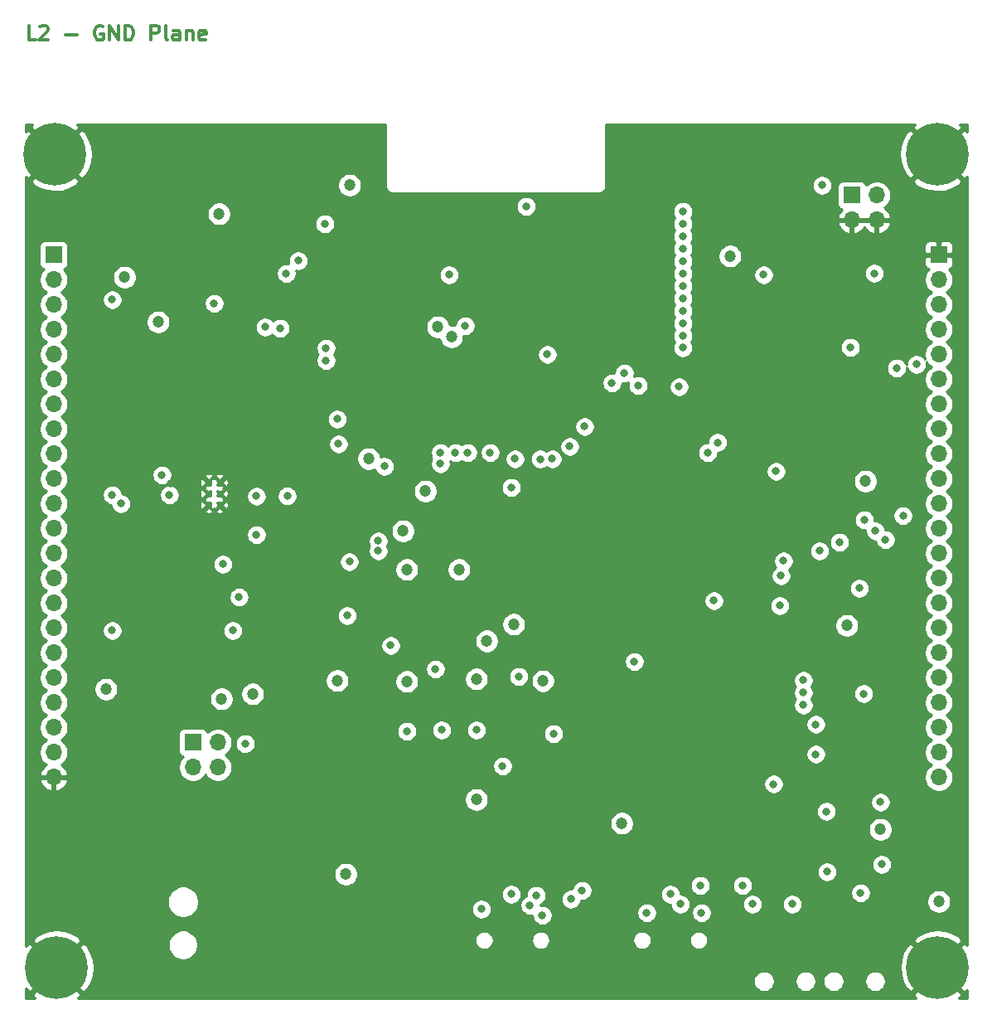
<source format=gbr>
%TF.GenerationSoftware,KiCad,Pcbnew,(5.1.12)-1*%
%TF.CreationDate,2022-03-11T14:49:08+01:00*%
%TF.ProjectId,ESP_S3-CP-24_Platform,4553505f-5333-42d4-9350-2d32345f506c,R0.8*%
%TF.SameCoordinates,Original*%
%TF.FileFunction,Copper,L2,Inr*%
%TF.FilePolarity,Positive*%
%FSLAX46Y46*%
G04 Gerber Fmt 4.6, Leading zero omitted, Abs format (unit mm)*
G04 Created by KiCad (PCBNEW (5.1.12)-1) date 2022-03-11 14:49:08*
%MOMM*%
%LPD*%
G01*
G04 APERTURE LIST*
%TA.AperFunction,NonConductor*%
%ADD10C,0.300000*%
%TD*%
%TA.AperFunction,ComponentPad*%
%ADD11C,0.550000*%
%TD*%
%TA.AperFunction,ComponentPad*%
%ADD12O,1.700000X1.700000*%
%TD*%
%TA.AperFunction,ComponentPad*%
%ADD13R,1.700000X1.700000*%
%TD*%
%TA.AperFunction,ComponentPad*%
%ADD14C,0.800000*%
%TD*%
%TA.AperFunction,ComponentPad*%
%ADD15C,6.400000*%
%TD*%
%TA.AperFunction,ViaPad*%
%ADD16C,1.200000*%
%TD*%
%TA.AperFunction,ViaPad*%
%ADD17C,0.800000*%
%TD*%
%TA.AperFunction,Conductor*%
%ADD18C,0.254000*%
%TD*%
%TA.AperFunction,Conductor*%
%ADD19C,0.100000*%
%TD*%
G04 APERTURE END LIST*
D10*
X165795571Y-110660571D02*
X165081285Y-110660571D01*
X165081285Y-109160571D01*
X166224142Y-109303428D02*
X166295571Y-109232000D01*
X166438428Y-109160571D01*
X166795571Y-109160571D01*
X166938428Y-109232000D01*
X167009857Y-109303428D01*
X167081285Y-109446285D01*
X167081285Y-109589142D01*
X167009857Y-109803428D01*
X166152714Y-110660571D01*
X167081285Y-110660571D01*
X168867000Y-110089142D02*
X170009857Y-110089142D01*
X172652714Y-109232000D02*
X172509857Y-109160571D01*
X172295571Y-109160571D01*
X172081285Y-109232000D01*
X171938428Y-109374857D01*
X171867000Y-109517714D01*
X171795571Y-109803428D01*
X171795571Y-110017714D01*
X171867000Y-110303428D01*
X171938428Y-110446285D01*
X172081285Y-110589142D01*
X172295571Y-110660571D01*
X172438428Y-110660571D01*
X172652714Y-110589142D01*
X172724142Y-110517714D01*
X172724142Y-110017714D01*
X172438428Y-110017714D01*
X173367000Y-110660571D02*
X173367000Y-109160571D01*
X174224142Y-110660571D01*
X174224142Y-109160571D01*
X174938428Y-110660571D02*
X174938428Y-109160571D01*
X175295571Y-109160571D01*
X175509857Y-109232000D01*
X175652714Y-109374857D01*
X175724142Y-109517714D01*
X175795571Y-109803428D01*
X175795571Y-110017714D01*
X175724142Y-110303428D01*
X175652714Y-110446285D01*
X175509857Y-110589142D01*
X175295571Y-110660571D01*
X174938428Y-110660571D01*
X177581285Y-110660571D02*
X177581285Y-109160571D01*
X178152714Y-109160571D01*
X178295571Y-109232000D01*
X178367000Y-109303428D01*
X178438428Y-109446285D01*
X178438428Y-109660571D01*
X178367000Y-109803428D01*
X178295571Y-109874857D01*
X178152714Y-109946285D01*
X177581285Y-109946285D01*
X179295571Y-110660571D02*
X179152714Y-110589142D01*
X179081285Y-110446285D01*
X179081285Y-109160571D01*
X180509857Y-110660571D02*
X180509857Y-109874857D01*
X180438428Y-109732000D01*
X180295571Y-109660571D01*
X180009857Y-109660571D01*
X179867000Y-109732000D01*
X180509857Y-110589142D02*
X180367000Y-110660571D01*
X180009857Y-110660571D01*
X179867000Y-110589142D01*
X179795571Y-110446285D01*
X179795571Y-110303428D01*
X179867000Y-110160571D01*
X180009857Y-110089142D01*
X180367000Y-110089142D01*
X180509857Y-110017714D01*
X181224142Y-109660571D02*
X181224142Y-110660571D01*
X181224142Y-109803428D02*
X181295571Y-109732000D01*
X181438428Y-109660571D01*
X181652714Y-109660571D01*
X181795571Y-109732000D01*
X181867000Y-109874857D01*
X181867000Y-110660571D01*
X183152714Y-110589142D02*
X183009857Y-110660571D01*
X182724142Y-110660571D01*
X182581285Y-110589142D01*
X182509857Y-110446285D01*
X182509857Y-109874857D01*
X182581285Y-109732000D01*
X182724142Y-109660571D01*
X183009857Y-109660571D01*
X183152714Y-109732000D01*
X183224142Y-109874857D01*
X183224142Y-110017714D01*
X182509857Y-110160571D01*
D11*
%TO.N,GND*%
%TO.C,U1*%
X184573500Y-158119500D03*
X183472500Y-158119500D03*
X184573500Y-156972000D03*
X183472500Y-156972000D03*
X184573500Y-155824500D03*
X183472500Y-155824500D03*
%TD*%
D12*
%TO.N,GND*%
%TO.C,J2*%
X167640000Y-185928000D03*
%TO.N,+5VD*%
X167640000Y-183388000D03*
%TO.N,/R_IO14*%
X167640000Y-180848000D03*
%TO.N,/R_IO13*%
X167640000Y-178308000D03*
%TO.N,/R_IO12*%
X167640000Y-175768000D03*
%TO.N,/R_IO11*%
X167640000Y-173228000D03*
%TO.N,/R_IO10*%
X167640000Y-170688000D03*
%TO.N,/R_IO9*%
X167640000Y-168148000D03*
%TO.N,/R_IO46*%
X167640000Y-165608000D03*
%TO.N,/R_IO3*%
X167640000Y-163068000D03*
%TO.N,/I2C_SDA*%
X167640000Y-160528000D03*
%TO.N,/I2C_SCL*%
X167640000Y-157988000D03*
%TO.N,/R_IO17*%
X167640000Y-155448000D03*
%TO.N,/R_IO16*%
X167640000Y-152908000D03*
%TO.N,/R_IO15*%
X167640000Y-150368000D03*
%TO.N,/R_IO7*%
X167640000Y-147828000D03*
%TO.N,/R_IO6*%
X167640000Y-145288000D03*
%TO.N,/R_IO5*%
X167640000Y-142748000D03*
%TO.N,/R_IO4*%
X167640000Y-140208000D03*
%TO.N,/R_EN*%
X167640000Y-137668000D03*
%TO.N,VDD*%
X167640000Y-135128000D03*
D13*
X167640000Y-132588000D03*
%TD*%
D14*
%TO.N,GND*%
%TO.C,H1*%
X169634056Y-203661944D03*
X167937000Y-202959000D03*
X166239944Y-203661944D03*
X165537000Y-205359000D03*
X166239944Y-207056056D03*
X167937000Y-207759000D03*
X169634056Y-207056056D03*
X170337000Y-205359000D03*
D15*
X167937000Y-205359000D03*
%TD*%
%TO.N,GND*%
%TO.C,H2*%
X257937000Y-205359000D03*
D14*
X260337000Y-205359000D03*
X259634056Y-207056056D03*
X257937000Y-207759000D03*
X256239944Y-207056056D03*
X255537000Y-205359000D03*
X256239944Y-203661944D03*
X257937000Y-202959000D03*
X259634056Y-203661944D03*
%TD*%
%TO.N,GND*%
%TO.C,H3*%
X259607056Y-120603944D03*
X257910000Y-119901000D03*
X256212944Y-120603944D03*
X255510000Y-122301000D03*
X256212944Y-123998056D03*
X257910000Y-124701000D03*
X259607056Y-123998056D03*
X260310000Y-122301000D03*
D15*
X257910000Y-122301000D03*
%TD*%
%TO.N,GND*%
%TO.C,H4*%
X167767000Y-122301000D03*
D14*
X170167000Y-122301000D03*
X169464056Y-123998056D03*
X167767000Y-124701000D03*
X166069944Y-123998056D03*
X165367000Y-122301000D03*
X166069944Y-120603944D03*
X167767000Y-119901000D03*
X169464056Y-120603944D03*
%TD*%
D13*
%TO.N,GND*%
%TO.C,J3*%
X258064000Y-132588000D03*
D12*
%TO.N,/R_RXD0*%
X258064000Y-135128000D03*
%TO.N,/R_TXD0*%
X258064000Y-137668000D03*
%TO.N,/R_IO1*%
X258064000Y-140208000D03*
%TO.N,/R_IO2*%
X258064000Y-142748000D03*
%TO.N,/R_IO42*%
X258064000Y-145288000D03*
%TO.N,/R_IO41*%
X258064000Y-147828000D03*
%TO.N,/R_IO40*%
X258064000Y-150368000D03*
%TO.N,/R_IO39*%
X258064000Y-152908000D03*
%TO.N,/R_IO38*%
X258064000Y-155448000D03*
%TO.N,/R_IO37*%
X258064000Y-157988000D03*
%TO.N,/R_IO36*%
X258064000Y-160528000D03*
%TO.N,/R_IO35*%
X258064000Y-163068000D03*
%TO.N,/R_IO0*%
X258064000Y-165608000D03*
%TO.N,/R_IO45*%
X258064000Y-168148000D03*
%TO.N,/R_IO48*%
X258064000Y-170688000D03*
%TO.N,/R_IO47*%
X258064000Y-173228000D03*
%TO.N,/R_IO21*%
X258064000Y-175768000D03*
%TO.N,/R_USB-D+#2*%
X258064000Y-178308000D03*
%TO.N,/R_USB-D-#2*%
X258064000Y-180848000D03*
%TO.N,Net-(J3-Pad21)*%
X258064000Y-183388000D03*
%TO.N,+12V*%
X258064000Y-185928000D03*
%TD*%
%TO.N,/Espressif Developer Platform - Power/J5_5V*%
%TO.C,J5*%
X184404000Y-184912000D03*
%TO.N,/Espressif Developer Platform - Power/J5_12V*%
X181864000Y-184912000D03*
%TO.N,/Espressif Developer Platform - Power/LT_VIN*%
X184404000Y-182372000D03*
D13*
X181864000Y-182372000D03*
%TD*%
%TO.N,VDD*%
%TO.C,J6*%
X249174000Y-126492000D03*
D12*
X251714000Y-126492000D03*
%TO.N,GND*%
X249174000Y-129032000D03*
X251714000Y-129032000D03*
%TD*%
D16*
%TO.N,GND*%
X208534000Y-193294000D03*
X211582000Y-193294000D03*
X214376000Y-193294000D03*
X216916000Y-193294000D03*
X219456000Y-193294000D03*
X230632000Y-179070000D03*
X230632000Y-182626000D03*
X245364000Y-201168000D03*
X223012000Y-158242000D03*
X223012000Y-161036000D03*
X227838000Y-186944000D03*
X221996000Y-186436000D03*
X245364000Y-131064000D03*
X245364000Y-134620000D03*
X245364000Y-138176000D03*
X245364000Y-141732000D03*
X206997000Y-207632000D03*
X224790000Y-193294000D03*
X227838000Y-193294000D03*
X252476006Y-201168000D03*
X167640000Y-191135000D03*
X230632000Y-193294000D03*
X232664000Y-193294000D03*
X234696000Y-193294000D03*
X200406000Y-126238000D03*
X247142000Y-203962000D03*
X195326000Y-195834000D03*
X186309000Y-194310000D03*
X178689000Y-121285000D03*
X186436000Y-120777000D03*
X178435000Y-128397000D03*
X243205000Y-153797000D03*
X239395000Y-153797000D03*
X182372000Y-177927000D03*
X187960000Y-171577000D03*
X187833000Y-187452004D03*
X209931000Y-131699000D03*
X212725000Y-137541000D03*
X224790000Y-126238000D03*
X204851000Y-188214000D03*
X191770000Y-186309000D03*
X199517000Y-159766000D03*
X178562000Y-167640000D03*
X191920500Y-164568509D03*
X176911000Y-143002000D03*
X194056000Y-186309010D03*
X196342000Y-186309000D03*
X199898000Y-186309000D03*
X189357000Y-206121000D03*
X199009000Y-172466000D03*
D17*
X179578000Y-155956000D03*
D16*
X240030000Y-204089000D03*
X223012000Y-164846000D03*
X249047000Y-173990000D03*
X244094000Y-167767000D03*
X236982000Y-172593000D03*
X238379000Y-164592000D03*
X208915000Y-199771000D03*
X225552000Y-199898000D03*
X222631000Y-206502000D03*
X179197000Y-171958000D03*
X183642000Y-187198000D03*
X183896052Y-153924000D03*
D17*
%TO.N,/R_IO0*%
X243078000Y-198882000D03*
X254406400Y-159207200D03*
%TO.N,/R_EN*%
X195326000Y-129413000D03*
X227330000Y-145923000D03*
X250063000Y-197739000D03*
X250444000Y-159639000D03*
%TO.N,Net-(C13-Pad1)*%
X188341000Y-157226000D03*
X186563000Y-167538400D03*
X191492500Y-157202516D03*
X173609000Y-137160000D03*
D16*
%TO.N,VDD*%
X210820000Y-188214000D03*
X197485000Y-195834000D03*
X178308000Y-139446000D03*
X250571000Y-155702000D03*
X174879000Y-134874000D03*
X184531000Y-128397000D03*
X197865968Y-125476000D03*
X199794519Y-153392519D03*
X236728000Y-132715000D03*
X258064000Y-198628000D03*
X210820000Y-175895000D03*
X209042000Y-164719000D03*
X187960000Y-177419000D03*
X203708000Y-176149000D03*
X248666000Y-170434000D03*
D17*
X241808000Y-168402000D03*
D16*
X196596000Y-176060010D03*
D17*
%TO.N,VBUS*%
X211328000Y-199390000D03*
X217551000Y-200025000D03*
%TO.N,/R_IO35*%
X231902000Y-142069000D03*
%TO.N,/R_IO36*%
X231902000Y-140843000D03*
%TO.N,/R_IO39*%
X231902000Y-137033000D03*
%TO.N,/R_IO2*%
X231902000Y-129413000D03*
X197612000Y-169418000D03*
%TO.N,/R_IO12*%
X210820000Y-181102000D03*
X212217000Y-152781000D03*
%TO.N,/R_IO13*%
X207264000Y-181102000D03*
X214376000Y-156337000D03*
X215138000Y-175640994D03*
%TO.N,/R_IO14*%
X203708000Y-181229000D03*
X206629000Y-174879000D03*
X214757000Y-153416000D03*
%TO.N,/R_IO21*%
X218694000Y-181483000D03*
X187198000Y-182499000D03*
X250393200Y-177393600D03*
%TO.N,/I2C_SDA*%
X196723000Y-151892000D03*
%TO.N,/I2C_SCL*%
X196596000Y-149352000D03*
D16*
%TO.N,+5VD*%
X252095000Y-191262000D03*
X217616500Y-176087500D03*
X211886800Y-172008800D03*
%TO.N,+12V*%
X203708000Y-164719000D03*
X172974000Y-176936400D03*
D17*
%TO.N,/R_RXD0*%
X231902000Y-131953000D03*
X225933000Y-144653000D03*
%TO.N,/R_TXD0*%
X231902000Y-130683000D03*
X224663000Y-145669000D03*
D16*
%TO.N,/Espressif Developer Platform - Modules/32K_XP*%
X208280000Y-140970000D03*
X205613000Y-156718000D03*
%TO.N,/Espressif Developer Platform - Modules/32K_XN*%
X206883000Y-139954000D03*
X203327000Y-160782000D03*
D17*
%TO.N,/Espressif Developer Platform - Power/LT_VIN*%
X174498000Y-157988000D03*
X185928000Y-170942000D03*
D16*
X184785000Y-177927000D03*
D17*
%TO.N,/Espressif Developer Platform - Power/LT_RUN*%
X173609000Y-157099000D03*
X173609000Y-170942000D03*
X179451000Y-157099000D03*
X197850496Y-163915000D03*
%TO.N,/Espressif Developer Platform - Power/LT_FB*%
X178689000Y-155067000D03*
X184912000Y-164167000D03*
D16*
%TO.N,Net-(C15-Pad1)*%
X225679000Y-190627000D03*
X214629992Y-170307000D03*
D17*
%TO.N,/Espressif Developer Platform - Interfaces/USB-D+#2*%
X230632000Y-197866000D03*
X237997996Y-196977000D03*
X245491000Y-183578500D03*
X245491000Y-180530500D03*
X233680000Y-196977000D03*
%TO.N,/R_IO46*%
X235458000Y-151739600D03*
X208026000Y-134620000D03*
X207137000Y-152781000D03*
X209677000Y-139827000D03*
X200787000Y-161798000D03*
%TO.N,/R_IO47*%
X244221004Y-177292000D03*
X217341010Y-153442406D03*
%TO.N,/R_IO48*%
X218567000Y-153416000D03*
X244221000Y-176022000D03*
%TO.N,/R_IO11*%
X209931000Y-152781000D03*
%TO.N,/R_IO10*%
X208661000Y-152781000D03*
%TO.N,/R_IO9*%
X200787000Y-162814000D03*
X207137000Y-153924000D03*
%TO.N,/R_IO3*%
X188341000Y-161163000D03*
X201422000Y-154178000D03*
%TO.N,/R_IO17*%
X190753994Y-140081000D03*
%TO.N,/R_IO16*%
X189230000Y-139954000D03*
%TO.N,/R_IO7*%
X184023000Y-137541000D03*
X253746000Y-144145000D03*
X191389000Y-134493000D03*
X251460000Y-134467600D03*
X255778000Y-143764000D03*
%TO.N,/R_IO6*%
X249021600Y-142036800D03*
X192623367Y-133187367D03*
%TO.N,/R_IO1*%
X231902000Y-128143000D03*
%TO.N,/R_IO42*%
X231902000Y-133223000D03*
%TO.N,/R_IO41*%
X231902000Y-134493000D03*
%TO.N,/R_IO40*%
X231902000Y-135763000D03*
%TO.N,/R_IO38*%
X231902000Y-138303000D03*
%TO.N,/R_IO37*%
X231902000Y-139573000D03*
%TO.N,/R_IO45*%
X241427000Y-154686000D03*
X220344988Y-152146000D03*
%TO.N,/Espressif Developer Platform - Modules/IO_3*%
X240157000Y-134620000D03*
X246126000Y-125476000D03*
X215900000Y-127635006D03*
%TO.N,/Espressif Developer Platform - Modules/IO_45*%
X221869000Y-150114000D03*
X231521000Y-146050000D03*
%TO.N,/Espressif Developer Platform - Modules/IO_46*%
X234442000Y-152781000D03*
X218059000Y-142748000D03*
%TO.N,/R_USB-D+#2*%
X244221000Y-178562000D03*
X195453000Y-143383000D03*
%TO.N,/R_USB-D-#2*%
X195453000Y-142113000D03*
X241173000Y-186626500D03*
%TO.N,/Espressif Developer Platform - Interfaces/USB-D-#2*%
X239014000Y-198882000D03*
X231648000Y-198882000D03*
%TO.N,/Espressif Developer Platform - Interfaces/USB_VBUS#2*%
X233807000Y-199771014D03*
X228219000Y-199771000D03*
%TO.N,/USB-D-#1*%
X216916000Y-197993000D03*
X221615000Y-197485000D03*
%TO.N,/USB-D+#1*%
X214376000Y-197866000D03*
X220472000Y-198374000D03*
X216281000Y-199009000D03*
%TO.N,/CP_EN*%
X252095000Y-188468000D03*
X251587000Y-160782000D03*
%TO.N,/CP_IO0*%
X252222000Y-194818000D03*
X252603000Y-161671000D03*
%TO.N,/Espressif Developer Platform - USB-Converter/CP_RTS*%
X246573000Y-189418000D03*
X245872000Y-162814000D03*
%TO.N,/Espressif Developer Platform - USB-Converter/CP_DTR*%
X246634000Y-195580000D03*
X249936000Y-166624002D03*
X235077000Y-167894000D03*
%TO.N,/Espressif Developer Platform - USB-Converter/CP_VBUS*%
X226949000Y-174117000D03*
X241935000Y-165354000D03*
%TO.N,/Espressif Developer Platform - USB-Converter/CP_RST*%
X247904000Y-161925000D03*
X242189000Y-163830000D03*
%TO.N,/Espressif Developer Platform - Power/J5_5V*%
X213487000Y-184785000D03*
%TO.N,/Espressif Developer Platform - Power/J5_12V*%
X202057000Y-172466000D03*
%TD*%
D18*
%TO.N,GND*%
X165245724Y-119600119D02*
X167767000Y-122121395D01*
X170288276Y-119600119D01*
X170051333Y-119278000D01*
X201524000Y-119278000D01*
X201524001Y-125570571D01*
X201520807Y-125603000D01*
X201533550Y-125732383D01*
X201571290Y-125856793D01*
X201632575Y-125971450D01*
X201715052Y-126071948D01*
X201815550Y-126154425D01*
X201930207Y-126215710D01*
X202054617Y-126253450D01*
X202151581Y-126263000D01*
X202184000Y-126266193D01*
X202216419Y-126263000D01*
X223360581Y-126263000D01*
X223393000Y-126266193D01*
X223425419Y-126263000D01*
X223522383Y-126253450D01*
X223646793Y-126215710D01*
X223761450Y-126154425D01*
X223861948Y-126071948D01*
X223944425Y-125971450D01*
X224005710Y-125856793D01*
X224043450Y-125732383D01*
X224056193Y-125603000D01*
X224053000Y-125570581D01*
X224053000Y-125374061D01*
X245091000Y-125374061D01*
X245091000Y-125577939D01*
X245130774Y-125777898D01*
X245208795Y-125966256D01*
X245322063Y-126135774D01*
X245466226Y-126279937D01*
X245635744Y-126393205D01*
X245824102Y-126471226D01*
X246024061Y-126511000D01*
X246227939Y-126511000D01*
X246427898Y-126471226D01*
X246616256Y-126393205D01*
X246785774Y-126279937D01*
X246929937Y-126135774D01*
X247043205Y-125966256D01*
X247121226Y-125777898D01*
X247148257Y-125642000D01*
X247685928Y-125642000D01*
X247685928Y-127342000D01*
X247698188Y-127466482D01*
X247734498Y-127586180D01*
X247793463Y-127696494D01*
X247872815Y-127793185D01*
X247969506Y-127872537D01*
X248079820Y-127931502D01*
X248160466Y-127955966D01*
X248076412Y-128031731D01*
X247902359Y-128265080D01*
X247777175Y-128527901D01*
X247732524Y-128675110D01*
X247853845Y-128905000D01*
X249047000Y-128905000D01*
X249047000Y-128885000D01*
X249301000Y-128885000D01*
X249301000Y-128905000D01*
X251587000Y-128905000D01*
X251587000Y-128885000D01*
X251841000Y-128885000D01*
X251841000Y-128905000D01*
X253034155Y-128905000D01*
X253155476Y-128675110D01*
X253110825Y-128527901D01*
X252985641Y-128265080D01*
X252811588Y-128031731D01*
X252595355Y-127836822D01*
X252478466Y-127767195D01*
X252660632Y-127645475D01*
X252867475Y-127438632D01*
X253029990Y-127195411D01*
X253141932Y-126925158D01*
X253199000Y-126638260D01*
X253199000Y-126345740D01*
X253141932Y-126058842D01*
X253029990Y-125788589D01*
X252867475Y-125545368D01*
X252660632Y-125338525D01*
X252417411Y-125176010D01*
X252147158Y-125064068D01*
X251860260Y-125007000D01*
X251567740Y-125007000D01*
X251280842Y-125064068D01*
X251010589Y-125176010D01*
X250767368Y-125338525D01*
X250635513Y-125470380D01*
X250613502Y-125397820D01*
X250554537Y-125287506D01*
X250475185Y-125190815D01*
X250378494Y-125111463D01*
X250268180Y-125052498D01*
X250148482Y-125016188D01*
X250024000Y-125003928D01*
X248324000Y-125003928D01*
X248199518Y-125016188D01*
X248079820Y-125052498D01*
X247969506Y-125111463D01*
X247872815Y-125190815D01*
X247793463Y-125287506D01*
X247734498Y-125397820D01*
X247698188Y-125517518D01*
X247685928Y-125642000D01*
X247148257Y-125642000D01*
X247161000Y-125577939D01*
X247161000Y-125374061D01*
X247121226Y-125174102D01*
X247049890Y-125001881D01*
X255388724Y-125001881D01*
X255748912Y-125491548D01*
X256412882Y-125851849D01*
X257134385Y-126075694D01*
X257885695Y-126154480D01*
X258637938Y-126085178D01*
X259362208Y-125870452D01*
X260030670Y-125518555D01*
X260071088Y-125491548D01*
X260431276Y-125001881D01*
X257910000Y-122480605D01*
X255388724Y-125001881D01*
X247049890Y-125001881D01*
X247043205Y-124985744D01*
X246929937Y-124816226D01*
X246785774Y-124672063D01*
X246616256Y-124558795D01*
X246427898Y-124480774D01*
X246227939Y-124441000D01*
X246024061Y-124441000D01*
X245824102Y-124480774D01*
X245635744Y-124558795D01*
X245466226Y-124672063D01*
X245322063Y-124816226D01*
X245208795Y-124985744D01*
X245130774Y-125174102D01*
X245091000Y-125374061D01*
X224053000Y-125374061D01*
X224053000Y-122276695D01*
X254056520Y-122276695D01*
X254125822Y-123028938D01*
X254340548Y-123753208D01*
X254692445Y-124421670D01*
X254719452Y-124462088D01*
X255209119Y-124822276D01*
X257730395Y-122301000D01*
X255209119Y-119779724D01*
X254719452Y-120139912D01*
X254359151Y-120803882D01*
X254135306Y-121525385D01*
X254056520Y-122276695D01*
X224053000Y-122276695D01*
X224053000Y-119278000D01*
X255625667Y-119278000D01*
X255388724Y-119600119D01*
X257910000Y-122121395D01*
X260431276Y-119600119D01*
X260194333Y-119278000D01*
X260960001Y-119278000D01*
X260960001Y-120036529D01*
X260610881Y-119779724D01*
X258089605Y-122301000D01*
X260610881Y-124822276D01*
X260960001Y-124565471D01*
X260960000Y-203074668D01*
X260637881Y-202837724D01*
X258116605Y-205359000D01*
X260637881Y-207880276D01*
X260960000Y-207643333D01*
X260960000Y-208509000D01*
X260127914Y-208509000D01*
X260458276Y-208059881D01*
X257937000Y-205538605D01*
X255415724Y-208059881D01*
X255746086Y-208509000D01*
X170127914Y-208509000D01*
X170458276Y-208059881D01*
X167937000Y-205538605D01*
X165415724Y-208059881D01*
X165746086Y-208509000D01*
X164744000Y-208509000D01*
X164744000Y-207516418D01*
X164746452Y-207520088D01*
X165236119Y-207880276D01*
X167757395Y-205359000D01*
X168116605Y-205359000D01*
X170637881Y-207880276D01*
X171127548Y-207520088D01*
X171487849Y-206856118D01*
X171552064Y-206649137D01*
X239106000Y-206649137D01*
X239106000Y-206862863D01*
X239147696Y-207072483D01*
X239229485Y-207269940D01*
X239348225Y-207447647D01*
X239499353Y-207598775D01*
X239677060Y-207717515D01*
X239874517Y-207799304D01*
X240084137Y-207841000D01*
X240297863Y-207841000D01*
X240507483Y-207799304D01*
X240704940Y-207717515D01*
X240882647Y-207598775D01*
X241033775Y-207447647D01*
X241152515Y-207269940D01*
X241234304Y-207072483D01*
X241276000Y-206862863D01*
X241276000Y-206649137D01*
X243356000Y-206649137D01*
X243356000Y-206862863D01*
X243397696Y-207072483D01*
X243479485Y-207269940D01*
X243598225Y-207447647D01*
X243749353Y-207598775D01*
X243927060Y-207717515D01*
X244124517Y-207799304D01*
X244334137Y-207841000D01*
X244547863Y-207841000D01*
X244757483Y-207799304D01*
X244954940Y-207717515D01*
X245132647Y-207598775D01*
X245283775Y-207447647D01*
X245402515Y-207269940D01*
X245484304Y-207072483D01*
X245526000Y-206862863D01*
X245526000Y-206649137D01*
X246218000Y-206649137D01*
X246218000Y-206862863D01*
X246259696Y-207072483D01*
X246341485Y-207269940D01*
X246460225Y-207447647D01*
X246611353Y-207598775D01*
X246789060Y-207717515D01*
X246986517Y-207799304D01*
X247196137Y-207841000D01*
X247409863Y-207841000D01*
X247619483Y-207799304D01*
X247816940Y-207717515D01*
X247994647Y-207598775D01*
X248145775Y-207447647D01*
X248264515Y-207269940D01*
X248346304Y-207072483D01*
X248388000Y-206862863D01*
X248388000Y-206649137D01*
X250468000Y-206649137D01*
X250468000Y-206862863D01*
X250509696Y-207072483D01*
X250591485Y-207269940D01*
X250710225Y-207447647D01*
X250861353Y-207598775D01*
X251039060Y-207717515D01*
X251236517Y-207799304D01*
X251446137Y-207841000D01*
X251659863Y-207841000D01*
X251869483Y-207799304D01*
X252066940Y-207717515D01*
X252244647Y-207598775D01*
X252395775Y-207447647D01*
X252514515Y-207269940D01*
X252596304Y-207072483D01*
X252638000Y-206862863D01*
X252638000Y-206649137D01*
X252596304Y-206439517D01*
X252514515Y-206242060D01*
X252395775Y-206064353D01*
X252244647Y-205913225D01*
X252066940Y-205794485D01*
X251869483Y-205712696D01*
X251659863Y-205671000D01*
X251446137Y-205671000D01*
X251236517Y-205712696D01*
X251039060Y-205794485D01*
X250861353Y-205913225D01*
X250710225Y-206064353D01*
X250591485Y-206242060D01*
X250509696Y-206439517D01*
X250468000Y-206649137D01*
X248388000Y-206649137D01*
X248346304Y-206439517D01*
X248264515Y-206242060D01*
X248145775Y-206064353D01*
X247994647Y-205913225D01*
X247816940Y-205794485D01*
X247619483Y-205712696D01*
X247409863Y-205671000D01*
X247196137Y-205671000D01*
X246986517Y-205712696D01*
X246789060Y-205794485D01*
X246611353Y-205913225D01*
X246460225Y-206064353D01*
X246341485Y-206242060D01*
X246259696Y-206439517D01*
X246218000Y-206649137D01*
X245526000Y-206649137D01*
X245484304Y-206439517D01*
X245402515Y-206242060D01*
X245283775Y-206064353D01*
X245132647Y-205913225D01*
X244954940Y-205794485D01*
X244757483Y-205712696D01*
X244547863Y-205671000D01*
X244334137Y-205671000D01*
X244124517Y-205712696D01*
X243927060Y-205794485D01*
X243749353Y-205913225D01*
X243598225Y-206064353D01*
X243479485Y-206242060D01*
X243397696Y-206439517D01*
X243356000Y-206649137D01*
X241276000Y-206649137D01*
X241234304Y-206439517D01*
X241152515Y-206242060D01*
X241033775Y-206064353D01*
X240882647Y-205913225D01*
X240704940Y-205794485D01*
X240507483Y-205712696D01*
X240297863Y-205671000D01*
X240084137Y-205671000D01*
X239874517Y-205712696D01*
X239677060Y-205794485D01*
X239499353Y-205913225D01*
X239348225Y-206064353D01*
X239229485Y-206242060D01*
X239147696Y-206439517D01*
X239106000Y-206649137D01*
X171552064Y-206649137D01*
X171711694Y-206134615D01*
X171790480Y-205383305D01*
X171786002Y-205334695D01*
X254083520Y-205334695D01*
X254152822Y-206086938D01*
X254367548Y-206811208D01*
X254719445Y-207479670D01*
X254746452Y-207520088D01*
X255236119Y-207880276D01*
X257757395Y-205359000D01*
X255236119Y-202837724D01*
X254746452Y-203197912D01*
X254386151Y-203861882D01*
X254162306Y-204583385D01*
X254083520Y-205334695D01*
X171786002Y-205334695D01*
X171721178Y-204631062D01*
X171506452Y-203906792D01*
X171154555Y-203238330D01*
X171127548Y-203197912D01*
X170723654Y-202900816D01*
X179313000Y-202900816D01*
X179313000Y-203203184D01*
X179371989Y-203499743D01*
X179487701Y-203779095D01*
X179655688Y-204030505D01*
X179869495Y-204244312D01*
X180120905Y-204412299D01*
X180400257Y-204528011D01*
X180696816Y-204587000D01*
X180999184Y-204587000D01*
X181295743Y-204528011D01*
X181575095Y-204412299D01*
X181826505Y-204244312D01*
X182040312Y-204030505D01*
X182208299Y-203779095D01*
X182324011Y-203499743D01*
X182383000Y-203203184D01*
X182383000Y-202900816D01*
X182324011Y-202604257D01*
X182268586Y-202470448D01*
X210653000Y-202470448D01*
X210653000Y-202659552D01*
X210689892Y-202845022D01*
X210762259Y-203019731D01*
X210867319Y-203176964D01*
X211001036Y-203310681D01*
X211158269Y-203415741D01*
X211332978Y-203488108D01*
X211518448Y-203525000D01*
X211707552Y-203525000D01*
X211893022Y-203488108D01*
X212067731Y-203415741D01*
X212224964Y-203310681D01*
X212358681Y-203176964D01*
X212463741Y-203019731D01*
X212536108Y-202845022D01*
X212573000Y-202659552D01*
X212573000Y-202470448D01*
X216433000Y-202470448D01*
X216433000Y-202659552D01*
X216469892Y-202845022D01*
X216542259Y-203019731D01*
X216647319Y-203176964D01*
X216781036Y-203310681D01*
X216938269Y-203415741D01*
X217112978Y-203488108D01*
X217298448Y-203525000D01*
X217487552Y-203525000D01*
X217673022Y-203488108D01*
X217847731Y-203415741D01*
X218004964Y-203310681D01*
X218138681Y-203176964D01*
X218243741Y-203019731D01*
X218316108Y-202845022D01*
X218353000Y-202659552D01*
X218353000Y-202470448D01*
X226782000Y-202470448D01*
X226782000Y-202659552D01*
X226818892Y-202845022D01*
X226891259Y-203019731D01*
X226996319Y-203176964D01*
X227130036Y-203310681D01*
X227287269Y-203415741D01*
X227461978Y-203488108D01*
X227647448Y-203525000D01*
X227836552Y-203525000D01*
X228022022Y-203488108D01*
X228196731Y-203415741D01*
X228353964Y-203310681D01*
X228487681Y-203176964D01*
X228592741Y-203019731D01*
X228665108Y-202845022D01*
X228702000Y-202659552D01*
X228702000Y-202470448D01*
X232562000Y-202470448D01*
X232562000Y-202659552D01*
X232598892Y-202845022D01*
X232671259Y-203019731D01*
X232776319Y-203176964D01*
X232910036Y-203310681D01*
X233067269Y-203415741D01*
X233241978Y-203488108D01*
X233427448Y-203525000D01*
X233616552Y-203525000D01*
X233802022Y-203488108D01*
X233976731Y-203415741D01*
X234133964Y-203310681D01*
X234267681Y-203176964D01*
X234372741Y-203019731D01*
X234445108Y-202845022D01*
X234482000Y-202659552D01*
X234482000Y-202658119D01*
X255415724Y-202658119D01*
X257937000Y-205179395D01*
X260458276Y-202658119D01*
X260098088Y-202168452D01*
X259434118Y-201808151D01*
X258712615Y-201584306D01*
X257961305Y-201505520D01*
X257209062Y-201574822D01*
X256484792Y-201789548D01*
X255816330Y-202141445D01*
X255775912Y-202168452D01*
X255415724Y-202658119D01*
X234482000Y-202658119D01*
X234482000Y-202470448D01*
X234445108Y-202284978D01*
X234372741Y-202110269D01*
X234267681Y-201953036D01*
X234133964Y-201819319D01*
X233976731Y-201714259D01*
X233802022Y-201641892D01*
X233616552Y-201605000D01*
X233427448Y-201605000D01*
X233241978Y-201641892D01*
X233067269Y-201714259D01*
X232910036Y-201819319D01*
X232776319Y-201953036D01*
X232671259Y-202110269D01*
X232598892Y-202284978D01*
X232562000Y-202470448D01*
X228702000Y-202470448D01*
X228665108Y-202284978D01*
X228592741Y-202110269D01*
X228487681Y-201953036D01*
X228353964Y-201819319D01*
X228196731Y-201714259D01*
X228022022Y-201641892D01*
X227836552Y-201605000D01*
X227647448Y-201605000D01*
X227461978Y-201641892D01*
X227287269Y-201714259D01*
X227130036Y-201819319D01*
X226996319Y-201953036D01*
X226891259Y-202110269D01*
X226818892Y-202284978D01*
X226782000Y-202470448D01*
X218353000Y-202470448D01*
X218316108Y-202284978D01*
X218243741Y-202110269D01*
X218138681Y-201953036D01*
X218004964Y-201819319D01*
X217847731Y-201714259D01*
X217673022Y-201641892D01*
X217487552Y-201605000D01*
X217298448Y-201605000D01*
X217112978Y-201641892D01*
X216938269Y-201714259D01*
X216781036Y-201819319D01*
X216647319Y-201953036D01*
X216542259Y-202110269D01*
X216469892Y-202284978D01*
X216433000Y-202470448D01*
X212573000Y-202470448D01*
X212536108Y-202284978D01*
X212463741Y-202110269D01*
X212358681Y-201953036D01*
X212224964Y-201819319D01*
X212067731Y-201714259D01*
X211893022Y-201641892D01*
X211707552Y-201605000D01*
X211518448Y-201605000D01*
X211332978Y-201641892D01*
X211158269Y-201714259D01*
X211001036Y-201819319D01*
X210867319Y-201953036D01*
X210762259Y-202110269D01*
X210689892Y-202284978D01*
X210653000Y-202470448D01*
X182268586Y-202470448D01*
X182208299Y-202324905D01*
X182040312Y-202073495D01*
X181826505Y-201859688D01*
X181575095Y-201691701D01*
X181295743Y-201575989D01*
X180999184Y-201517000D01*
X180696816Y-201517000D01*
X180400257Y-201575989D01*
X180120905Y-201691701D01*
X179869495Y-201859688D01*
X179655688Y-202073495D01*
X179487701Y-202324905D01*
X179371989Y-202604257D01*
X179313000Y-202900816D01*
X170723654Y-202900816D01*
X170637881Y-202837724D01*
X168116605Y-205359000D01*
X167757395Y-205359000D01*
X165236119Y-202837724D01*
X164746452Y-203197912D01*
X164744000Y-203202431D01*
X164744000Y-202658119D01*
X165415724Y-202658119D01*
X167937000Y-205179395D01*
X170458276Y-202658119D01*
X170098088Y-202168452D01*
X169434118Y-201808151D01*
X168712615Y-201584306D01*
X167961305Y-201505520D01*
X167209062Y-201574822D01*
X166484792Y-201789548D01*
X165816330Y-202141445D01*
X165775912Y-202168452D01*
X165415724Y-202658119D01*
X164744000Y-202658119D01*
X164744000Y-198490967D01*
X179213000Y-198490967D01*
X179213000Y-198813033D01*
X179275832Y-199128912D01*
X179399082Y-199426463D01*
X179578013Y-199694252D01*
X179805748Y-199921987D01*
X180073537Y-200100918D01*
X180371088Y-200224168D01*
X180686967Y-200287000D01*
X181009033Y-200287000D01*
X181324912Y-200224168D01*
X181622463Y-200100918D01*
X181890252Y-199921987D01*
X182117987Y-199694252D01*
X182296918Y-199426463D01*
X182354246Y-199288061D01*
X210293000Y-199288061D01*
X210293000Y-199491939D01*
X210332774Y-199691898D01*
X210410795Y-199880256D01*
X210524063Y-200049774D01*
X210668226Y-200193937D01*
X210837744Y-200307205D01*
X211026102Y-200385226D01*
X211226061Y-200425000D01*
X211429939Y-200425000D01*
X211629898Y-200385226D01*
X211818256Y-200307205D01*
X211987774Y-200193937D01*
X212131937Y-200049774D01*
X212245205Y-199880256D01*
X212323226Y-199691898D01*
X212363000Y-199491939D01*
X212363000Y-199288061D01*
X212323226Y-199088102D01*
X212248236Y-198907061D01*
X215246000Y-198907061D01*
X215246000Y-199110939D01*
X215285774Y-199310898D01*
X215363795Y-199499256D01*
X215477063Y-199668774D01*
X215621226Y-199812937D01*
X215790744Y-199926205D01*
X215979102Y-200004226D01*
X216179061Y-200044000D01*
X216382939Y-200044000D01*
X216516000Y-200017533D01*
X216516000Y-200126939D01*
X216555774Y-200326898D01*
X216633795Y-200515256D01*
X216747063Y-200684774D01*
X216891226Y-200828937D01*
X217060744Y-200942205D01*
X217249102Y-201020226D01*
X217449061Y-201060000D01*
X217652939Y-201060000D01*
X217852898Y-201020226D01*
X218041256Y-200942205D01*
X218210774Y-200828937D01*
X218354937Y-200684774D01*
X218468205Y-200515256D01*
X218546226Y-200326898D01*
X218586000Y-200126939D01*
X218586000Y-199923061D01*
X218546226Y-199723102D01*
X218523842Y-199669061D01*
X227184000Y-199669061D01*
X227184000Y-199872939D01*
X227223774Y-200072898D01*
X227301795Y-200261256D01*
X227415063Y-200430774D01*
X227559226Y-200574937D01*
X227728744Y-200688205D01*
X227917102Y-200766226D01*
X228117061Y-200806000D01*
X228320939Y-200806000D01*
X228520898Y-200766226D01*
X228709256Y-200688205D01*
X228878774Y-200574937D01*
X229022937Y-200430774D01*
X229136205Y-200261256D01*
X229214226Y-200072898D01*
X229254000Y-199872939D01*
X229254000Y-199669061D01*
X229214226Y-199469102D01*
X229136205Y-199280744D01*
X229022937Y-199111226D01*
X228878774Y-198967063D01*
X228709256Y-198853795D01*
X228520898Y-198775774D01*
X228320939Y-198736000D01*
X228117061Y-198736000D01*
X227917102Y-198775774D01*
X227728744Y-198853795D01*
X227559226Y-198967063D01*
X227415063Y-199111226D01*
X227301795Y-199280744D01*
X227223774Y-199469102D01*
X227184000Y-199669061D01*
X218523842Y-199669061D01*
X218468205Y-199534744D01*
X218354937Y-199365226D01*
X218210774Y-199221063D01*
X218041256Y-199107795D01*
X217852898Y-199029774D01*
X217652939Y-198990000D01*
X217449061Y-198990000D01*
X217316000Y-199016467D01*
X217316000Y-198947591D01*
X217406256Y-198910205D01*
X217575774Y-198796937D01*
X217719937Y-198652774D01*
X217833205Y-198483256D01*
X217911226Y-198294898D01*
X217915768Y-198272061D01*
X219437000Y-198272061D01*
X219437000Y-198475939D01*
X219476774Y-198675898D01*
X219554795Y-198864256D01*
X219668063Y-199033774D01*
X219812226Y-199177937D01*
X219981744Y-199291205D01*
X220170102Y-199369226D01*
X220370061Y-199409000D01*
X220573939Y-199409000D01*
X220773898Y-199369226D01*
X220962256Y-199291205D01*
X221131774Y-199177937D01*
X221275937Y-199033774D01*
X221389205Y-198864256D01*
X221467226Y-198675898D01*
X221498800Y-198517163D01*
X221513061Y-198520000D01*
X221716939Y-198520000D01*
X221916898Y-198480226D01*
X222105256Y-198402205D01*
X222274774Y-198288937D01*
X222418937Y-198144774D01*
X222532205Y-197975256D01*
X222610226Y-197786898D01*
X222614768Y-197764061D01*
X229597000Y-197764061D01*
X229597000Y-197967939D01*
X229636774Y-198167898D01*
X229714795Y-198356256D01*
X229828063Y-198525774D01*
X229972226Y-198669937D01*
X230141744Y-198783205D01*
X230330102Y-198861226D01*
X230530061Y-198901000D01*
X230613000Y-198901000D01*
X230613000Y-198983939D01*
X230652774Y-199183898D01*
X230730795Y-199372256D01*
X230844063Y-199541774D01*
X230988226Y-199685937D01*
X231157744Y-199799205D01*
X231346102Y-199877226D01*
X231546061Y-199917000D01*
X231749939Y-199917000D01*
X231949898Y-199877226D01*
X232138256Y-199799205D01*
X232307774Y-199685937D01*
X232324636Y-199669075D01*
X232772000Y-199669075D01*
X232772000Y-199872953D01*
X232811774Y-200072912D01*
X232889795Y-200261270D01*
X233003063Y-200430788D01*
X233147226Y-200574951D01*
X233316744Y-200688219D01*
X233505102Y-200766240D01*
X233705061Y-200806014D01*
X233908939Y-200806014D01*
X234108898Y-200766240D01*
X234297256Y-200688219D01*
X234466774Y-200574951D01*
X234610937Y-200430788D01*
X234724205Y-200261270D01*
X234802226Y-200072912D01*
X234842000Y-199872953D01*
X234842000Y-199669075D01*
X234802226Y-199469116D01*
X234724205Y-199280758D01*
X234610937Y-199111240D01*
X234466774Y-198967077D01*
X234297256Y-198853809D01*
X234119214Y-198780061D01*
X237979000Y-198780061D01*
X237979000Y-198983939D01*
X238018774Y-199183898D01*
X238096795Y-199372256D01*
X238210063Y-199541774D01*
X238354226Y-199685937D01*
X238523744Y-199799205D01*
X238712102Y-199877226D01*
X238912061Y-199917000D01*
X239115939Y-199917000D01*
X239315898Y-199877226D01*
X239504256Y-199799205D01*
X239673774Y-199685937D01*
X239817937Y-199541774D01*
X239931205Y-199372256D01*
X240009226Y-199183898D01*
X240049000Y-198983939D01*
X240049000Y-198780061D01*
X242043000Y-198780061D01*
X242043000Y-198983939D01*
X242082774Y-199183898D01*
X242160795Y-199372256D01*
X242274063Y-199541774D01*
X242418226Y-199685937D01*
X242587744Y-199799205D01*
X242776102Y-199877226D01*
X242976061Y-199917000D01*
X243179939Y-199917000D01*
X243379898Y-199877226D01*
X243568256Y-199799205D01*
X243737774Y-199685937D01*
X243881937Y-199541774D01*
X243995205Y-199372256D01*
X244073226Y-199183898D01*
X244113000Y-198983939D01*
X244113000Y-198780061D01*
X244073226Y-198580102D01*
X243995205Y-198391744D01*
X243881937Y-198222226D01*
X243737774Y-198078063D01*
X243568256Y-197964795D01*
X243379898Y-197886774D01*
X243179939Y-197847000D01*
X242976061Y-197847000D01*
X242776102Y-197886774D01*
X242587744Y-197964795D01*
X242418226Y-198078063D01*
X242274063Y-198222226D01*
X242160795Y-198391744D01*
X242082774Y-198580102D01*
X242043000Y-198780061D01*
X240049000Y-198780061D01*
X240009226Y-198580102D01*
X239931205Y-198391744D01*
X239817937Y-198222226D01*
X239673774Y-198078063D01*
X239504256Y-197964795D01*
X239315898Y-197886774D01*
X239115939Y-197847000D01*
X238912061Y-197847000D01*
X238712102Y-197886774D01*
X238523744Y-197964795D01*
X238354226Y-198078063D01*
X238210063Y-198222226D01*
X238096795Y-198391744D01*
X238018774Y-198580102D01*
X237979000Y-198780061D01*
X234119214Y-198780061D01*
X234108898Y-198775788D01*
X233908939Y-198736014D01*
X233705061Y-198736014D01*
X233505102Y-198775788D01*
X233316744Y-198853809D01*
X233147226Y-198967077D01*
X233003063Y-199111240D01*
X232889795Y-199280758D01*
X232811774Y-199469116D01*
X232772000Y-199669075D01*
X232324636Y-199669075D01*
X232451937Y-199541774D01*
X232565205Y-199372256D01*
X232643226Y-199183898D01*
X232683000Y-198983939D01*
X232683000Y-198780061D01*
X232643226Y-198580102D01*
X232565205Y-198391744D01*
X232451937Y-198222226D01*
X232307774Y-198078063D01*
X232138256Y-197964795D01*
X231949898Y-197886774D01*
X231749939Y-197847000D01*
X231667000Y-197847000D01*
X231667000Y-197764061D01*
X231627226Y-197564102D01*
X231549205Y-197375744D01*
X231435937Y-197206226D01*
X231291774Y-197062063D01*
X231122256Y-196948795D01*
X230944248Y-196875061D01*
X232645000Y-196875061D01*
X232645000Y-197078939D01*
X232684774Y-197278898D01*
X232762795Y-197467256D01*
X232876063Y-197636774D01*
X233020226Y-197780937D01*
X233189744Y-197894205D01*
X233378102Y-197972226D01*
X233578061Y-198012000D01*
X233781939Y-198012000D01*
X233981898Y-197972226D01*
X234170256Y-197894205D01*
X234339774Y-197780937D01*
X234483937Y-197636774D01*
X234597205Y-197467256D01*
X234675226Y-197278898D01*
X234715000Y-197078939D01*
X234715000Y-196875061D01*
X236962996Y-196875061D01*
X236962996Y-197078939D01*
X237002770Y-197278898D01*
X237080791Y-197467256D01*
X237194059Y-197636774D01*
X237338222Y-197780937D01*
X237507740Y-197894205D01*
X237696098Y-197972226D01*
X237896057Y-198012000D01*
X238099935Y-198012000D01*
X238299894Y-197972226D01*
X238488252Y-197894205D01*
X238657770Y-197780937D01*
X238801646Y-197637061D01*
X249028000Y-197637061D01*
X249028000Y-197840939D01*
X249067774Y-198040898D01*
X249145795Y-198229256D01*
X249259063Y-198398774D01*
X249403226Y-198542937D01*
X249572744Y-198656205D01*
X249761102Y-198734226D01*
X249961061Y-198774000D01*
X250164939Y-198774000D01*
X250364898Y-198734226D01*
X250553256Y-198656205D01*
X250722774Y-198542937D01*
X250759348Y-198506363D01*
X256829000Y-198506363D01*
X256829000Y-198749637D01*
X256876460Y-198988236D01*
X256969557Y-199212992D01*
X257104713Y-199415267D01*
X257276733Y-199587287D01*
X257479008Y-199722443D01*
X257703764Y-199815540D01*
X257942363Y-199863000D01*
X258185637Y-199863000D01*
X258424236Y-199815540D01*
X258648992Y-199722443D01*
X258851267Y-199587287D01*
X259023287Y-199415267D01*
X259158443Y-199212992D01*
X259251540Y-198988236D01*
X259299000Y-198749637D01*
X259299000Y-198506363D01*
X259251540Y-198267764D01*
X259158443Y-198043008D01*
X259023287Y-197840733D01*
X258851267Y-197668713D01*
X258648992Y-197533557D01*
X258424236Y-197440460D01*
X258185637Y-197393000D01*
X257942363Y-197393000D01*
X257703764Y-197440460D01*
X257479008Y-197533557D01*
X257276733Y-197668713D01*
X257104713Y-197840733D01*
X256969557Y-198043008D01*
X256876460Y-198267764D01*
X256829000Y-198506363D01*
X250759348Y-198506363D01*
X250866937Y-198398774D01*
X250980205Y-198229256D01*
X251058226Y-198040898D01*
X251098000Y-197840939D01*
X251098000Y-197637061D01*
X251058226Y-197437102D01*
X250980205Y-197248744D01*
X250866937Y-197079226D01*
X250722774Y-196935063D01*
X250553256Y-196821795D01*
X250364898Y-196743774D01*
X250164939Y-196704000D01*
X249961061Y-196704000D01*
X249761102Y-196743774D01*
X249572744Y-196821795D01*
X249403226Y-196935063D01*
X249259063Y-197079226D01*
X249145795Y-197248744D01*
X249067774Y-197437102D01*
X249028000Y-197637061D01*
X238801646Y-197637061D01*
X238801933Y-197636774D01*
X238915201Y-197467256D01*
X238993222Y-197278898D01*
X239032996Y-197078939D01*
X239032996Y-196875061D01*
X238993222Y-196675102D01*
X238915201Y-196486744D01*
X238801933Y-196317226D01*
X238657770Y-196173063D01*
X238488252Y-196059795D01*
X238299894Y-195981774D01*
X238099935Y-195942000D01*
X237896057Y-195942000D01*
X237696098Y-195981774D01*
X237507740Y-196059795D01*
X237338222Y-196173063D01*
X237194059Y-196317226D01*
X237080791Y-196486744D01*
X237002770Y-196675102D01*
X236962996Y-196875061D01*
X234715000Y-196875061D01*
X234675226Y-196675102D01*
X234597205Y-196486744D01*
X234483937Y-196317226D01*
X234339774Y-196173063D01*
X234170256Y-196059795D01*
X233981898Y-195981774D01*
X233781939Y-195942000D01*
X233578061Y-195942000D01*
X233378102Y-195981774D01*
X233189744Y-196059795D01*
X233020226Y-196173063D01*
X232876063Y-196317226D01*
X232762795Y-196486744D01*
X232684774Y-196675102D01*
X232645000Y-196875061D01*
X230944248Y-196875061D01*
X230933898Y-196870774D01*
X230733939Y-196831000D01*
X230530061Y-196831000D01*
X230330102Y-196870774D01*
X230141744Y-196948795D01*
X229972226Y-197062063D01*
X229828063Y-197206226D01*
X229714795Y-197375744D01*
X229636774Y-197564102D01*
X229597000Y-197764061D01*
X222614768Y-197764061D01*
X222650000Y-197586939D01*
X222650000Y-197383061D01*
X222610226Y-197183102D01*
X222532205Y-196994744D01*
X222418937Y-196825226D01*
X222274774Y-196681063D01*
X222105256Y-196567795D01*
X221916898Y-196489774D01*
X221716939Y-196450000D01*
X221513061Y-196450000D01*
X221313102Y-196489774D01*
X221124744Y-196567795D01*
X220955226Y-196681063D01*
X220811063Y-196825226D01*
X220697795Y-196994744D01*
X220619774Y-197183102D01*
X220588200Y-197341837D01*
X220573939Y-197339000D01*
X220370061Y-197339000D01*
X220170102Y-197378774D01*
X219981744Y-197456795D01*
X219812226Y-197570063D01*
X219668063Y-197714226D01*
X219554795Y-197883744D01*
X219476774Y-198072102D01*
X219437000Y-198272061D01*
X217915768Y-198272061D01*
X217951000Y-198094939D01*
X217951000Y-197891061D01*
X217911226Y-197691102D01*
X217833205Y-197502744D01*
X217719937Y-197333226D01*
X217575774Y-197189063D01*
X217406256Y-197075795D01*
X217217898Y-196997774D01*
X217017939Y-196958000D01*
X216814061Y-196958000D01*
X216614102Y-196997774D01*
X216425744Y-197075795D01*
X216256226Y-197189063D01*
X216112063Y-197333226D01*
X215998795Y-197502744D01*
X215920774Y-197691102D01*
X215881000Y-197891061D01*
X215881000Y-198054409D01*
X215790744Y-198091795D01*
X215621226Y-198205063D01*
X215477063Y-198349226D01*
X215363795Y-198518744D01*
X215285774Y-198707102D01*
X215246000Y-198907061D01*
X212248236Y-198907061D01*
X212245205Y-198899744D01*
X212131937Y-198730226D01*
X211987774Y-198586063D01*
X211818256Y-198472795D01*
X211629898Y-198394774D01*
X211429939Y-198355000D01*
X211226061Y-198355000D01*
X211026102Y-198394774D01*
X210837744Y-198472795D01*
X210668226Y-198586063D01*
X210524063Y-198730226D01*
X210410795Y-198899744D01*
X210332774Y-199088102D01*
X210293000Y-199288061D01*
X182354246Y-199288061D01*
X182420168Y-199128912D01*
X182483000Y-198813033D01*
X182483000Y-198490967D01*
X182420168Y-198175088D01*
X182296918Y-197877537D01*
X182221096Y-197764061D01*
X213341000Y-197764061D01*
X213341000Y-197967939D01*
X213380774Y-198167898D01*
X213458795Y-198356256D01*
X213572063Y-198525774D01*
X213716226Y-198669937D01*
X213885744Y-198783205D01*
X214074102Y-198861226D01*
X214274061Y-198901000D01*
X214477939Y-198901000D01*
X214677898Y-198861226D01*
X214866256Y-198783205D01*
X215035774Y-198669937D01*
X215179937Y-198525774D01*
X215293205Y-198356256D01*
X215371226Y-198167898D01*
X215411000Y-197967939D01*
X215411000Y-197764061D01*
X215371226Y-197564102D01*
X215293205Y-197375744D01*
X215179937Y-197206226D01*
X215035774Y-197062063D01*
X214866256Y-196948795D01*
X214677898Y-196870774D01*
X214477939Y-196831000D01*
X214274061Y-196831000D01*
X214074102Y-196870774D01*
X213885744Y-196948795D01*
X213716226Y-197062063D01*
X213572063Y-197206226D01*
X213458795Y-197375744D01*
X213380774Y-197564102D01*
X213341000Y-197764061D01*
X182221096Y-197764061D01*
X182117987Y-197609748D01*
X181890252Y-197382013D01*
X181622463Y-197203082D01*
X181324912Y-197079832D01*
X181009033Y-197017000D01*
X180686967Y-197017000D01*
X180371088Y-197079832D01*
X180073537Y-197203082D01*
X179805748Y-197382013D01*
X179578013Y-197609748D01*
X179399082Y-197877537D01*
X179275832Y-198175088D01*
X179213000Y-198490967D01*
X164744000Y-198490967D01*
X164744000Y-195712363D01*
X196250000Y-195712363D01*
X196250000Y-195955637D01*
X196297460Y-196194236D01*
X196390557Y-196418992D01*
X196525713Y-196621267D01*
X196697733Y-196793287D01*
X196900008Y-196928443D01*
X197124764Y-197021540D01*
X197363363Y-197069000D01*
X197606637Y-197069000D01*
X197845236Y-197021540D01*
X198069992Y-196928443D01*
X198272267Y-196793287D01*
X198444287Y-196621267D01*
X198579443Y-196418992D01*
X198672540Y-196194236D01*
X198720000Y-195955637D01*
X198720000Y-195712363D01*
X198673395Y-195478061D01*
X245599000Y-195478061D01*
X245599000Y-195681939D01*
X245638774Y-195881898D01*
X245716795Y-196070256D01*
X245830063Y-196239774D01*
X245974226Y-196383937D01*
X246143744Y-196497205D01*
X246332102Y-196575226D01*
X246532061Y-196615000D01*
X246735939Y-196615000D01*
X246935898Y-196575226D01*
X247124256Y-196497205D01*
X247293774Y-196383937D01*
X247437937Y-196239774D01*
X247551205Y-196070256D01*
X247629226Y-195881898D01*
X247669000Y-195681939D01*
X247669000Y-195478061D01*
X247629226Y-195278102D01*
X247551205Y-195089744D01*
X247437937Y-194920226D01*
X247293774Y-194776063D01*
X247203975Y-194716061D01*
X251187000Y-194716061D01*
X251187000Y-194919939D01*
X251226774Y-195119898D01*
X251304795Y-195308256D01*
X251418063Y-195477774D01*
X251562226Y-195621937D01*
X251731744Y-195735205D01*
X251920102Y-195813226D01*
X252120061Y-195853000D01*
X252323939Y-195853000D01*
X252523898Y-195813226D01*
X252712256Y-195735205D01*
X252881774Y-195621937D01*
X253025937Y-195477774D01*
X253139205Y-195308256D01*
X253217226Y-195119898D01*
X253257000Y-194919939D01*
X253257000Y-194716061D01*
X253217226Y-194516102D01*
X253139205Y-194327744D01*
X253025937Y-194158226D01*
X252881774Y-194014063D01*
X252712256Y-193900795D01*
X252523898Y-193822774D01*
X252323939Y-193783000D01*
X252120061Y-193783000D01*
X251920102Y-193822774D01*
X251731744Y-193900795D01*
X251562226Y-194014063D01*
X251418063Y-194158226D01*
X251304795Y-194327744D01*
X251226774Y-194516102D01*
X251187000Y-194716061D01*
X247203975Y-194716061D01*
X247124256Y-194662795D01*
X246935898Y-194584774D01*
X246735939Y-194545000D01*
X246532061Y-194545000D01*
X246332102Y-194584774D01*
X246143744Y-194662795D01*
X245974226Y-194776063D01*
X245830063Y-194920226D01*
X245716795Y-195089744D01*
X245638774Y-195278102D01*
X245599000Y-195478061D01*
X198673395Y-195478061D01*
X198672540Y-195473764D01*
X198579443Y-195249008D01*
X198444287Y-195046733D01*
X198272267Y-194874713D01*
X198069992Y-194739557D01*
X197845236Y-194646460D01*
X197606637Y-194599000D01*
X197363363Y-194599000D01*
X197124764Y-194646460D01*
X196900008Y-194739557D01*
X196697733Y-194874713D01*
X196525713Y-195046733D01*
X196390557Y-195249008D01*
X196297460Y-195473764D01*
X196250000Y-195712363D01*
X164744000Y-195712363D01*
X164744000Y-190505363D01*
X224444000Y-190505363D01*
X224444000Y-190748637D01*
X224491460Y-190987236D01*
X224584557Y-191211992D01*
X224719713Y-191414267D01*
X224891733Y-191586287D01*
X225094008Y-191721443D01*
X225318764Y-191814540D01*
X225557363Y-191862000D01*
X225800637Y-191862000D01*
X226039236Y-191814540D01*
X226263992Y-191721443D01*
X226466267Y-191586287D01*
X226638287Y-191414267D01*
X226773443Y-191211992D01*
X226803112Y-191140363D01*
X250860000Y-191140363D01*
X250860000Y-191383637D01*
X250907460Y-191622236D01*
X251000557Y-191846992D01*
X251135713Y-192049267D01*
X251307733Y-192221287D01*
X251510008Y-192356443D01*
X251734764Y-192449540D01*
X251973363Y-192497000D01*
X252216637Y-192497000D01*
X252455236Y-192449540D01*
X252679992Y-192356443D01*
X252882267Y-192221287D01*
X253054287Y-192049267D01*
X253189443Y-191846992D01*
X253282540Y-191622236D01*
X253330000Y-191383637D01*
X253330000Y-191140363D01*
X253282540Y-190901764D01*
X253189443Y-190677008D01*
X253054287Y-190474733D01*
X252882267Y-190302713D01*
X252679992Y-190167557D01*
X252455236Y-190074460D01*
X252216637Y-190027000D01*
X251973363Y-190027000D01*
X251734764Y-190074460D01*
X251510008Y-190167557D01*
X251307733Y-190302713D01*
X251135713Y-190474733D01*
X251000557Y-190677008D01*
X250907460Y-190901764D01*
X250860000Y-191140363D01*
X226803112Y-191140363D01*
X226866540Y-190987236D01*
X226914000Y-190748637D01*
X226914000Y-190505363D01*
X226866540Y-190266764D01*
X226773443Y-190042008D01*
X226638287Y-189839733D01*
X226466267Y-189667713D01*
X226263992Y-189532557D01*
X226039236Y-189439460D01*
X225800637Y-189392000D01*
X225557363Y-189392000D01*
X225318764Y-189439460D01*
X225094008Y-189532557D01*
X224891733Y-189667713D01*
X224719713Y-189839733D01*
X224584557Y-190042008D01*
X224491460Y-190266764D01*
X224444000Y-190505363D01*
X164744000Y-190505363D01*
X164744000Y-188092363D01*
X209585000Y-188092363D01*
X209585000Y-188335637D01*
X209632460Y-188574236D01*
X209725557Y-188798992D01*
X209860713Y-189001267D01*
X210032733Y-189173287D01*
X210235008Y-189308443D01*
X210459764Y-189401540D01*
X210698363Y-189449000D01*
X210941637Y-189449000D01*
X211180236Y-189401540D01*
X211386600Y-189316061D01*
X245538000Y-189316061D01*
X245538000Y-189519939D01*
X245577774Y-189719898D01*
X245655795Y-189908256D01*
X245769063Y-190077774D01*
X245913226Y-190221937D01*
X246082744Y-190335205D01*
X246271102Y-190413226D01*
X246471061Y-190453000D01*
X246674939Y-190453000D01*
X246874898Y-190413226D01*
X247063256Y-190335205D01*
X247232774Y-190221937D01*
X247376937Y-190077774D01*
X247490205Y-189908256D01*
X247568226Y-189719898D01*
X247608000Y-189519939D01*
X247608000Y-189316061D01*
X247568226Y-189116102D01*
X247490205Y-188927744D01*
X247376937Y-188758226D01*
X247232774Y-188614063D01*
X247063256Y-188500795D01*
X246874898Y-188422774D01*
X246674939Y-188383000D01*
X246471061Y-188383000D01*
X246271102Y-188422774D01*
X246082744Y-188500795D01*
X245913226Y-188614063D01*
X245769063Y-188758226D01*
X245655795Y-188927744D01*
X245577774Y-189116102D01*
X245538000Y-189316061D01*
X211386600Y-189316061D01*
X211404992Y-189308443D01*
X211607267Y-189173287D01*
X211779287Y-189001267D01*
X211914443Y-188798992D01*
X212007540Y-188574236D01*
X212048948Y-188366061D01*
X251060000Y-188366061D01*
X251060000Y-188569939D01*
X251099774Y-188769898D01*
X251177795Y-188958256D01*
X251291063Y-189127774D01*
X251435226Y-189271937D01*
X251604744Y-189385205D01*
X251793102Y-189463226D01*
X251993061Y-189503000D01*
X252196939Y-189503000D01*
X252396898Y-189463226D01*
X252585256Y-189385205D01*
X252754774Y-189271937D01*
X252898937Y-189127774D01*
X253012205Y-188958256D01*
X253090226Y-188769898D01*
X253130000Y-188569939D01*
X253130000Y-188366061D01*
X253090226Y-188166102D01*
X253012205Y-187977744D01*
X252898937Y-187808226D01*
X252754774Y-187664063D01*
X252585256Y-187550795D01*
X252396898Y-187472774D01*
X252196939Y-187433000D01*
X251993061Y-187433000D01*
X251793102Y-187472774D01*
X251604744Y-187550795D01*
X251435226Y-187664063D01*
X251291063Y-187808226D01*
X251177795Y-187977744D01*
X251099774Y-188166102D01*
X251060000Y-188366061D01*
X212048948Y-188366061D01*
X212055000Y-188335637D01*
X212055000Y-188092363D01*
X212007540Y-187853764D01*
X211914443Y-187629008D01*
X211779287Y-187426733D01*
X211607267Y-187254713D01*
X211404992Y-187119557D01*
X211180236Y-187026460D01*
X210941637Y-186979000D01*
X210698363Y-186979000D01*
X210459764Y-187026460D01*
X210235008Y-187119557D01*
X210032733Y-187254713D01*
X209860713Y-187426733D01*
X209725557Y-187629008D01*
X209632460Y-187853764D01*
X209585000Y-188092363D01*
X164744000Y-188092363D01*
X164744000Y-186284890D01*
X166198524Y-186284890D01*
X166243175Y-186432099D01*
X166368359Y-186694920D01*
X166542412Y-186928269D01*
X166758645Y-187123178D01*
X167008748Y-187272157D01*
X167283109Y-187369481D01*
X167513000Y-187248814D01*
X167513000Y-186055000D01*
X167767000Y-186055000D01*
X167767000Y-187248814D01*
X167996891Y-187369481D01*
X168271252Y-187272157D01*
X168521355Y-187123178D01*
X168737588Y-186928269D01*
X168911641Y-186694920D01*
X168992784Y-186524561D01*
X240138000Y-186524561D01*
X240138000Y-186728439D01*
X240177774Y-186928398D01*
X240255795Y-187116756D01*
X240369063Y-187286274D01*
X240513226Y-187430437D01*
X240682744Y-187543705D01*
X240871102Y-187621726D01*
X241071061Y-187661500D01*
X241274939Y-187661500D01*
X241474898Y-187621726D01*
X241663256Y-187543705D01*
X241832774Y-187430437D01*
X241976937Y-187286274D01*
X242090205Y-187116756D01*
X242168226Y-186928398D01*
X242208000Y-186728439D01*
X242208000Y-186524561D01*
X242168226Y-186324602D01*
X242090205Y-186136244D01*
X241976937Y-185966726D01*
X241832774Y-185822563D01*
X241663256Y-185709295D01*
X241474898Y-185631274D01*
X241274939Y-185591500D01*
X241071061Y-185591500D01*
X240871102Y-185631274D01*
X240682744Y-185709295D01*
X240513226Y-185822563D01*
X240369063Y-185966726D01*
X240255795Y-186136244D01*
X240177774Y-186324602D01*
X240138000Y-186524561D01*
X168992784Y-186524561D01*
X169036825Y-186432099D01*
X169081476Y-186284890D01*
X168960155Y-186055000D01*
X167767000Y-186055000D01*
X167513000Y-186055000D01*
X166319845Y-186055000D01*
X166198524Y-186284890D01*
X164744000Y-186284890D01*
X164744000Y-131738000D01*
X166151928Y-131738000D01*
X166151928Y-133438000D01*
X166164188Y-133562482D01*
X166200498Y-133682180D01*
X166259463Y-133792494D01*
X166338815Y-133889185D01*
X166435506Y-133968537D01*
X166545820Y-134027502D01*
X166618380Y-134049513D01*
X166486525Y-134181368D01*
X166324010Y-134424589D01*
X166212068Y-134694842D01*
X166155000Y-134981740D01*
X166155000Y-135274260D01*
X166212068Y-135561158D01*
X166324010Y-135831411D01*
X166486525Y-136074632D01*
X166693368Y-136281475D01*
X166867760Y-136398000D01*
X166693368Y-136514525D01*
X166486525Y-136721368D01*
X166324010Y-136964589D01*
X166212068Y-137234842D01*
X166155000Y-137521740D01*
X166155000Y-137814260D01*
X166212068Y-138101158D01*
X166324010Y-138371411D01*
X166486525Y-138614632D01*
X166693368Y-138821475D01*
X166867760Y-138938000D01*
X166693368Y-139054525D01*
X166486525Y-139261368D01*
X166324010Y-139504589D01*
X166212068Y-139774842D01*
X166155000Y-140061740D01*
X166155000Y-140354260D01*
X166212068Y-140641158D01*
X166324010Y-140911411D01*
X166486525Y-141154632D01*
X166693368Y-141361475D01*
X166867760Y-141478000D01*
X166693368Y-141594525D01*
X166486525Y-141801368D01*
X166324010Y-142044589D01*
X166212068Y-142314842D01*
X166155000Y-142601740D01*
X166155000Y-142894260D01*
X166212068Y-143181158D01*
X166324010Y-143451411D01*
X166486525Y-143694632D01*
X166693368Y-143901475D01*
X166867760Y-144018000D01*
X166693368Y-144134525D01*
X166486525Y-144341368D01*
X166324010Y-144584589D01*
X166212068Y-144854842D01*
X166155000Y-145141740D01*
X166155000Y-145434260D01*
X166212068Y-145721158D01*
X166324010Y-145991411D01*
X166486525Y-146234632D01*
X166693368Y-146441475D01*
X166867760Y-146558000D01*
X166693368Y-146674525D01*
X166486525Y-146881368D01*
X166324010Y-147124589D01*
X166212068Y-147394842D01*
X166155000Y-147681740D01*
X166155000Y-147974260D01*
X166212068Y-148261158D01*
X166324010Y-148531411D01*
X166486525Y-148774632D01*
X166693368Y-148981475D01*
X166867760Y-149098000D01*
X166693368Y-149214525D01*
X166486525Y-149421368D01*
X166324010Y-149664589D01*
X166212068Y-149934842D01*
X166155000Y-150221740D01*
X166155000Y-150514260D01*
X166212068Y-150801158D01*
X166324010Y-151071411D01*
X166486525Y-151314632D01*
X166693368Y-151521475D01*
X166867760Y-151638000D01*
X166693368Y-151754525D01*
X166486525Y-151961368D01*
X166324010Y-152204589D01*
X166212068Y-152474842D01*
X166155000Y-152761740D01*
X166155000Y-153054260D01*
X166212068Y-153341158D01*
X166324010Y-153611411D01*
X166486525Y-153854632D01*
X166693368Y-154061475D01*
X166867760Y-154178000D01*
X166693368Y-154294525D01*
X166486525Y-154501368D01*
X166324010Y-154744589D01*
X166212068Y-155014842D01*
X166155000Y-155301740D01*
X166155000Y-155594260D01*
X166212068Y-155881158D01*
X166324010Y-156151411D01*
X166486525Y-156394632D01*
X166693368Y-156601475D01*
X166867760Y-156718000D01*
X166693368Y-156834525D01*
X166486525Y-157041368D01*
X166324010Y-157284589D01*
X166212068Y-157554842D01*
X166155000Y-157841740D01*
X166155000Y-158134260D01*
X166212068Y-158421158D01*
X166324010Y-158691411D01*
X166486525Y-158934632D01*
X166693368Y-159141475D01*
X166867760Y-159258000D01*
X166693368Y-159374525D01*
X166486525Y-159581368D01*
X166324010Y-159824589D01*
X166212068Y-160094842D01*
X166155000Y-160381740D01*
X166155000Y-160674260D01*
X166212068Y-160961158D01*
X166324010Y-161231411D01*
X166486525Y-161474632D01*
X166693368Y-161681475D01*
X166867760Y-161798000D01*
X166693368Y-161914525D01*
X166486525Y-162121368D01*
X166324010Y-162364589D01*
X166212068Y-162634842D01*
X166155000Y-162921740D01*
X166155000Y-163214260D01*
X166212068Y-163501158D01*
X166324010Y-163771411D01*
X166486525Y-164014632D01*
X166693368Y-164221475D01*
X166867760Y-164338000D01*
X166693368Y-164454525D01*
X166486525Y-164661368D01*
X166324010Y-164904589D01*
X166212068Y-165174842D01*
X166155000Y-165461740D01*
X166155000Y-165754260D01*
X166212068Y-166041158D01*
X166324010Y-166311411D01*
X166486525Y-166554632D01*
X166693368Y-166761475D01*
X166867760Y-166878000D01*
X166693368Y-166994525D01*
X166486525Y-167201368D01*
X166324010Y-167444589D01*
X166212068Y-167714842D01*
X166155000Y-168001740D01*
X166155000Y-168294260D01*
X166212068Y-168581158D01*
X166324010Y-168851411D01*
X166486525Y-169094632D01*
X166693368Y-169301475D01*
X166867760Y-169418000D01*
X166693368Y-169534525D01*
X166486525Y-169741368D01*
X166324010Y-169984589D01*
X166212068Y-170254842D01*
X166155000Y-170541740D01*
X166155000Y-170834260D01*
X166212068Y-171121158D01*
X166324010Y-171391411D01*
X166486525Y-171634632D01*
X166693368Y-171841475D01*
X166867760Y-171958000D01*
X166693368Y-172074525D01*
X166486525Y-172281368D01*
X166324010Y-172524589D01*
X166212068Y-172794842D01*
X166155000Y-173081740D01*
X166155000Y-173374260D01*
X166212068Y-173661158D01*
X166324010Y-173931411D01*
X166486525Y-174174632D01*
X166693368Y-174381475D01*
X166867760Y-174498000D01*
X166693368Y-174614525D01*
X166486525Y-174821368D01*
X166324010Y-175064589D01*
X166212068Y-175334842D01*
X166155000Y-175621740D01*
X166155000Y-175914260D01*
X166212068Y-176201158D01*
X166324010Y-176471411D01*
X166486525Y-176714632D01*
X166693368Y-176921475D01*
X166867760Y-177038000D01*
X166693368Y-177154525D01*
X166486525Y-177361368D01*
X166324010Y-177604589D01*
X166212068Y-177874842D01*
X166155000Y-178161740D01*
X166155000Y-178454260D01*
X166212068Y-178741158D01*
X166324010Y-179011411D01*
X166486525Y-179254632D01*
X166693368Y-179461475D01*
X166867760Y-179578000D01*
X166693368Y-179694525D01*
X166486525Y-179901368D01*
X166324010Y-180144589D01*
X166212068Y-180414842D01*
X166155000Y-180701740D01*
X166155000Y-180994260D01*
X166212068Y-181281158D01*
X166324010Y-181551411D01*
X166486525Y-181794632D01*
X166693368Y-182001475D01*
X166867760Y-182118000D01*
X166693368Y-182234525D01*
X166486525Y-182441368D01*
X166324010Y-182684589D01*
X166212068Y-182954842D01*
X166155000Y-183241740D01*
X166155000Y-183534260D01*
X166212068Y-183821158D01*
X166324010Y-184091411D01*
X166486525Y-184334632D01*
X166693368Y-184541475D01*
X166875534Y-184663195D01*
X166758645Y-184732822D01*
X166542412Y-184927731D01*
X166368359Y-185161080D01*
X166243175Y-185423901D01*
X166198524Y-185571110D01*
X166319845Y-185801000D01*
X167513000Y-185801000D01*
X167513000Y-185781000D01*
X167767000Y-185781000D01*
X167767000Y-185801000D01*
X168960155Y-185801000D01*
X169081476Y-185571110D01*
X169036825Y-185423901D01*
X168911641Y-185161080D01*
X168737588Y-184927731D01*
X168521355Y-184732822D01*
X168404466Y-184663195D01*
X168586632Y-184541475D01*
X168793475Y-184334632D01*
X168955990Y-184091411D01*
X169067932Y-183821158D01*
X169125000Y-183534260D01*
X169125000Y-183241740D01*
X169067932Y-182954842D01*
X168955990Y-182684589D01*
X168793475Y-182441368D01*
X168586632Y-182234525D01*
X168412240Y-182118000D01*
X168586632Y-182001475D01*
X168793475Y-181794632D01*
X168955990Y-181551411D01*
X168968172Y-181522000D01*
X180375928Y-181522000D01*
X180375928Y-183222000D01*
X180388188Y-183346482D01*
X180424498Y-183466180D01*
X180483463Y-183576494D01*
X180562815Y-183673185D01*
X180659506Y-183752537D01*
X180769820Y-183811502D01*
X180842380Y-183833513D01*
X180710525Y-183965368D01*
X180548010Y-184208589D01*
X180436068Y-184478842D01*
X180379000Y-184765740D01*
X180379000Y-185058260D01*
X180436068Y-185345158D01*
X180548010Y-185615411D01*
X180710525Y-185858632D01*
X180917368Y-186065475D01*
X181160589Y-186227990D01*
X181430842Y-186339932D01*
X181717740Y-186397000D01*
X182010260Y-186397000D01*
X182297158Y-186339932D01*
X182567411Y-186227990D01*
X182810632Y-186065475D01*
X183017475Y-185858632D01*
X183134000Y-185684240D01*
X183250525Y-185858632D01*
X183457368Y-186065475D01*
X183700589Y-186227990D01*
X183970842Y-186339932D01*
X184257740Y-186397000D01*
X184550260Y-186397000D01*
X184837158Y-186339932D01*
X185107411Y-186227990D01*
X185350632Y-186065475D01*
X185557475Y-185858632D01*
X185719990Y-185615411D01*
X185831932Y-185345158D01*
X185889000Y-185058260D01*
X185889000Y-184765740D01*
X185872554Y-184683061D01*
X212452000Y-184683061D01*
X212452000Y-184886939D01*
X212491774Y-185086898D01*
X212569795Y-185275256D01*
X212683063Y-185444774D01*
X212827226Y-185588937D01*
X212996744Y-185702205D01*
X213185102Y-185780226D01*
X213385061Y-185820000D01*
X213588939Y-185820000D01*
X213788898Y-185780226D01*
X213977256Y-185702205D01*
X214146774Y-185588937D01*
X214290937Y-185444774D01*
X214404205Y-185275256D01*
X214482226Y-185086898D01*
X214522000Y-184886939D01*
X214522000Y-184683061D01*
X214482226Y-184483102D01*
X214404205Y-184294744D01*
X214290937Y-184125226D01*
X214146774Y-183981063D01*
X213977256Y-183867795D01*
X213788898Y-183789774D01*
X213588939Y-183750000D01*
X213385061Y-183750000D01*
X213185102Y-183789774D01*
X212996744Y-183867795D01*
X212827226Y-183981063D01*
X212683063Y-184125226D01*
X212569795Y-184294744D01*
X212491774Y-184483102D01*
X212452000Y-184683061D01*
X185872554Y-184683061D01*
X185831932Y-184478842D01*
X185719990Y-184208589D01*
X185557475Y-183965368D01*
X185350632Y-183758525D01*
X185176240Y-183642000D01*
X185350632Y-183525475D01*
X185557475Y-183318632D01*
X185719990Y-183075411D01*
X185831932Y-182805158D01*
X185889000Y-182518260D01*
X185889000Y-182397061D01*
X186163000Y-182397061D01*
X186163000Y-182600939D01*
X186202774Y-182800898D01*
X186280795Y-182989256D01*
X186394063Y-183158774D01*
X186538226Y-183302937D01*
X186707744Y-183416205D01*
X186896102Y-183494226D01*
X187096061Y-183534000D01*
X187299939Y-183534000D01*
X187499898Y-183494226D01*
X187542544Y-183476561D01*
X244456000Y-183476561D01*
X244456000Y-183680439D01*
X244495774Y-183880398D01*
X244573795Y-184068756D01*
X244687063Y-184238274D01*
X244831226Y-184382437D01*
X245000744Y-184495705D01*
X245189102Y-184573726D01*
X245389061Y-184613500D01*
X245592939Y-184613500D01*
X245792898Y-184573726D01*
X245981256Y-184495705D01*
X246150774Y-184382437D01*
X246294937Y-184238274D01*
X246408205Y-184068756D01*
X246486226Y-183880398D01*
X246526000Y-183680439D01*
X246526000Y-183476561D01*
X246486226Y-183276602D01*
X246408205Y-183088244D01*
X246294937Y-182918726D01*
X246150774Y-182774563D01*
X245981256Y-182661295D01*
X245792898Y-182583274D01*
X245592939Y-182543500D01*
X245389061Y-182543500D01*
X245189102Y-182583274D01*
X245000744Y-182661295D01*
X244831226Y-182774563D01*
X244687063Y-182918726D01*
X244573795Y-183088244D01*
X244495774Y-183276602D01*
X244456000Y-183476561D01*
X187542544Y-183476561D01*
X187688256Y-183416205D01*
X187857774Y-183302937D01*
X188001937Y-183158774D01*
X188115205Y-182989256D01*
X188193226Y-182800898D01*
X188233000Y-182600939D01*
X188233000Y-182397061D01*
X188193226Y-182197102D01*
X188115205Y-182008744D01*
X188001937Y-181839226D01*
X187857774Y-181695063D01*
X187688256Y-181581795D01*
X187499898Y-181503774D01*
X187299939Y-181464000D01*
X187096061Y-181464000D01*
X186896102Y-181503774D01*
X186707744Y-181581795D01*
X186538226Y-181695063D01*
X186394063Y-181839226D01*
X186280795Y-182008744D01*
X186202774Y-182197102D01*
X186163000Y-182397061D01*
X185889000Y-182397061D01*
X185889000Y-182225740D01*
X185831932Y-181938842D01*
X185719990Y-181668589D01*
X185557475Y-181425368D01*
X185350632Y-181218525D01*
X185213747Y-181127061D01*
X202673000Y-181127061D01*
X202673000Y-181330939D01*
X202712774Y-181530898D01*
X202790795Y-181719256D01*
X202904063Y-181888774D01*
X203048226Y-182032937D01*
X203217744Y-182146205D01*
X203406102Y-182224226D01*
X203606061Y-182264000D01*
X203809939Y-182264000D01*
X204009898Y-182224226D01*
X204198256Y-182146205D01*
X204367774Y-182032937D01*
X204511937Y-181888774D01*
X204625205Y-181719256D01*
X204703226Y-181530898D01*
X204743000Y-181330939D01*
X204743000Y-181127061D01*
X204717739Y-181000061D01*
X206229000Y-181000061D01*
X206229000Y-181203939D01*
X206268774Y-181403898D01*
X206346795Y-181592256D01*
X206460063Y-181761774D01*
X206604226Y-181905937D01*
X206773744Y-182019205D01*
X206962102Y-182097226D01*
X207162061Y-182137000D01*
X207365939Y-182137000D01*
X207565898Y-182097226D01*
X207754256Y-182019205D01*
X207923774Y-181905937D01*
X208067937Y-181761774D01*
X208181205Y-181592256D01*
X208259226Y-181403898D01*
X208299000Y-181203939D01*
X208299000Y-181000061D01*
X209785000Y-181000061D01*
X209785000Y-181203939D01*
X209824774Y-181403898D01*
X209902795Y-181592256D01*
X210016063Y-181761774D01*
X210160226Y-181905937D01*
X210329744Y-182019205D01*
X210518102Y-182097226D01*
X210718061Y-182137000D01*
X210921939Y-182137000D01*
X211121898Y-182097226D01*
X211310256Y-182019205D01*
X211479774Y-181905937D01*
X211623937Y-181761774D01*
X211737205Y-181592256D01*
X211815226Y-181403898D01*
X211819768Y-181381061D01*
X217659000Y-181381061D01*
X217659000Y-181584939D01*
X217698774Y-181784898D01*
X217776795Y-181973256D01*
X217890063Y-182142774D01*
X218034226Y-182286937D01*
X218203744Y-182400205D01*
X218392102Y-182478226D01*
X218592061Y-182518000D01*
X218795939Y-182518000D01*
X218995898Y-182478226D01*
X219184256Y-182400205D01*
X219353774Y-182286937D01*
X219497937Y-182142774D01*
X219611205Y-181973256D01*
X219689226Y-181784898D01*
X219729000Y-181584939D01*
X219729000Y-181381061D01*
X219689226Y-181181102D01*
X219611205Y-180992744D01*
X219497937Y-180823226D01*
X219353774Y-180679063D01*
X219184256Y-180565795D01*
X218995898Y-180487774D01*
X218795939Y-180448000D01*
X218592061Y-180448000D01*
X218392102Y-180487774D01*
X218203744Y-180565795D01*
X218034226Y-180679063D01*
X217890063Y-180823226D01*
X217776795Y-180992744D01*
X217698774Y-181181102D01*
X217659000Y-181381061D01*
X211819768Y-181381061D01*
X211855000Y-181203939D01*
X211855000Y-181000061D01*
X211815226Y-180800102D01*
X211737205Y-180611744D01*
X211623937Y-180442226D01*
X211610272Y-180428561D01*
X244456000Y-180428561D01*
X244456000Y-180632439D01*
X244495774Y-180832398D01*
X244573795Y-181020756D01*
X244687063Y-181190274D01*
X244831226Y-181334437D01*
X245000744Y-181447705D01*
X245189102Y-181525726D01*
X245389061Y-181565500D01*
X245592939Y-181565500D01*
X245792898Y-181525726D01*
X245981256Y-181447705D01*
X246150774Y-181334437D01*
X246294937Y-181190274D01*
X246408205Y-181020756D01*
X246486226Y-180832398D01*
X246526000Y-180632439D01*
X246526000Y-180428561D01*
X246486226Y-180228602D01*
X246408205Y-180040244D01*
X246294937Y-179870726D01*
X246150774Y-179726563D01*
X245981256Y-179613295D01*
X245792898Y-179535274D01*
X245592939Y-179495500D01*
X245389061Y-179495500D01*
X245189102Y-179535274D01*
X245000744Y-179613295D01*
X244831226Y-179726563D01*
X244687063Y-179870726D01*
X244573795Y-180040244D01*
X244495774Y-180228602D01*
X244456000Y-180428561D01*
X211610272Y-180428561D01*
X211479774Y-180298063D01*
X211310256Y-180184795D01*
X211121898Y-180106774D01*
X210921939Y-180067000D01*
X210718061Y-180067000D01*
X210518102Y-180106774D01*
X210329744Y-180184795D01*
X210160226Y-180298063D01*
X210016063Y-180442226D01*
X209902795Y-180611744D01*
X209824774Y-180800102D01*
X209785000Y-181000061D01*
X208299000Y-181000061D01*
X208259226Y-180800102D01*
X208181205Y-180611744D01*
X208067937Y-180442226D01*
X207923774Y-180298063D01*
X207754256Y-180184795D01*
X207565898Y-180106774D01*
X207365939Y-180067000D01*
X207162061Y-180067000D01*
X206962102Y-180106774D01*
X206773744Y-180184795D01*
X206604226Y-180298063D01*
X206460063Y-180442226D01*
X206346795Y-180611744D01*
X206268774Y-180800102D01*
X206229000Y-181000061D01*
X204717739Y-181000061D01*
X204703226Y-180927102D01*
X204625205Y-180738744D01*
X204511937Y-180569226D01*
X204367774Y-180425063D01*
X204198256Y-180311795D01*
X204009898Y-180233774D01*
X203809939Y-180194000D01*
X203606061Y-180194000D01*
X203406102Y-180233774D01*
X203217744Y-180311795D01*
X203048226Y-180425063D01*
X202904063Y-180569226D01*
X202790795Y-180738744D01*
X202712774Y-180927102D01*
X202673000Y-181127061D01*
X185213747Y-181127061D01*
X185107411Y-181056010D01*
X184837158Y-180944068D01*
X184550260Y-180887000D01*
X184257740Y-180887000D01*
X183970842Y-180944068D01*
X183700589Y-181056010D01*
X183457368Y-181218525D01*
X183325513Y-181350380D01*
X183303502Y-181277820D01*
X183244537Y-181167506D01*
X183165185Y-181070815D01*
X183068494Y-180991463D01*
X182958180Y-180932498D01*
X182838482Y-180896188D01*
X182714000Y-180883928D01*
X181014000Y-180883928D01*
X180889518Y-180896188D01*
X180769820Y-180932498D01*
X180659506Y-180991463D01*
X180562815Y-181070815D01*
X180483463Y-181167506D01*
X180424498Y-181277820D01*
X180388188Y-181397518D01*
X180375928Y-181522000D01*
X168968172Y-181522000D01*
X169067932Y-181281158D01*
X169125000Y-180994260D01*
X169125000Y-180701740D01*
X169067932Y-180414842D01*
X168955990Y-180144589D01*
X168793475Y-179901368D01*
X168586632Y-179694525D01*
X168412240Y-179578000D01*
X168586632Y-179461475D01*
X168793475Y-179254632D01*
X168955990Y-179011411D01*
X169067932Y-178741158D01*
X169125000Y-178454260D01*
X169125000Y-178161740D01*
X169067932Y-177874842D01*
X168955990Y-177604589D01*
X168793475Y-177361368D01*
X168586632Y-177154525D01*
X168412240Y-177038000D01*
X168586632Y-176921475D01*
X168693344Y-176814763D01*
X171739000Y-176814763D01*
X171739000Y-177058037D01*
X171786460Y-177296636D01*
X171879557Y-177521392D01*
X172014713Y-177723667D01*
X172186733Y-177895687D01*
X172389008Y-178030843D01*
X172613764Y-178123940D01*
X172852363Y-178171400D01*
X173095637Y-178171400D01*
X173334236Y-178123940D01*
X173558992Y-178030843D01*
X173761267Y-177895687D01*
X173851591Y-177805363D01*
X183550000Y-177805363D01*
X183550000Y-178048637D01*
X183597460Y-178287236D01*
X183690557Y-178511992D01*
X183825713Y-178714267D01*
X183997733Y-178886287D01*
X184200008Y-179021443D01*
X184424764Y-179114540D01*
X184663363Y-179162000D01*
X184906637Y-179162000D01*
X185145236Y-179114540D01*
X185369992Y-179021443D01*
X185572267Y-178886287D01*
X185744287Y-178714267D01*
X185879443Y-178511992D01*
X185972540Y-178287236D01*
X186020000Y-178048637D01*
X186020000Y-177805363D01*
X185972540Y-177566764D01*
X185879443Y-177342008D01*
X185849613Y-177297363D01*
X186725000Y-177297363D01*
X186725000Y-177540637D01*
X186772460Y-177779236D01*
X186865557Y-178003992D01*
X187000713Y-178206267D01*
X187172733Y-178378287D01*
X187375008Y-178513443D01*
X187599764Y-178606540D01*
X187838363Y-178654000D01*
X188081637Y-178654000D01*
X188320236Y-178606540D01*
X188544992Y-178513443D01*
X188747267Y-178378287D01*
X188919287Y-178206267D01*
X189054443Y-178003992D01*
X189147540Y-177779236D01*
X189195000Y-177540637D01*
X189195000Y-177297363D01*
X189147540Y-177058764D01*
X189054443Y-176834008D01*
X188919287Y-176631733D01*
X188747267Y-176459713D01*
X188544992Y-176324557D01*
X188320236Y-176231460D01*
X188081637Y-176184000D01*
X187838363Y-176184000D01*
X187599764Y-176231460D01*
X187375008Y-176324557D01*
X187172733Y-176459713D01*
X187000713Y-176631733D01*
X186865557Y-176834008D01*
X186772460Y-177058764D01*
X186725000Y-177297363D01*
X185849613Y-177297363D01*
X185744287Y-177139733D01*
X185572267Y-176967713D01*
X185369992Y-176832557D01*
X185145236Y-176739460D01*
X184906637Y-176692000D01*
X184663363Y-176692000D01*
X184424764Y-176739460D01*
X184200008Y-176832557D01*
X183997733Y-176967713D01*
X183825713Y-177139733D01*
X183690557Y-177342008D01*
X183597460Y-177566764D01*
X183550000Y-177805363D01*
X173851591Y-177805363D01*
X173933287Y-177723667D01*
X174068443Y-177521392D01*
X174161540Y-177296636D01*
X174209000Y-177058037D01*
X174209000Y-176814763D01*
X174161540Y-176576164D01*
X174068443Y-176351408D01*
X173933287Y-176149133D01*
X173761267Y-175977113D01*
X173703289Y-175938373D01*
X195361000Y-175938373D01*
X195361000Y-176181647D01*
X195408460Y-176420246D01*
X195501557Y-176645002D01*
X195636713Y-176847277D01*
X195808733Y-177019297D01*
X196011008Y-177154453D01*
X196235764Y-177247550D01*
X196474363Y-177295010D01*
X196717637Y-177295010D01*
X196956236Y-177247550D01*
X197180992Y-177154453D01*
X197383267Y-177019297D01*
X197555287Y-176847277D01*
X197690443Y-176645002D01*
X197783540Y-176420246D01*
X197831000Y-176181647D01*
X197831000Y-176027363D01*
X202473000Y-176027363D01*
X202473000Y-176270637D01*
X202520460Y-176509236D01*
X202613557Y-176733992D01*
X202748713Y-176936267D01*
X202920733Y-177108287D01*
X203123008Y-177243443D01*
X203347764Y-177336540D01*
X203586363Y-177384000D01*
X203829637Y-177384000D01*
X204068236Y-177336540D01*
X204292992Y-177243443D01*
X204495267Y-177108287D01*
X204667287Y-176936267D01*
X204802443Y-176733992D01*
X204895540Y-176509236D01*
X204943000Y-176270637D01*
X204943000Y-176027363D01*
X204895540Y-175788764D01*
X204802443Y-175564008D01*
X204667287Y-175361733D01*
X204495267Y-175189713D01*
X204292992Y-175054557D01*
X204068236Y-174961460D01*
X203829637Y-174914000D01*
X203586363Y-174914000D01*
X203347764Y-174961460D01*
X203123008Y-175054557D01*
X202920733Y-175189713D01*
X202748713Y-175361733D01*
X202613557Y-175564008D01*
X202520460Y-175788764D01*
X202473000Y-176027363D01*
X197831000Y-176027363D01*
X197831000Y-175938373D01*
X197783540Y-175699774D01*
X197690443Y-175475018D01*
X197555287Y-175272743D01*
X197383267Y-175100723D01*
X197180992Y-174965567D01*
X196956236Y-174872470D01*
X196717637Y-174825010D01*
X196474363Y-174825010D01*
X196235764Y-174872470D01*
X196011008Y-174965567D01*
X195808733Y-175100723D01*
X195636713Y-175272743D01*
X195501557Y-175475018D01*
X195408460Y-175699774D01*
X195361000Y-175938373D01*
X173703289Y-175938373D01*
X173558992Y-175841957D01*
X173334236Y-175748860D01*
X173095637Y-175701400D01*
X172852363Y-175701400D01*
X172613764Y-175748860D01*
X172389008Y-175841957D01*
X172186733Y-175977113D01*
X172014713Y-176149133D01*
X171879557Y-176351408D01*
X171786460Y-176576164D01*
X171739000Y-176814763D01*
X168693344Y-176814763D01*
X168793475Y-176714632D01*
X168955990Y-176471411D01*
X169067932Y-176201158D01*
X169125000Y-175914260D01*
X169125000Y-175621740D01*
X169067932Y-175334842D01*
X168955990Y-175064589D01*
X168793475Y-174821368D01*
X168749168Y-174777061D01*
X205594000Y-174777061D01*
X205594000Y-174980939D01*
X205633774Y-175180898D01*
X205711795Y-175369256D01*
X205825063Y-175538774D01*
X205969226Y-175682937D01*
X206138744Y-175796205D01*
X206327102Y-175874226D01*
X206527061Y-175914000D01*
X206730939Y-175914000D01*
X206930898Y-175874226D01*
X207119256Y-175796205D01*
X207153441Y-175773363D01*
X209585000Y-175773363D01*
X209585000Y-176016637D01*
X209632460Y-176255236D01*
X209725557Y-176479992D01*
X209860713Y-176682267D01*
X210032733Y-176854287D01*
X210235008Y-176989443D01*
X210459764Y-177082540D01*
X210698363Y-177130000D01*
X210941637Y-177130000D01*
X211180236Y-177082540D01*
X211404992Y-176989443D01*
X211607267Y-176854287D01*
X211779287Y-176682267D01*
X211914443Y-176479992D01*
X212007540Y-176255236D01*
X212055000Y-176016637D01*
X212055000Y-175773363D01*
X212008394Y-175539055D01*
X214103000Y-175539055D01*
X214103000Y-175742933D01*
X214142774Y-175942892D01*
X214220795Y-176131250D01*
X214334063Y-176300768D01*
X214478226Y-176444931D01*
X214647744Y-176558199D01*
X214836102Y-176636220D01*
X215036061Y-176675994D01*
X215239939Y-176675994D01*
X215439898Y-176636220D01*
X215628256Y-176558199D01*
X215797774Y-176444931D01*
X215941937Y-176300768D01*
X216055205Y-176131250D01*
X216123711Y-175965863D01*
X216381500Y-175965863D01*
X216381500Y-176209137D01*
X216428960Y-176447736D01*
X216522057Y-176672492D01*
X216657213Y-176874767D01*
X216829233Y-177046787D01*
X217031508Y-177181943D01*
X217256264Y-177275040D01*
X217494863Y-177322500D01*
X217738137Y-177322500D01*
X217976736Y-177275040D01*
X218201492Y-177181943D01*
X218403767Y-177046787D01*
X218575787Y-176874767D01*
X218710943Y-176672492D01*
X218804040Y-176447736D01*
X218851500Y-176209137D01*
X218851500Y-175965863D01*
X218842390Y-175920061D01*
X243186000Y-175920061D01*
X243186000Y-176123939D01*
X243225774Y-176323898D01*
X243303795Y-176512256D01*
X243400512Y-176657003D01*
X243303799Y-176801744D01*
X243225778Y-176990102D01*
X243186004Y-177190061D01*
X243186004Y-177393939D01*
X243225778Y-177593898D01*
X243303799Y-177782256D01*
X243400512Y-177926997D01*
X243303795Y-178071744D01*
X243225774Y-178260102D01*
X243186000Y-178460061D01*
X243186000Y-178663939D01*
X243225774Y-178863898D01*
X243303795Y-179052256D01*
X243417063Y-179221774D01*
X243561226Y-179365937D01*
X243730744Y-179479205D01*
X243919102Y-179557226D01*
X244119061Y-179597000D01*
X244322939Y-179597000D01*
X244522898Y-179557226D01*
X244711256Y-179479205D01*
X244880774Y-179365937D01*
X245024937Y-179221774D01*
X245138205Y-179052256D01*
X245216226Y-178863898D01*
X245256000Y-178663939D01*
X245256000Y-178460061D01*
X245216226Y-178260102D01*
X245138205Y-178071744D01*
X245041492Y-177927003D01*
X245138209Y-177782256D01*
X245216230Y-177593898D01*
X245256004Y-177393939D01*
X245256004Y-177291661D01*
X249358200Y-177291661D01*
X249358200Y-177495539D01*
X249397974Y-177695498D01*
X249475995Y-177883856D01*
X249589263Y-178053374D01*
X249733426Y-178197537D01*
X249902944Y-178310805D01*
X250091302Y-178388826D01*
X250291261Y-178428600D01*
X250495139Y-178428600D01*
X250695098Y-178388826D01*
X250883456Y-178310805D01*
X251052974Y-178197537D01*
X251197137Y-178053374D01*
X251310405Y-177883856D01*
X251388426Y-177695498D01*
X251428200Y-177495539D01*
X251428200Y-177291661D01*
X251388426Y-177091702D01*
X251310405Y-176903344D01*
X251197137Y-176733826D01*
X251052974Y-176589663D01*
X250883456Y-176476395D01*
X250695098Y-176398374D01*
X250495139Y-176358600D01*
X250291261Y-176358600D01*
X250091302Y-176398374D01*
X249902944Y-176476395D01*
X249733426Y-176589663D01*
X249589263Y-176733826D01*
X249475995Y-176903344D01*
X249397974Y-177091702D01*
X249358200Y-177291661D01*
X245256004Y-177291661D01*
X245256004Y-177190061D01*
X245216230Y-176990102D01*
X245138209Y-176801744D01*
X245041492Y-176656997D01*
X245138205Y-176512256D01*
X245216226Y-176323898D01*
X245256000Y-176123939D01*
X245256000Y-175920061D01*
X245216226Y-175720102D01*
X245138205Y-175531744D01*
X245024937Y-175362226D01*
X244880774Y-175218063D01*
X244711256Y-175104795D01*
X244522898Y-175026774D01*
X244322939Y-174987000D01*
X244119061Y-174987000D01*
X243919102Y-175026774D01*
X243730744Y-175104795D01*
X243561226Y-175218063D01*
X243417063Y-175362226D01*
X243303795Y-175531744D01*
X243225774Y-175720102D01*
X243186000Y-175920061D01*
X218842390Y-175920061D01*
X218804040Y-175727264D01*
X218710943Y-175502508D01*
X218575787Y-175300233D01*
X218403767Y-175128213D01*
X218201492Y-174993057D01*
X217976736Y-174899960D01*
X217738137Y-174852500D01*
X217494863Y-174852500D01*
X217256264Y-174899960D01*
X217031508Y-174993057D01*
X216829233Y-175128213D01*
X216657213Y-175300233D01*
X216522057Y-175502508D01*
X216428960Y-175727264D01*
X216381500Y-175965863D01*
X216123711Y-175965863D01*
X216133226Y-175942892D01*
X216173000Y-175742933D01*
X216173000Y-175539055D01*
X216133226Y-175339096D01*
X216055205Y-175150738D01*
X215941937Y-174981220D01*
X215797774Y-174837057D01*
X215628256Y-174723789D01*
X215439898Y-174645768D01*
X215239939Y-174605994D01*
X215036061Y-174605994D01*
X214836102Y-174645768D01*
X214647744Y-174723789D01*
X214478226Y-174837057D01*
X214334063Y-174981220D01*
X214220795Y-175150738D01*
X214142774Y-175339096D01*
X214103000Y-175539055D01*
X212008394Y-175539055D01*
X212007540Y-175534764D01*
X211914443Y-175310008D01*
X211779287Y-175107733D01*
X211607267Y-174935713D01*
X211404992Y-174800557D01*
X211180236Y-174707460D01*
X210941637Y-174660000D01*
X210698363Y-174660000D01*
X210459764Y-174707460D01*
X210235008Y-174800557D01*
X210032733Y-174935713D01*
X209860713Y-175107733D01*
X209725557Y-175310008D01*
X209632460Y-175534764D01*
X209585000Y-175773363D01*
X207153441Y-175773363D01*
X207288774Y-175682937D01*
X207432937Y-175538774D01*
X207546205Y-175369256D01*
X207624226Y-175180898D01*
X207664000Y-174980939D01*
X207664000Y-174777061D01*
X207624226Y-174577102D01*
X207546205Y-174388744D01*
X207432937Y-174219226D01*
X207288774Y-174075063D01*
X207198975Y-174015061D01*
X225914000Y-174015061D01*
X225914000Y-174218939D01*
X225953774Y-174418898D01*
X226031795Y-174607256D01*
X226145063Y-174776774D01*
X226289226Y-174920937D01*
X226458744Y-175034205D01*
X226647102Y-175112226D01*
X226847061Y-175152000D01*
X227050939Y-175152000D01*
X227250898Y-175112226D01*
X227439256Y-175034205D01*
X227608774Y-174920937D01*
X227752937Y-174776774D01*
X227866205Y-174607256D01*
X227944226Y-174418898D01*
X227984000Y-174218939D01*
X227984000Y-174015061D01*
X227944226Y-173815102D01*
X227866205Y-173626744D01*
X227752937Y-173457226D01*
X227608774Y-173313063D01*
X227439256Y-173199795D01*
X227250898Y-173121774D01*
X227050939Y-173082000D01*
X226847061Y-173082000D01*
X226647102Y-173121774D01*
X226458744Y-173199795D01*
X226289226Y-173313063D01*
X226145063Y-173457226D01*
X226031795Y-173626744D01*
X225953774Y-173815102D01*
X225914000Y-174015061D01*
X207198975Y-174015061D01*
X207119256Y-173961795D01*
X206930898Y-173883774D01*
X206730939Y-173844000D01*
X206527061Y-173844000D01*
X206327102Y-173883774D01*
X206138744Y-173961795D01*
X205969226Y-174075063D01*
X205825063Y-174219226D01*
X205711795Y-174388744D01*
X205633774Y-174577102D01*
X205594000Y-174777061D01*
X168749168Y-174777061D01*
X168586632Y-174614525D01*
X168412240Y-174498000D01*
X168586632Y-174381475D01*
X168793475Y-174174632D01*
X168955990Y-173931411D01*
X169067932Y-173661158D01*
X169125000Y-173374260D01*
X169125000Y-173081740D01*
X169067932Y-172794842D01*
X168955990Y-172524589D01*
X168848729Y-172364061D01*
X201022000Y-172364061D01*
X201022000Y-172567939D01*
X201061774Y-172767898D01*
X201139795Y-172956256D01*
X201253063Y-173125774D01*
X201397226Y-173269937D01*
X201566744Y-173383205D01*
X201755102Y-173461226D01*
X201955061Y-173501000D01*
X202158939Y-173501000D01*
X202358898Y-173461226D01*
X202547256Y-173383205D01*
X202716774Y-173269937D01*
X202860937Y-173125774D01*
X202974205Y-172956256D01*
X203052226Y-172767898D01*
X203092000Y-172567939D01*
X203092000Y-172364061D01*
X203052226Y-172164102D01*
X202974205Y-171975744D01*
X202915018Y-171887163D01*
X210651800Y-171887163D01*
X210651800Y-172130437D01*
X210699260Y-172369036D01*
X210792357Y-172593792D01*
X210927513Y-172796067D01*
X211099533Y-172968087D01*
X211301808Y-173103243D01*
X211526564Y-173196340D01*
X211765163Y-173243800D01*
X212008437Y-173243800D01*
X212247036Y-173196340D01*
X212471792Y-173103243D01*
X212674067Y-172968087D01*
X212846087Y-172796067D01*
X212981243Y-172593792D01*
X213074340Y-172369036D01*
X213121800Y-172130437D01*
X213121800Y-171887163D01*
X213074340Y-171648564D01*
X212981243Y-171423808D01*
X212846087Y-171221533D01*
X212674067Y-171049513D01*
X212471792Y-170914357D01*
X212247036Y-170821260D01*
X212008437Y-170773800D01*
X211765163Y-170773800D01*
X211526564Y-170821260D01*
X211301808Y-170914357D01*
X211099533Y-171049513D01*
X210927513Y-171221533D01*
X210792357Y-171423808D01*
X210699260Y-171648564D01*
X210651800Y-171887163D01*
X202915018Y-171887163D01*
X202860937Y-171806226D01*
X202716774Y-171662063D01*
X202547256Y-171548795D01*
X202358898Y-171470774D01*
X202158939Y-171431000D01*
X201955061Y-171431000D01*
X201755102Y-171470774D01*
X201566744Y-171548795D01*
X201397226Y-171662063D01*
X201253063Y-171806226D01*
X201139795Y-171975744D01*
X201061774Y-172164102D01*
X201022000Y-172364061D01*
X168848729Y-172364061D01*
X168793475Y-172281368D01*
X168586632Y-172074525D01*
X168412240Y-171958000D01*
X168586632Y-171841475D01*
X168793475Y-171634632D01*
X168955990Y-171391411D01*
X169067932Y-171121158D01*
X169123846Y-170840061D01*
X172574000Y-170840061D01*
X172574000Y-171043939D01*
X172613774Y-171243898D01*
X172691795Y-171432256D01*
X172805063Y-171601774D01*
X172949226Y-171745937D01*
X173118744Y-171859205D01*
X173307102Y-171937226D01*
X173507061Y-171977000D01*
X173710939Y-171977000D01*
X173910898Y-171937226D01*
X174099256Y-171859205D01*
X174268774Y-171745937D01*
X174412937Y-171601774D01*
X174526205Y-171432256D01*
X174604226Y-171243898D01*
X174644000Y-171043939D01*
X174644000Y-170840061D01*
X184893000Y-170840061D01*
X184893000Y-171043939D01*
X184932774Y-171243898D01*
X185010795Y-171432256D01*
X185124063Y-171601774D01*
X185268226Y-171745937D01*
X185437744Y-171859205D01*
X185626102Y-171937226D01*
X185826061Y-171977000D01*
X186029939Y-171977000D01*
X186229898Y-171937226D01*
X186418256Y-171859205D01*
X186587774Y-171745937D01*
X186731937Y-171601774D01*
X186845205Y-171432256D01*
X186923226Y-171243898D01*
X186963000Y-171043939D01*
X186963000Y-170840061D01*
X186923226Y-170640102D01*
X186845205Y-170451744D01*
X186731937Y-170282226D01*
X186587774Y-170138063D01*
X186418256Y-170024795D01*
X186229898Y-169946774D01*
X186029939Y-169907000D01*
X185826061Y-169907000D01*
X185626102Y-169946774D01*
X185437744Y-170024795D01*
X185268226Y-170138063D01*
X185124063Y-170282226D01*
X185010795Y-170451744D01*
X184932774Y-170640102D01*
X184893000Y-170840061D01*
X174644000Y-170840061D01*
X174604226Y-170640102D01*
X174526205Y-170451744D01*
X174412937Y-170282226D01*
X174268774Y-170138063D01*
X174099256Y-170024795D01*
X173910898Y-169946774D01*
X173710939Y-169907000D01*
X173507061Y-169907000D01*
X173307102Y-169946774D01*
X173118744Y-170024795D01*
X172949226Y-170138063D01*
X172805063Y-170282226D01*
X172691795Y-170451744D01*
X172613774Y-170640102D01*
X172574000Y-170840061D01*
X169123846Y-170840061D01*
X169125000Y-170834260D01*
X169125000Y-170541740D01*
X169067932Y-170254842D01*
X168955990Y-169984589D01*
X168793475Y-169741368D01*
X168586632Y-169534525D01*
X168412240Y-169418000D01*
X168564802Y-169316061D01*
X196577000Y-169316061D01*
X196577000Y-169519939D01*
X196616774Y-169719898D01*
X196694795Y-169908256D01*
X196808063Y-170077774D01*
X196952226Y-170221937D01*
X197121744Y-170335205D01*
X197310102Y-170413226D01*
X197510061Y-170453000D01*
X197713939Y-170453000D01*
X197913898Y-170413226D01*
X198102256Y-170335205D01*
X198271774Y-170221937D01*
X198308348Y-170185363D01*
X213394992Y-170185363D01*
X213394992Y-170428637D01*
X213442452Y-170667236D01*
X213535549Y-170891992D01*
X213670705Y-171094267D01*
X213842725Y-171266287D01*
X214045000Y-171401443D01*
X214269756Y-171494540D01*
X214508355Y-171542000D01*
X214751629Y-171542000D01*
X214990228Y-171494540D01*
X215214984Y-171401443D01*
X215417259Y-171266287D01*
X215589279Y-171094267D01*
X215724435Y-170891992D01*
X215817532Y-170667236D01*
X215864992Y-170428637D01*
X215864992Y-170312363D01*
X247431000Y-170312363D01*
X247431000Y-170555637D01*
X247478460Y-170794236D01*
X247571557Y-171018992D01*
X247706713Y-171221267D01*
X247878733Y-171393287D01*
X248081008Y-171528443D01*
X248305764Y-171621540D01*
X248544363Y-171669000D01*
X248787637Y-171669000D01*
X249026236Y-171621540D01*
X249250992Y-171528443D01*
X249453267Y-171393287D01*
X249625287Y-171221267D01*
X249760443Y-171018992D01*
X249853540Y-170794236D01*
X249901000Y-170555637D01*
X249901000Y-170312363D01*
X249853540Y-170073764D01*
X249760443Y-169849008D01*
X249625287Y-169646733D01*
X249453267Y-169474713D01*
X249250992Y-169339557D01*
X249026236Y-169246460D01*
X248787637Y-169199000D01*
X248544363Y-169199000D01*
X248305764Y-169246460D01*
X248081008Y-169339557D01*
X247878733Y-169474713D01*
X247706713Y-169646733D01*
X247571557Y-169849008D01*
X247478460Y-170073764D01*
X247431000Y-170312363D01*
X215864992Y-170312363D01*
X215864992Y-170185363D01*
X215817532Y-169946764D01*
X215724435Y-169722008D01*
X215589279Y-169519733D01*
X215417259Y-169347713D01*
X215214984Y-169212557D01*
X214990228Y-169119460D01*
X214751629Y-169072000D01*
X214508355Y-169072000D01*
X214269756Y-169119460D01*
X214045000Y-169212557D01*
X213842725Y-169347713D01*
X213670705Y-169519733D01*
X213535549Y-169722008D01*
X213442452Y-169946764D01*
X213394992Y-170185363D01*
X198308348Y-170185363D01*
X198415937Y-170077774D01*
X198529205Y-169908256D01*
X198607226Y-169719898D01*
X198647000Y-169519939D01*
X198647000Y-169316061D01*
X198607226Y-169116102D01*
X198529205Y-168927744D01*
X198415937Y-168758226D01*
X198271774Y-168614063D01*
X198102256Y-168500795D01*
X197913898Y-168422774D01*
X197713939Y-168383000D01*
X197510061Y-168383000D01*
X197310102Y-168422774D01*
X197121744Y-168500795D01*
X196952226Y-168614063D01*
X196808063Y-168758226D01*
X196694795Y-168927744D01*
X196616774Y-169116102D01*
X196577000Y-169316061D01*
X168564802Y-169316061D01*
X168586632Y-169301475D01*
X168793475Y-169094632D01*
X168955990Y-168851411D01*
X169067932Y-168581158D01*
X169125000Y-168294260D01*
X169125000Y-168001740D01*
X169067932Y-167714842D01*
X168955990Y-167444589D01*
X168950560Y-167436461D01*
X185528000Y-167436461D01*
X185528000Y-167640339D01*
X185567774Y-167840298D01*
X185645795Y-168028656D01*
X185759063Y-168198174D01*
X185903226Y-168342337D01*
X186072744Y-168455605D01*
X186261102Y-168533626D01*
X186461061Y-168573400D01*
X186664939Y-168573400D01*
X186864898Y-168533626D01*
X187053256Y-168455605D01*
X187222774Y-168342337D01*
X187366937Y-168198174D01*
X187480205Y-168028656D01*
X187558226Y-167840298D01*
X187567820Y-167792061D01*
X234042000Y-167792061D01*
X234042000Y-167995939D01*
X234081774Y-168195898D01*
X234159795Y-168384256D01*
X234273063Y-168553774D01*
X234417226Y-168697937D01*
X234586744Y-168811205D01*
X234775102Y-168889226D01*
X234975061Y-168929000D01*
X235178939Y-168929000D01*
X235378898Y-168889226D01*
X235567256Y-168811205D01*
X235736774Y-168697937D01*
X235880937Y-168553774D01*
X235994205Y-168384256D01*
X236029079Y-168300061D01*
X240773000Y-168300061D01*
X240773000Y-168503939D01*
X240812774Y-168703898D01*
X240890795Y-168892256D01*
X241004063Y-169061774D01*
X241148226Y-169205937D01*
X241317744Y-169319205D01*
X241506102Y-169397226D01*
X241706061Y-169437000D01*
X241909939Y-169437000D01*
X242109898Y-169397226D01*
X242298256Y-169319205D01*
X242467774Y-169205937D01*
X242611937Y-169061774D01*
X242725205Y-168892256D01*
X242803226Y-168703898D01*
X242843000Y-168503939D01*
X242843000Y-168300061D01*
X242803226Y-168100102D01*
X242725205Y-167911744D01*
X242611937Y-167742226D01*
X242467774Y-167598063D01*
X242298256Y-167484795D01*
X242109898Y-167406774D01*
X241909939Y-167367000D01*
X241706061Y-167367000D01*
X241506102Y-167406774D01*
X241317744Y-167484795D01*
X241148226Y-167598063D01*
X241004063Y-167742226D01*
X240890795Y-167911744D01*
X240812774Y-168100102D01*
X240773000Y-168300061D01*
X236029079Y-168300061D01*
X236072226Y-168195898D01*
X236112000Y-167995939D01*
X236112000Y-167792061D01*
X236072226Y-167592102D01*
X235994205Y-167403744D01*
X235880937Y-167234226D01*
X235736774Y-167090063D01*
X235567256Y-166976795D01*
X235378898Y-166898774D01*
X235178939Y-166859000D01*
X234975061Y-166859000D01*
X234775102Y-166898774D01*
X234586744Y-166976795D01*
X234417226Y-167090063D01*
X234273063Y-167234226D01*
X234159795Y-167403744D01*
X234081774Y-167592102D01*
X234042000Y-167792061D01*
X187567820Y-167792061D01*
X187598000Y-167640339D01*
X187598000Y-167436461D01*
X187558226Y-167236502D01*
X187480205Y-167048144D01*
X187366937Y-166878626D01*
X187222774Y-166734463D01*
X187053256Y-166621195D01*
X186864898Y-166543174D01*
X186758765Y-166522063D01*
X248901000Y-166522063D01*
X248901000Y-166725941D01*
X248940774Y-166925900D01*
X249018795Y-167114258D01*
X249132063Y-167283776D01*
X249276226Y-167427939D01*
X249445744Y-167541207D01*
X249634102Y-167619228D01*
X249834061Y-167659002D01*
X250037939Y-167659002D01*
X250237898Y-167619228D01*
X250426256Y-167541207D01*
X250595774Y-167427939D01*
X250739937Y-167283776D01*
X250853205Y-167114258D01*
X250931226Y-166925900D01*
X250971000Y-166725941D01*
X250971000Y-166522063D01*
X250931226Y-166322104D01*
X250853205Y-166133746D01*
X250739937Y-165964228D01*
X250595774Y-165820065D01*
X250426256Y-165706797D01*
X250237898Y-165628776D01*
X250037939Y-165589002D01*
X249834061Y-165589002D01*
X249634102Y-165628776D01*
X249445744Y-165706797D01*
X249276226Y-165820065D01*
X249132063Y-165964228D01*
X249018795Y-166133746D01*
X248940774Y-166322104D01*
X248901000Y-166522063D01*
X186758765Y-166522063D01*
X186664939Y-166503400D01*
X186461061Y-166503400D01*
X186261102Y-166543174D01*
X186072744Y-166621195D01*
X185903226Y-166734463D01*
X185759063Y-166878626D01*
X185645795Y-167048144D01*
X185567774Y-167236502D01*
X185528000Y-167436461D01*
X168950560Y-167436461D01*
X168793475Y-167201368D01*
X168586632Y-166994525D01*
X168412240Y-166878000D01*
X168586632Y-166761475D01*
X168793475Y-166554632D01*
X168955990Y-166311411D01*
X169067932Y-166041158D01*
X169125000Y-165754260D01*
X169125000Y-165461740D01*
X169067932Y-165174842D01*
X168955990Y-164904589D01*
X168793475Y-164661368D01*
X168586632Y-164454525D01*
X168412240Y-164338000D01*
X168586632Y-164221475D01*
X168743046Y-164065061D01*
X183877000Y-164065061D01*
X183877000Y-164268939D01*
X183916774Y-164468898D01*
X183994795Y-164657256D01*
X184108063Y-164826774D01*
X184252226Y-164970937D01*
X184421744Y-165084205D01*
X184610102Y-165162226D01*
X184810061Y-165202000D01*
X185013939Y-165202000D01*
X185213898Y-165162226D01*
X185402256Y-165084205D01*
X185571774Y-164970937D01*
X185715937Y-164826774D01*
X185829205Y-164657256D01*
X185907226Y-164468898D01*
X185947000Y-164268939D01*
X185947000Y-164065061D01*
X185907226Y-163865102D01*
X185885670Y-163813061D01*
X196815496Y-163813061D01*
X196815496Y-164016939D01*
X196855270Y-164216898D01*
X196933291Y-164405256D01*
X197046559Y-164574774D01*
X197190722Y-164718937D01*
X197360240Y-164832205D01*
X197548598Y-164910226D01*
X197748557Y-164950000D01*
X197952435Y-164950000D01*
X198152394Y-164910226D01*
X198340752Y-164832205D01*
X198510270Y-164718937D01*
X198631844Y-164597363D01*
X202473000Y-164597363D01*
X202473000Y-164840637D01*
X202520460Y-165079236D01*
X202613557Y-165303992D01*
X202748713Y-165506267D01*
X202920733Y-165678287D01*
X203123008Y-165813443D01*
X203347764Y-165906540D01*
X203586363Y-165954000D01*
X203829637Y-165954000D01*
X204068236Y-165906540D01*
X204292992Y-165813443D01*
X204495267Y-165678287D01*
X204667287Y-165506267D01*
X204802443Y-165303992D01*
X204895540Y-165079236D01*
X204943000Y-164840637D01*
X204943000Y-164597363D01*
X207807000Y-164597363D01*
X207807000Y-164840637D01*
X207854460Y-165079236D01*
X207947557Y-165303992D01*
X208082713Y-165506267D01*
X208254733Y-165678287D01*
X208457008Y-165813443D01*
X208681764Y-165906540D01*
X208920363Y-165954000D01*
X209163637Y-165954000D01*
X209402236Y-165906540D01*
X209626992Y-165813443D01*
X209829267Y-165678287D01*
X210001287Y-165506267D01*
X210136443Y-165303992D01*
X210157953Y-165252061D01*
X240900000Y-165252061D01*
X240900000Y-165455939D01*
X240939774Y-165655898D01*
X241017795Y-165844256D01*
X241131063Y-166013774D01*
X241275226Y-166157937D01*
X241444744Y-166271205D01*
X241633102Y-166349226D01*
X241833061Y-166389000D01*
X242036939Y-166389000D01*
X242236898Y-166349226D01*
X242425256Y-166271205D01*
X242594774Y-166157937D01*
X242738937Y-166013774D01*
X242852205Y-165844256D01*
X242930226Y-165655898D01*
X242970000Y-165455939D01*
X242970000Y-165252061D01*
X242930226Y-165052102D01*
X242852205Y-164863744D01*
X242744989Y-164703284D01*
X242848774Y-164633937D01*
X242992937Y-164489774D01*
X243106205Y-164320256D01*
X243184226Y-164131898D01*
X243224000Y-163931939D01*
X243224000Y-163728061D01*
X243184226Y-163528102D01*
X243106205Y-163339744D01*
X242992937Y-163170226D01*
X242848774Y-163026063D01*
X242679256Y-162912795D01*
X242490898Y-162834774D01*
X242290939Y-162795000D01*
X242087061Y-162795000D01*
X241887102Y-162834774D01*
X241698744Y-162912795D01*
X241529226Y-163026063D01*
X241385063Y-163170226D01*
X241271795Y-163339744D01*
X241193774Y-163528102D01*
X241154000Y-163728061D01*
X241154000Y-163931939D01*
X241193774Y-164131898D01*
X241271795Y-164320256D01*
X241379011Y-164480716D01*
X241275226Y-164550063D01*
X241131063Y-164694226D01*
X241017795Y-164863744D01*
X240939774Y-165052102D01*
X240900000Y-165252061D01*
X210157953Y-165252061D01*
X210229540Y-165079236D01*
X210277000Y-164840637D01*
X210277000Y-164597363D01*
X210229540Y-164358764D01*
X210136443Y-164134008D01*
X210001287Y-163931733D01*
X209829267Y-163759713D01*
X209626992Y-163624557D01*
X209402236Y-163531460D01*
X209163637Y-163484000D01*
X208920363Y-163484000D01*
X208681764Y-163531460D01*
X208457008Y-163624557D01*
X208254733Y-163759713D01*
X208082713Y-163931733D01*
X207947557Y-164134008D01*
X207854460Y-164358764D01*
X207807000Y-164597363D01*
X204943000Y-164597363D01*
X204895540Y-164358764D01*
X204802443Y-164134008D01*
X204667287Y-163931733D01*
X204495267Y-163759713D01*
X204292992Y-163624557D01*
X204068236Y-163531460D01*
X203829637Y-163484000D01*
X203586363Y-163484000D01*
X203347764Y-163531460D01*
X203123008Y-163624557D01*
X202920733Y-163759713D01*
X202748713Y-163931733D01*
X202613557Y-164134008D01*
X202520460Y-164358764D01*
X202473000Y-164597363D01*
X198631844Y-164597363D01*
X198654433Y-164574774D01*
X198767701Y-164405256D01*
X198845722Y-164216898D01*
X198885496Y-164016939D01*
X198885496Y-163813061D01*
X198845722Y-163613102D01*
X198767701Y-163424744D01*
X198654433Y-163255226D01*
X198510270Y-163111063D01*
X198340752Y-162997795D01*
X198152394Y-162919774D01*
X197952435Y-162880000D01*
X197748557Y-162880000D01*
X197548598Y-162919774D01*
X197360240Y-162997795D01*
X197190722Y-163111063D01*
X197046559Y-163255226D01*
X196933291Y-163424744D01*
X196855270Y-163613102D01*
X196815496Y-163813061D01*
X185885670Y-163813061D01*
X185829205Y-163676744D01*
X185715937Y-163507226D01*
X185571774Y-163363063D01*
X185402256Y-163249795D01*
X185213898Y-163171774D01*
X185013939Y-163132000D01*
X184810061Y-163132000D01*
X184610102Y-163171774D01*
X184421744Y-163249795D01*
X184252226Y-163363063D01*
X184108063Y-163507226D01*
X183994795Y-163676744D01*
X183916774Y-163865102D01*
X183877000Y-164065061D01*
X168743046Y-164065061D01*
X168793475Y-164014632D01*
X168955990Y-163771411D01*
X169067932Y-163501158D01*
X169125000Y-163214260D01*
X169125000Y-162921740D01*
X169067932Y-162634842D01*
X168955990Y-162364589D01*
X168793475Y-162121368D01*
X168586632Y-161914525D01*
X168412240Y-161798000D01*
X168586632Y-161681475D01*
X168793475Y-161474632D01*
X168955990Y-161231411D01*
X169026550Y-161061061D01*
X187306000Y-161061061D01*
X187306000Y-161264939D01*
X187345774Y-161464898D01*
X187423795Y-161653256D01*
X187537063Y-161822774D01*
X187681226Y-161966937D01*
X187850744Y-162080205D01*
X188039102Y-162158226D01*
X188239061Y-162198000D01*
X188442939Y-162198000D01*
X188642898Y-162158226D01*
X188831256Y-162080205D01*
X189000774Y-161966937D01*
X189144937Y-161822774D01*
X189229603Y-161696061D01*
X199752000Y-161696061D01*
X199752000Y-161899939D01*
X199791774Y-162099898D01*
X199869795Y-162288256D01*
X199881651Y-162306000D01*
X199869795Y-162323744D01*
X199791774Y-162512102D01*
X199752000Y-162712061D01*
X199752000Y-162915939D01*
X199791774Y-163115898D01*
X199869795Y-163304256D01*
X199983063Y-163473774D01*
X200127226Y-163617937D01*
X200296744Y-163731205D01*
X200485102Y-163809226D01*
X200685061Y-163849000D01*
X200888939Y-163849000D01*
X201088898Y-163809226D01*
X201277256Y-163731205D01*
X201446774Y-163617937D01*
X201590937Y-163473774D01*
X201704205Y-163304256D01*
X201782226Y-163115898D01*
X201822000Y-162915939D01*
X201822000Y-162712061D01*
X244837000Y-162712061D01*
X244837000Y-162915939D01*
X244876774Y-163115898D01*
X244954795Y-163304256D01*
X245068063Y-163473774D01*
X245212226Y-163617937D01*
X245381744Y-163731205D01*
X245570102Y-163809226D01*
X245770061Y-163849000D01*
X245973939Y-163849000D01*
X246173898Y-163809226D01*
X246362256Y-163731205D01*
X246531774Y-163617937D01*
X246675937Y-163473774D01*
X246789205Y-163304256D01*
X246867226Y-163115898D01*
X246907000Y-162915939D01*
X246907000Y-162712061D01*
X246867226Y-162512102D01*
X246789205Y-162323744D01*
X246675937Y-162154226D01*
X246531774Y-162010063D01*
X246362256Y-161896795D01*
X246184248Y-161823061D01*
X246869000Y-161823061D01*
X246869000Y-162026939D01*
X246908774Y-162226898D01*
X246986795Y-162415256D01*
X247100063Y-162584774D01*
X247244226Y-162728937D01*
X247413744Y-162842205D01*
X247602102Y-162920226D01*
X247802061Y-162960000D01*
X248005939Y-162960000D01*
X248205898Y-162920226D01*
X248394256Y-162842205D01*
X248563774Y-162728937D01*
X248707937Y-162584774D01*
X248821205Y-162415256D01*
X248899226Y-162226898D01*
X248939000Y-162026939D01*
X248939000Y-161823061D01*
X248899226Y-161623102D01*
X248821205Y-161434744D01*
X248707937Y-161265226D01*
X248563774Y-161121063D01*
X248394256Y-161007795D01*
X248205898Y-160929774D01*
X248005939Y-160890000D01*
X247802061Y-160890000D01*
X247602102Y-160929774D01*
X247413744Y-161007795D01*
X247244226Y-161121063D01*
X247100063Y-161265226D01*
X246986795Y-161434744D01*
X246908774Y-161623102D01*
X246869000Y-161823061D01*
X246184248Y-161823061D01*
X246173898Y-161818774D01*
X245973939Y-161779000D01*
X245770061Y-161779000D01*
X245570102Y-161818774D01*
X245381744Y-161896795D01*
X245212226Y-162010063D01*
X245068063Y-162154226D01*
X244954795Y-162323744D01*
X244876774Y-162512102D01*
X244837000Y-162712061D01*
X201822000Y-162712061D01*
X201782226Y-162512102D01*
X201704205Y-162323744D01*
X201692349Y-162306000D01*
X201704205Y-162288256D01*
X201782226Y-162099898D01*
X201822000Y-161899939D01*
X201822000Y-161696061D01*
X201782226Y-161496102D01*
X201704205Y-161307744D01*
X201590937Y-161138226D01*
X201446774Y-160994063D01*
X201277256Y-160880795D01*
X201088898Y-160802774D01*
X200888939Y-160763000D01*
X200685061Y-160763000D01*
X200485102Y-160802774D01*
X200296744Y-160880795D01*
X200127226Y-160994063D01*
X199983063Y-161138226D01*
X199869795Y-161307744D01*
X199791774Y-161496102D01*
X199752000Y-161696061D01*
X189229603Y-161696061D01*
X189258205Y-161653256D01*
X189336226Y-161464898D01*
X189376000Y-161264939D01*
X189376000Y-161061061D01*
X189336226Y-160861102D01*
X189258205Y-160672744D01*
X189249933Y-160660363D01*
X202092000Y-160660363D01*
X202092000Y-160903637D01*
X202139460Y-161142236D01*
X202232557Y-161366992D01*
X202367713Y-161569267D01*
X202539733Y-161741287D01*
X202742008Y-161876443D01*
X202966764Y-161969540D01*
X203205363Y-162017000D01*
X203448637Y-162017000D01*
X203687236Y-161969540D01*
X203911992Y-161876443D01*
X204114267Y-161741287D01*
X204286287Y-161569267D01*
X204421443Y-161366992D01*
X204514540Y-161142236D01*
X204562000Y-160903637D01*
X204562000Y-160660363D01*
X204514540Y-160421764D01*
X204421443Y-160197008D01*
X204286287Y-159994733D01*
X204114267Y-159822713D01*
X203911992Y-159687557D01*
X203687236Y-159594460D01*
X203448637Y-159547000D01*
X203205363Y-159547000D01*
X202966764Y-159594460D01*
X202742008Y-159687557D01*
X202539733Y-159822713D01*
X202367713Y-159994733D01*
X202232557Y-160197008D01*
X202139460Y-160421764D01*
X202092000Y-160660363D01*
X189249933Y-160660363D01*
X189144937Y-160503226D01*
X189000774Y-160359063D01*
X188831256Y-160245795D01*
X188642898Y-160167774D01*
X188442939Y-160128000D01*
X188239061Y-160128000D01*
X188039102Y-160167774D01*
X187850744Y-160245795D01*
X187681226Y-160359063D01*
X187537063Y-160503226D01*
X187423795Y-160672744D01*
X187345774Y-160861102D01*
X187306000Y-161061061D01*
X169026550Y-161061061D01*
X169067932Y-160961158D01*
X169125000Y-160674260D01*
X169125000Y-160381740D01*
X169067932Y-160094842D01*
X168955990Y-159824589D01*
X168793475Y-159581368D01*
X168749168Y-159537061D01*
X249409000Y-159537061D01*
X249409000Y-159740939D01*
X249448774Y-159940898D01*
X249526795Y-160129256D01*
X249640063Y-160298774D01*
X249784226Y-160442937D01*
X249953744Y-160556205D01*
X250142102Y-160634226D01*
X250342061Y-160674000D01*
X250545939Y-160674000D01*
X250553505Y-160672495D01*
X250552000Y-160680061D01*
X250552000Y-160883939D01*
X250591774Y-161083898D01*
X250669795Y-161272256D01*
X250783063Y-161441774D01*
X250927226Y-161585937D01*
X251096744Y-161699205D01*
X251285102Y-161777226D01*
X251485061Y-161817000D01*
X251576764Y-161817000D01*
X251607774Y-161972898D01*
X251685795Y-162161256D01*
X251799063Y-162330774D01*
X251943226Y-162474937D01*
X252112744Y-162588205D01*
X252301102Y-162666226D01*
X252501061Y-162706000D01*
X252704939Y-162706000D01*
X252904898Y-162666226D01*
X253093256Y-162588205D01*
X253262774Y-162474937D01*
X253406937Y-162330774D01*
X253520205Y-162161256D01*
X253598226Y-161972898D01*
X253638000Y-161772939D01*
X253638000Y-161569061D01*
X253598226Y-161369102D01*
X253520205Y-161180744D01*
X253406937Y-161011226D01*
X253262774Y-160867063D01*
X253093256Y-160753795D01*
X252904898Y-160675774D01*
X252704939Y-160636000D01*
X252613236Y-160636000D01*
X252582226Y-160480102D01*
X252504205Y-160291744D01*
X252390937Y-160122226D01*
X252246774Y-159978063D01*
X252077256Y-159864795D01*
X251888898Y-159786774D01*
X251688939Y-159747000D01*
X251485061Y-159747000D01*
X251477495Y-159748505D01*
X251479000Y-159740939D01*
X251479000Y-159537061D01*
X251439226Y-159337102D01*
X251361205Y-159148744D01*
X251332151Y-159105261D01*
X253371400Y-159105261D01*
X253371400Y-159309139D01*
X253411174Y-159509098D01*
X253489195Y-159697456D01*
X253602463Y-159866974D01*
X253746626Y-160011137D01*
X253916144Y-160124405D01*
X254104502Y-160202426D01*
X254304461Y-160242200D01*
X254508339Y-160242200D01*
X254708298Y-160202426D01*
X254896656Y-160124405D01*
X255066174Y-160011137D01*
X255210337Y-159866974D01*
X255323605Y-159697456D01*
X255401626Y-159509098D01*
X255441400Y-159309139D01*
X255441400Y-159105261D01*
X255401626Y-158905302D01*
X255323605Y-158716944D01*
X255210337Y-158547426D01*
X255066174Y-158403263D01*
X254896656Y-158289995D01*
X254708298Y-158211974D01*
X254508339Y-158172200D01*
X254304461Y-158172200D01*
X254104502Y-158211974D01*
X253916144Y-158289995D01*
X253746626Y-158403263D01*
X253602463Y-158547426D01*
X253489195Y-158716944D01*
X253411174Y-158905302D01*
X253371400Y-159105261D01*
X251332151Y-159105261D01*
X251247937Y-158979226D01*
X251103774Y-158835063D01*
X250934256Y-158721795D01*
X250745898Y-158643774D01*
X250545939Y-158604000D01*
X250342061Y-158604000D01*
X250142102Y-158643774D01*
X249953744Y-158721795D01*
X249784226Y-158835063D01*
X249640063Y-158979226D01*
X249526795Y-159148744D01*
X249448774Y-159337102D01*
X249409000Y-159537061D01*
X168749168Y-159537061D01*
X168586632Y-159374525D01*
X168412240Y-159258000D01*
X168586632Y-159141475D01*
X168793475Y-158934632D01*
X168955990Y-158691411D01*
X169067932Y-158421158D01*
X169125000Y-158134260D01*
X169125000Y-157841740D01*
X169067932Y-157554842D01*
X168955990Y-157284589D01*
X168793475Y-157041368D01*
X168749168Y-156997061D01*
X172574000Y-156997061D01*
X172574000Y-157200939D01*
X172613774Y-157400898D01*
X172691795Y-157589256D01*
X172805063Y-157758774D01*
X172949226Y-157902937D01*
X173118744Y-158016205D01*
X173307102Y-158094226D01*
X173470310Y-158126690D01*
X173502774Y-158289898D01*
X173580795Y-158478256D01*
X173694063Y-158647774D01*
X173838226Y-158791937D01*
X174007744Y-158905205D01*
X174196102Y-158983226D01*
X174396061Y-159023000D01*
X174599939Y-159023000D01*
X174799898Y-158983226D01*
X174988256Y-158905205D01*
X175157774Y-158791937D01*
X175213682Y-158736029D01*
X183035576Y-158736029D01*
X183042981Y-158926747D01*
X183208720Y-158995030D01*
X183384596Y-159029669D01*
X183563850Y-159029329D01*
X183739594Y-158994026D01*
X183902019Y-158926747D01*
X183909424Y-158736029D01*
X184136576Y-158736029D01*
X184143981Y-158926747D01*
X184309720Y-158995030D01*
X184485596Y-159029669D01*
X184664850Y-159029329D01*
X184840594Y-158994026D01*
X185003019Y-158926747D01*
X185010424Y-158736029D01*
X184573500Y-158299105D01*
X184136576Y-158736029D01*
X183909424Y-158736029D01*
X183472500Y-158299105D01*
X183035576Y-158736029D01*
X175213682Y-158736029D01*
X175301937Y-158647774D01*
X175415205Y-158478256D01*
X175493226Y-158289898D01*
X175533000Y-158089939D01*
X175533000Y-157886061D01*
X175493226Y-157686102D01*
X175415205Y-157497744D01*
X175301937Y-157328226D01*
X175157774Y-157184063D01*
X174988256Y-157070795D01*
X174810248Y-156997061D01*
X178416000Y-156997061D01*
X178416000Y-157200939D01*
X178455774Y-157400898D01*
X178533795Y-157589256D01*
X178647063Y-157758774D01*
X178791226Y-157902937D01*
X178960744Y-158016205D01*
X179149102Y-158094226D01*
X179349061Y-158134000D01*
X179552939Y-158134000D01*
X179752898Y-158094226D01*
X179904099Y-158031596D01*
X182562331Y-158031596D01*
X182562671Y-158210850D01*
X182597974Y-158386594D01*
X182665253Y-158549019D01*
X182855971Y-158556424D01*
X183292895Y-158119500D01*
X182855971Y-157682576D01*
X182665253Y-157689981D01*
X182596970Y-157855720D01*
X182562331Y-158031596D01*
X179904099Y-158031596D01*
X179941256Y-158016205D01*
X180110774Y-157902937D01*
X180254937Y-157758774D01*
X180368205Y-157589256D01*
X180446226Y-157400898D01*
X180486000Y-157200939D01*
X180486000Y-156997061D01*
X180463531Y-156884096D01*
X182562331Y-156884096D01*
X182562671Y-157063350D01*
X182597974Y-157239094D01*
X182665253Y-157401519D01*
X182855971Y-157408924D01*
X183292895Y-156972000D01*
X182855971Y-156535076D01*
X182665253Y-156542481D01*
X182596970Y-156708220D01*
X182562331Y-156884096D01*
X180463531Y-156884096D01*
X180446226Y-156797102D01*
X180368205Y-156608744D01*
X180254937Y-156439226D01*
X180171182Y-156355471D01*
X183035576Y-156355471D01*
X183078355Y-156398250D01*
X183035576Y-156441029D01*
X183042981Y-156631747D01*
X183208720Y-156700030D01*
X183384596Y-156734669D01*
X183414717Y-156734612D01*
X183472500Y-156792395D01*
X183530503Y-156734392D01*
X183563850Y-156734329D01*
X183698344Y-156707312D01*
X183697970Y-156708220D01*
X183663331Y-156884096D01*
X183663476Y-156960629D01*
X183652105Y-156972000D01*
X183663519Y-156983414D01*
X183663671Y-157063350D01*
X183698457Y-157236521D01*
X183560404Y-157209331D01*
X183530283Y-157209388D01*
X183472500Y-157151605D01*
X183414497Y-157209608D01*
X183381150Y-157209671D01*
X183205406Y-157244974D01*
X183042981Y-157312253D01*
X183035576Y-157502971D01*
X183078355Y-157545750D01*
X183035576Y-157588529D01*
X183042981Y-157779247D01*
X183208720Y-157847530D01*
X183384596Y-157882169D01*
X183414717Y-157882112D01*
X183472500Y-157939895D01*
X183530503Y-157881892D01*
X183563850Y-157881829D01*
X183698344Y-157854812D01*
X183697970Y-157855720D01*
X183663331Y-158031596D01*
X183663476Y-158108129D01*
X183652105Y-158119500D01*
X183663519Y-158130914D01*
X183663671Y-158210850D01*
X183698974Y-158386594D01*
X183766253Y-158549019D01*
X183956971Y-158556424D01*
X184023000Y-158490395D01*
X184089029Y-158556424D01*
X184279747Y-158549019D01*
X184348030Y-158383280D01*
X184382669Y-158207404D01*
X184382524Y-158130871D01*
X184393895Y-158119500D01*
X184753105Y-158119500D01*
X185190029Y-158556424D01*
X185380747Y-158549019D01*
X185449030Y-158383280D01*
X185483669Y-158207404D01*
X185483329Y-158028150D01*
X185448026Y-157852406D01*
X185380747Y-157689981D01*
X185190029Y-157682576D01*
X184753105Y-158119500D01*
X184393895Y-158119500D01*
X184382481Y-158108086D01*
X184382329Y-158028150D01*
X184347543Y-157854979D01*
X184485596Y-157882169D01*
X184515717Y-157882112D01*
X184573500Y-157939895D01*
X184631503Y-157881892D01*
X184664850Y-157881829D01*
X184840594Y-157846526D01*
X185003019Y-157779247D01*
X185010424Y-157588529D01*
X184967645Y-157545750D01*
X185010424Y-157502971D01*
X185003019Y-157312253D01*
X184837280Y-157243970D01*
X184661404Y-157209331D01*
X184631283Y-157209388D01*
X184573500Y-157151605D01*
X184515497Y-157209608D01*
X184482150Y-157209671D01*
X184347656Y-157236688D01*
X184348030Y-157235780D01*
X184382669Y-157059904D01*
X184382524Y-156983371D01*
X184393895Y-156972000D01*
X184753105Y-156972000D01*
X185190029Y-157408924D01*
X185380747Y-157401519D01*
X185449030Y-157235780D01*
X185471033Y-157124061D01*
X187306000Y-157124061D01*
X187306000Y-157327939D01*
X187345774Y-157527898D01*
X187423795Y-157716256D01*
X187537063Y-157885774D01*
X187681226Y-158029937D01*
X187850744Y-158143205D01*
X188039102Y-158221226D01*
X188239061Y-158261000D01*
X188442939Y-158261000D01*
X188642898Y-158221226D01*
X188831256Y-158143205D01*
X189000774Y-158029937D01*
X189144937Y-157885774D01*
X189258205Y-157716256D01*
X189336226Y-157527898D01*
X189376000Y-157327939D01*
X189376000Y-157124061D01*
X189371329Y-157100577D01*
X190457500Y-157100577D01*
X190457500Y-157304455D01*
X190497274Y-157504414D01*
X190575295Y-157692772D01*
X190688563Y-157862290D01*
X190832726Y-158006453D01*
X191002244Y-158119721D01*
X191190602Y-158197742D01*
X191390561Y-158237516D01*
X191594439Y-158237516D01*
X191794398Y-158197742D01*
X191982756Y-158119721D01*
X192152274Y-158006453D01*
X192296437Y-157862290D01*
X192409705Y-157692772D01*
X192487726Y-157504414D01*
X192527500Y-157304455D01*
X192527500Y-157100577D01*
X192487726Y-156900618D01*
X192409705Y-156712260D01*
X192332266Y-156596363D01*
X204378000Y-156596363D01*
X204378000Y-156839637D01*
X204425460Y-157078236D01*
X204518557Y-157302992D01*
X204653713Y-157505267D01*
X204825733Y-157677287D01*
X205028008Y-157812443D01*
X205252764Y-157905540D01*
X205491363Y-157953000D01*
X205734637Y-157953000D01*
X205973236Y-157905540D01*
X206197992Y-157812443D01*
X206400267Y-157677287D01*
X206572287Y-157505267D01*
X206707443Y-157302992D01*
X206800540Y-157078236D01*
X206848000Y-156839637D01*
X206848000Y-156596363D01*
X206800540Y-156357764D01*
X206749715Y-156235061D01*
X213341000Y-156235061D01*
X213341000Y-156438939D01*
X213380774Y-156638898D01*
X213458795Y-156827256D01*
X213572063Y-156996774D01*
X213716226Y-157140937D01*
X213885744Y-157254205D01*
X214074102Y-157332226D01*
X214274061Y-157372000D01*
X214477939Y-157372000D01*
X214677898Y-157332226D01*
X214866256Y-157254205D01*
X215035774Y-157140937D01*
X215179937Y-156996774D01*
X215293205Y-156827256D01*
X215371226Y-156638898D01*
X215411000Y-156438939D01*
X215411000Y-156235061D01*
X215371226Y-156035102D01*
X215293205Y-155846744D01*
X215179937Y-155677226D01*
X215035774Y-155533063D01*
X214866256Y-155419795D01*
X214677898Y-155341774D01*
X214477939Y-155302000D01*
X214274061Y-155302000D01*
X214074102Y-155341774D01*
X213885744Y-155419795D01*
X213716226Y-155533063D01*
X213572063Y-155677226D01*
X213458795Y-155846744D01*
X213380774Y-156035102D01*
X213341000Y-156235061D01*
X206749715Y-156235061D01*
X206707443Y-156133008D01*
X206572287Y-155930733D01*
X206400267Y-155758713D01*
X206197992Y-155623557D01*
X205973236Y-155530460D01*
X205734637Y-155483000D01*
X205491363Y-155483000D01*
X205252764Y-155530460D01*
X205028008Y-155623557D01*
X204825733Y-155758713D01*
X204653713Y-155930733D01*
X204518557Y-156133008D01*
X204425460Y-156357764D01*
X204378000Y-156596363D01*
X192332266Y-156596363D01*
X192296437Y-156542742D01*
X192152274Y-156398579D01*
X191982756Y-156285311D01*
X191794398Y-156207290D01*
X191594439Y-156167516D01*
X191390561Y-156167516D01*
X191190602Y-156207290D01*
X191002244Y-156285311D01*
X190832726Y-156398579D01*
X190688563Y-156542742D01*
X190575295Y-156712260D01*
X190497274Y-156900618D01*
X190457500Y-157100577D01*
X189371329Y-157100577D01*
X189336226Y-156924102D01*
X189258205Y-156735744D01*
X189144937Y-156566226D01*
X189000774Y-156422063D01*
X188831256Y-156308795D01*
X188642898Y-156230774D01*
X188442939Y-156191000D01*
X188239061Y-156191000D01*
X188039102Y-156230774D01*
X187850744Y-156308795D01*
X187681226Y-156422063D01*
X187537063Y-156566226D01*
X187423795Y-156735744D01*
X187345774Y-156924102D01*
X187306000Y-157124061D01*
X185471033Y-157124061D01*
X185483669Y-157059904D01*
X185483329Y-156880650D01*
X185448026Y-156704906D01*
X185380747Y-156542481D01*
X185190029Y-156535076D01*
X184753105Y-156972000D01*
X184393895Y-156972000D01*
X184382481Y-156960586D01*
X184382329Y-156880650D01*
X184347543Y-156707479D01*
X184485596Y-156734669D01*
X184515717Y-156734612D01*
X184573500Y-156792395D01*
X184631503Y-156734392D01*
X184664850Y-156734329D01*
X184840594Y-156699026D01*
X185003019Y-156631747D01*
X185010424Y-156441029D01*
X184967645Y-156398250D01*
X185010424Y-156355471D01*
X185003019Y-156164753D01*
X184837280Y-156096470D01*
X184661404Y-156061831D01*
X184631283Y-156061888D01*
X184573500Y-156004105D01*
X184515497Y-156062108D01*
X184482150Y-156062171D01*
X184347656Y-156089188D01*
X184348030Y-156088280D01*
X184382669Y-155912404D01*
X184382524Y-155835871D01*
X184393895Y-155824500D01*
X184753105Y-155824500D01*
X185190029Y-156261424D01*
X185380747Y-156254019D01*
X185449030Y-156088280D01*
X185483669Y-155912404D01*
X185483329Y-155733150D01*
X185448026Y-155557406D01*
X185380747Y-155394981D01*
X185190029Y-155387576D01*
X184753105Y-155824500D01*
X184393895Y-155824500D01*
X184382481Y-155813086D01*
X184382329Y-155733150D01*
X184347026Y-155557406D01*
X184279747Y-155394981D01*
X184089029Y-155387576D01*
X184023000Y-155453605D01*
X183956971Y-155387576D01*
X183766253Y-155394981D01*
X183697970Y-155560720D01*
X183663331Y-155736596D01*
X183663476Y-155813129D01*
X183652105Y-155824500D01*
X183663519Y-155835914D01*
X183663671Y-155915850D01*
X183698457Y-156089021D01*
X183560404Y-156061831D01*
X183530283Y-156061888D01*
X183472500Y-156004105D01*
X183414497Y-156062108D01*
X183381150Y-156062171D01*
X183205406Y-156097474D01*
X183042981Y-156164753D01*
X183035576Y-156355471D01*
X180171182Y-156355471D01*
X180110774Y-156295063D01*
X179941256Y-156181795D01*
X179752898Y-156103774D01*
X179552939Y-156064000D01*
X179349061Y-156064000D01*
X179149102Y-156103774D01*
X178960744Y-156181795D01*
X178791226Y-156295063D01*
X178647063Y-156439226D01*
X178533795Y-156608744D01*
X178455774Y-156797102D01*
X178416000Y-156997061D01*
X174810248Y-156997061D01*
X174799898Y-156992774D01*
X174636690Y-156960310D01*
X174604226Y-156797102D01*
X174526205Y-156608744D01*
X174412937Y-156439226D01*
X174268774Y-156295063D01*
X174099256Y-156181795D01*
X173910898Y-156103774D01*
X173710939Y-156064000D01*
X173507061Y-156064000D01*
X173307102Y-156103774D01*
X173118744Y-156181795D01*
X172949226Y-156295063D01*
X172805063Y-156439226D01*
X172691795Y-156608744D01*
X172613774Y-156797102D01*
X172574000Y-156997061D01*
X168749168Y-156997061D01*
X168586632Y-156834525D01*
X168412240Y-156718000D01*
X168586632Y-156601475D01*
X168793475Y-156394632D01*
X168955990Y-156151411D01*
X169067932Y-155881158D01*
X169125000Y-155594260D01*
X169125000Y-155301740D01*
X169067932Y-155014842D01*
X169047313Y-154965061D01*
X177654000Y-154965061D01*
X177654000Y-155168939D01*
X177693774Y-155368898D01*
X177771795Y-155557256D01*
X177885063Y-155726774D01*
X178029226Y-155870937D01*
X178198744Y-155984205D01*
X178387102Y-156062226D01*
X178587061Y-156102000D01*
X178790939Y-156102000D01*
X178990898Y-156062226D01*
X179179256Y-155984205D01*
X179348774Y-155870937D01*
X179483115Y-155736596D01*
X182562331Y-155736596D01*
X182562671Y-155915850D01*
X182597974Y-156091594D01*
X182665253Y-156254019D01*
X182855971Y-156261424D01*
X183292895Y-155824500D01*
X182855971Y-155387576D01*
X182665253Y-155394981D01*
X182596970Y-155560720D01*
X182562331Y-155736596D01*
X179483115Y-155736596D01*
X179492937Y-155726774D01*
X179606205Y-155557256D01*
X179684226Y-155368898D01*
X179716236Y-155207971D01*
X183035576Y-155207971D01*
X183472500Y-155644895D01*
X183909424Y-155207971D01*
X184136576Y-155207971D01*
X184573500Y-155644895D01*
X185010424Y-155207971D01*
X185003019Y-155017253D01*
X184837280Y-154948970D01*
X184661404Y-154914331D01*
X184482150Y-154914671D01*
X184306406Y-154949974D01*
X184143981Y-155017253D01*
X184136576Y-155207971D01*
X183909424Y-155207971D01*
X183902019Y-155017253D01*
X183736280Y-154948970D01*
X183560404Y-154914331D01*
X183381150Y-154914671D01*
X183205406Y-154949974D01*
X183042981Y-155017253D01*
X183035576Y-155207971D01*
X179716236Y-155207971D01*
X179724000Y-155168939D01*
X179724000Y-154965061D01*
X179684226Y-154765102D01*
X179606205Y-154576744D01*
X179492937Y-154407226D01*
X179348774Y-154263063D01*
X179179256Y-154149795D01*
X178990898Y-154071774D01*
X178790939Y-154032000D01*
X178587061Y-154032000D01*
X178387102Y-154071774D01*
X178198744Y-154149795D01*
X178029226Y-154263063D01*
X177885063Y-154407226D01*
X177771795Y-154576744D01*
X177693774Y-154765102D01*
X177654000Y-154965061D01*
X169047313Y-154965061D01*
X168955990Y-154744589D01*
X168793475Y-154501368D01*
X168586632Y-154294525D01*
X168412240Y-154178000D01*
X168586632Y-154061475D01*
X168793475Y-153854632D01*
X168955990Y-153611411D01*
X169067932Y-153341158D01*
X169081910Y-153270882D01*
X198559519Y-153270882D01*
X198559519Y-153514156D01*
X198606979Y-153752755D01*
X198700076Y-153977511D01*
X198835232Y-154179786D01*
X199007252Y-154351806D01*
X199209527Y-154486962D01*
X199434283Y-154580059D01*
X199672882Y-154627519D01*
X199916156Y-154627519D01*
X200154755Y-154580059D01*
X200379511Y-154486962D01*
X200422470Y-154458258D01*
X200426774Y-154479898D01*
X200504795Y-154668256D01*
X200618063Y-154837774D01*
X200762226Y-154981937D01*
X200931744Y-155095205D01*
X201120102Y-155173226D01*
X201320061Y-155213000D01*
X201523939Y-155213000D01*
X201723898Y-155173226D01*
X201912256Y-155095205D01*
X202081774Y-154981937D01*
X202225937Y-154837774D01*
X202339205Y-154668256D01*
X202417226Y-154479898D01*
X202457000Y-154279939D01*
X202457000Y-154076061D01*
X202417226Y-153876102D01*
X202339205Y-153687744D01*
X202225937Y-153518226D01*
X202081774Y-153374063D01*
X201912256Y-153260795D01*
X201723898Y-153182774D01*
X201523939Y-153143000D01*
X201320061Y-153143000D01*
X201120102Y-153182774D01*
X201020223Y-153224146D01*
X200982059Y-153032283D01*
X200888962Y-152807527D01*
X200803124Y-152679061D01*
X206102000Y-152679061D01*
X206102000Y-152882939D01*
X206141774Y-153082898D01*
X206219795Y-153271256D01*
X206274080Y-153352500D01*
X206219795Y-153433744D01*
X206141774Y-153622102D01*
X206102000Y-153822061D01*
X206102000Y-154025939D01*
X206141774Y-154225898D01*
X206219795Y-154414256D01*
X206333063Y-154583774D01*
X206477226Y-154727937D01*
X206646744Y-154841205D01*
X206835102Y-154919226D01*
X207035061Y-154959000D01*
X207238939Y-154959000D01*
X207438898Y-154919226D01*
X207627256Y-154841205D01*
X207796774Y-154727937D01*
X207940650Y-154584061D01*
X240392000Y-154584061D01*
X240392000Y-154787939D01*
X240431774Y-154987898D01*
X240509795Y-155176256D01*
X240623063Y-155345774D01*
X240767226Y-155489937D01*
X240936744Y-155603205D01*
X241125102Y-155681226D01*
X241325061Y-155721000D01*
X241528939Y-155721000D01*
X241728898Y-155681226D01*
X241917256Y-155603205D01*
X241951441Y-155580363D01*
X249336000Y-155580363D01*
X249336000Y-155823637D01*
X249383460Y-156062236D01*
X249476557Y-156286992D01*
X249611713Y-156489267D01*
X249783733Y-156661287D01*
X249986008Y-156796443D01*
X250210764Y-156889540D01*
X250449363Y-156937000D01*
X250692637Y-156937000D01*
X250931236Y-156889540D01*
X251155992Y-156796443D01*
X251358267Y-156661287D01*
X251530287Y-156489267D01*
X251665443Y-156286992D01*
X251758540Y-156062236D01*
X251806000Y-155823637D01*
X251806000Y-155580363D01*
X251758540Y-155341764D01*
X251665443Y-155117008D01*
X251530287Y-154914733D01*
X251358267Y-154742713D01*
X251155992Y-154607557D01*
X250931236Y-154514460D01*
X250692637Y-154467000D01*
X250449363Y-154467000D01*
X250210764Y-154514460D01*
X249986008Y-154607557D01*
X249783733Y-154742713D01*
X249611713Y-154914733D01*
X249476557Y-155117008D01*
X249383460Y-155341764D01*
X249336000Y-155580363D01*
X241951441Y-155580363D01*
X242086774Y-155489937D01*
X242230937Y-155345774D01*
X242344205Y-155176256D01*
X242422226Y-154987898D01*
X242462000Y-154787939D01*
X242462000Y-154584061D01*
X242422226Y-154384102D01*
X242344205Y-154195744D01*
X242230937Y-154026226D01*
X242086774Y-153882063D01*
X241917256Y-153768795D01*
X241728898Y-153690774D01*
X241528939Y-153651000D01*
X241325061Y-153651000D01*
X241125102Y-153690774D01*
X240936744Y-153768795D01*
X240767226Y-153882063D01*
X240623063Y-154026226D01*
X240509795Y-154195744D01*
X240431774Y-154384102D01*
X240392000Y-154584061D01*
X207940650Y-154584061D01*
X207940937Y-154583774D01*
X208054205Y-154414256D01*
X208132226Y-154225898D01*
X208172000Y-154025939D01*
X208172000Y-153822061D01*
X208143780Y-153680188D01*
X208170744Y-153698205D01*
X208359102Y-153776226D01*
X208559061Y-153816000D01*
X208762939Y-153816000D01*
X208962898Y-153776226D01*
X209151256Y-153698205D01*
X209296000Y-153601490D01*
X209440744Y-153698205D01*
X209629102Y-153776226D01*
X209829061Y-153816000D01*
X210032939Y-153816000D01*
X210232898Y-153776226D01*
X210421256Y-153698205D01*
X210590774Y-153584937D01*
X210734937Y-153440774D01*
X210848205Y-153271256D01*
X210926226Y-153082898D01*
X210966000Y-152882939D01*
X210966000Y-152679061D01*
X211182000Y-152679061D01*
X211182000Y-152882939D01*
X211221774Y-153082898D01*
X211299795Y-153271256D01*
X211413063Y-153440774D01*
X211557226Y-153584937D01*
X211726744Y-153698205D01*
X211915102Y-153776226D01*
X212115061Y-153816000D01*
X212318939Y-153816000D01*
X212518898Y-153776226D01*
X212707256Y-153698205D01*
X212876774Y-153584937D01*
X213020937Y-153440774D01*
X213105603Y-153314061D01*
X213722000Y-153314061D01*
X213722000Y-153517939D01*
X213761774Y-153717898D01*
X213839795Y-153906256D01*
X213953063Y-154075774D01*
X214097226Y-154219937D01*
X214266744Y-154333205D01*
X214455102Y-154411226D01*
X214655061Y-154451000D01*
X214858939Y-154451000D01*
X215058898Y-154411226D01*
X215247256Y-154333205D01*
X215416774Y-154219937D01*
X215560937Y-154075774D01*
X215674205Y-153906256D01*
X215752226Y-153717898D01*
X215792000Y-153517939D01*
X215792000Y-153340467D01*
X216306010Y-153340467D01*
X216306010Y-153544345D01*
X216345784Y-153744304D01*
X216423805Y-153932662D01*
X216537073Y-154102180D01*
X216681236Y-154246343D01*
X216850754Y-154359611D01*
X217039112Y-154437632D01*
X217239071Y-154477406D01*
X217442949Y-154477406D01*
X217642908Y-154437632D01*
X217831266Y-154359611D01*
X217973765Y-154264397D01*
X218076744Y-154333205D01*
X218265102Y-154411226D01*
X218465061Y-154451000D01*
X218668939Y-154451000D01*
X218868898Y-154411226D01*
X219057256Y-154333205D01*
X219226774Y-154219937D01*
X219370937Y-154075774D01*
X219484205Y-153906256D01*
X219562226Y-153717898D01*
X219602000Y-153517939D01*
X219602000Y-153314061D01*
X219562226Y-153114102D01*
X219484205Y-152925744D01*
X219370937Y-152756226D01*
X219226774Y-152612063D01*
X219057256Y-152498795D01*
X218868898Y-152420774D01*
X218668939Y-152381000D01*
X218465061Y-152381000D01*
X218265102Y-152420774D01*
X218076744Y-152498795D01*
X217934245Y-152594009D01*
X217831266Y-152525201D01*
X217642908Y-152447180D01*
X217442949Y-152407406D01*
X217239071Y-152407406D01*
X217039112Y-152447180D01*
X216850754Y-152525201D01*
X216681236Y-152638469D01*
X216537073Y-152782632D01*
X216423805Y-152952150D01*
X216345784Y-153140508D01*
X216306010Y-153340467D01*
X215792000Y-153340467D01*
X215792000Y-153314061D01*
X215752226Y-153114102D01*
X215674205Y-152925744D01*
X215560937Y-152756226D01*
X215416774Y-152612063D01*
X215247256Y-152498795D01*
X215058898Y-152420774D01*
X214858939Y-152381000D01*
X214655061Y-152381000D01*
X214455102Y-152420774D01*
X214266744Y-152498795D01*
X214097226Y-152612063D01*
X213953063Y-152756226D01*
X213839795Y-152925744D01*
X213761774Y-153114102D01*
X213722000Y-153314061D01*
X213105603Y-153314061D01*
X213134205Y-153271256D01*
X213212226Y-153082898D01*
X213252000Y-152882939D01*
X213252000Y-152679061D01*
X213212226Y-152479102D01*
X213134205Y-152290744D01*
X213020937Y-152121226D01*
X212943772Y-152044061D01*
X219309988Y-152044061D01*
X219309988Y-152247939D01*
X219349762Y-152447898D01*
X219427783Y-152636256D01*
X219541051Y-152805774D01*
X219685214Y-152949937D01*
X219854732Y-153063205D01*
X220043090Y-153141226D01*
X220243049Y-153181000D01*
X220446927Y-153181000D01*
X220646886Y-153141226D01*
X220835244Y-153063205D01*
X221004762Y-152949937D01*
X221148925Y-152805774D01*
X221233591Y-152679061D01*
X233407000Y-152679061D01*
X233407000Y-152882939D01*
X233446774Y-153082898D01*
X233524795Y-153271256D01*
X233638063Y-153440774D01*
X233782226Y-153584937D01*
X233951744Y-153698205D01*
X234140102Y-153776226D01*
X234340061Y-153816000D01*
X234543939Y-153816000D01*
X234743898Y-153776226D01*
X234932256Y-153698205D01*
X235101774Y-153584937D01*
X235245937Y-153440774D01*
X235359205Y-153271256D01*
X235437226Y-153082898D01*
X235477000Y-152882939D01*
X235477000Y-152774600D01*
X235559939Y-152774600D01*
X235759898Y-152734826D01*
X235948256Y-152656805D01*
X236117774Y-152543537D01*
X236261937Y-152399374D01*
X236375205Y-152229856D01*
X236453226Y-152041498D01*
X236493000Y-151841539D01*
X236493000Y-151637661D01*
X236453226Y-151437702D01*
X236375205Y-151249344D01*
X236261937Y-151079826D01*
X236117774Y-150935663D01*
X235948256Y-150822395D01*
X235759898Y-150744374D01*
X235559939Y-150704600D01*
X235356061Y-150704600D01*
X235156102Y-150744374D01*
X234967744Y-150822395D01*
X234798226Y-150935663D01*
X234654063Y-151079826D01*
X234540795Y-151249344D01*
X234462774Y-151437702D01*
X234423000Y-151637661D01*
X234423000Y-151746000D01*
X234340061Y-151746000D01*
X234140102Y-151785774D01*
X233951744Y-151863795D01*
X233782226Y-151977063D01*
X233638063Y-152121226D01*
X233524795Y-152290744D01*
X233446774Y-152479102D01*
X233407000Y-152679061D01*
X221233591Y-152679061D01*
X221262193Y-152636256D01*
X221340214Y-152447898D01*
X221379988Y-152247939D01*
X221379988Y-152044061D01*
X221340214Y-151844102D01*
X221262193Y-151655744D01*
X221148925Y-151486226D01*
X221004762Y-151342063D01*
X220835244Y-151228795D01*
X220646886Y-151150774D01*
X220446927Y-151111000D01*
X220243049Y-151111000D01*
X220043090Y-151150774D01*
X219854732Y-151228795D01*
X219685214Y-151342063D01*
X219541051Y-151486226D01*
X219427783Y-151655744D01*
X219349762Y-151844102D01*
X219309988Y-152044061D01*
X212943772Y-152044061D01*
X212876774Y-151977063D01*
X212707256Y-151863795D01*
X212518898Y-151785774D01*
X212318939Y-151746000D01*
X212115061Y-151746000D01*
X211915102Y-151785774D01*
X211726744Y-151863795D01*
X211557226Y-151977063D01*
X211413063Y-152121226D01*
X211299795Y-152290744D01*
X211221774Y-152479102D01*
X211182000Y-152679061D01*
X210966000Y-152679061D01*
X210926226Y-152479102D01*
X210848205Y-152290744D01*
X210734937Y-152121226D01*
X210590774Y-151977063D01*
X210421256Y-151863795D01*
X210232898Y-151785774D01*
X210032939Y-151746000D01*
X209829061Y-151746000D01*
X209629102Y-151785774D01*
X209440744Y-151863795D01*
X209296000Y-151960510D01*
X209151256Y-151863795D01*
X208962898Y-151785774D01*
X208762939Y-151746000D01*
X208559061Y-151746000D01*
X208359102Y-151785774D01*
X208170744Y-151863795D01*
X208001226Y-151977063D01*
X207899000Y-152079289D01*
X207796774Y-151977063D01*
X207627256Y-151863795D01*
X207438898Y-151785774D01*
X207238939Y-151746000D01*
X207035061Y-151746000D01*
X206835102Y-151785774D01*
X206646744Y-151863795D01*
X206477226Y-151977063D01*
X206333063Y-152121226D01*
X206219795Y-152290744D01*
X206141774Y-152479102D01*
X206102000Y-152679061D01*
X200803124Y-152679061D01*
X200753806Y-152605252D01*
X200581786Y-152433232D01*
X200379511Y-152298076D01*
X200154755Y-152204979D01*
X199916156Y-152157519D01*
X199672882Y-152157519D01*
X199434283Y-152204979D01*
X199209527Y-152298076D01*
X199007252Y-152433232D01*
X198835232Y-152605252D01*
X198700076Y-152807527D01*
X198606979Y-153032283D01*
X198559519Y-153270882D01*
X169081910Y-153270882D01*
X169125000Y-153054260D01*
X169125000Y-152761740D01*
X169067932Y-152474842D01*
X168955990Y-152204589D01*
X168793475Y-151961368D01*
X168622168Y-151790061D01*
X195688000Y-151790061D01*
X195688000Y-151993939D01*
X195727774Y-152193898D01*
X195805795Y-152382256D01*
X195919063Y-152551774D01*
X196063226Y-152695937D01*
X196232744Y-152809205D01*
X196421102Y-152887226D01*
X196621061Y-152927000D01*
X196824939Y-152927000D01*
X197024898Y-152887226D01*
X197213256Y-152809205D01*
X197382774Y-152695937D01*
X197526937Y-152551774D01*
X197640205Y-152382256D01*
X197718226Y-152193898D01*
X197758000Y-151993939D01*
X197758000Y-151790061D01*
X197718226Y-151590102D01*
X197640205Y-151401744D01*
X197526937Y-151232226D01*
X197382774Y-151088063D01*
X197213256Y-150974795D01*
X197024898Y-150896774D01*
X196824939Y-150857000D01*
X196621061Y-150857000D01*
X196421102Y-150896774D01*
X196232744Y-150974795D01*
X196063226Y-151088063D01*
X195919063Y-151232226D01*
X195805795Y-151401744D01*
X195727774Y-151590102D01*
X195688000Y-151790061D01*
X168622168Y-151790061D01*
X168586632Y-151754525D01*
X168412240Y-151638000D01*
X168586632Y-151521475D01*
X168793475Y-151314632D01*
X168955990Y-151071411D01*
X169067932Y-150801158D01*
X169125000Y-150514260D01*
X169125000Y-150221740D01*
X169067932Y-149934842D01*
X168955990Y-149664589D01*
X168793475Y-149421368D01*
X168622168Y-149250061D01*
X195561000Y-149250061D01*
X195561000Y-149453939D01*
X195600774Y-149653898D01*
X195678795Y-149842256D01*
X195792063Y-150011774D01*
X195936226Y-150155937D01*
X196105744Y-150269205D01*
X196294102Y-150347226D01*
X196494061Y-150387000D01*
X196697939Y-150387000D01*
X196897898Y-150347226D01*
X197086256Y-150269205D01*
X197255774Y-150155937D01*
X197399650Y-150012061D01*
X220834000Y-150012061D01*
X220834000Y-150215939D01*
X220873774Y-150415898D01*
X220951795Y-150604256D01*
X221065063Y-150773774D01*
X221209226Y-150917937D01*
X221378744Y-151031205D01*
X221567102Y-151109226D01*
X221767061Y-151149000D01*
X221970939Y-151149000D01*
X222170898Y-151109226D01*
X222359256Y-151031205D01*
X222528774Y-150917937D01*
X222672937Y-150773774D01*
X222786205Y-150604256D01*
X222864226Y-150415898D01*
X222904000Y-150215939D01*
X222904000Y-150012061D01*
X222864226Y-149812102D01*
X222786205Y-149623744D01*
X222672937Y-149454226D01*
X222528774Y-149310063D01*
X222359256Y-149196795D01*
X222170898Y-149118774D01*
X221970939Y-149079000D01*
X221767061Y-149079000D01*
X221567102Y-149118774D01*
X221378744Y-149196795D01*
X221209226Y-149310063D01*
X221065063Y-149454226D01*
X220951795Y-149623744D01*
X220873774Y-149812102D01*
X220834000Y-150012061D01*
X197399650Y-150012061D01*
X197399937Y-150011774D01*
X197513205Y-149842256D01*
X197591226Y-149653898D01*
X197631000Y-149453939D01*
X197631000Y-149250061D01*
X197591226Y-149050102D01*
X197513205Y-148861744D01*
X197399937Y-148692226D01*
X197255774Y-148548063D01*
X197086256Y-148434795D01*
X196897898Y-148356774D01*
X196697939Y-148317000D01*
X196494061Y-148317000D01*
X196294102Y-148356774D01*
X196105744Y-148434795D01*
X195936226Y-148548063D01*
X195792063Y-148692226D01*
X195678795Y-148861744D01*
X195600774Y-149050102D01*
X195561000Y-149250061D01*
X168622168Y-149250061D01*
X168586632Y-149214525D01*
X168412240Y-149098000D01*
X168586632Y-148981475D01*
X168793475Y-148774632D01*
X168955990Y-148531411D01*
X169067932Y-148261158D01*
X169125000Y-147974260D01*
X169125000Y-147681740D01*
X169067932Y-147394842D01*
X168955990Y-147124589D01*
X168793475Y-146881368D01*
X168586632Y-146674525D01*
X168412240Y-146558000D01*
X168586632Y-146441475D01*
X168793475Y-146234632D01*
X168955990Y-145991411D01*
X169067932Y-145721158D01*
X169098584Y-145567061D01*
X223628000Y-145567061D01*
X223628000Y-145770939D01*
X223667774Y-145970898D01*
X223745795Y-146159256D01*
X223859063Y-146328774D01*
X224003226Y-146472937D01*
X224172744Y-146586205D01*
X224361102Y-146664226D01*
X224561061Y-146704000D01*
X224764939Y-146704000D01*
X224964898Y-146664226D01*
X225153256Y-146586205D01*
X225322774Y-146472937D01*
X225466937Y-146328774D01*
X225580205Y-146159256D01*
X225658226Y-145970898D01*
X225698000Y-145770939D01*
X225698000Y-145661533D01*
X225831061Y-145688000D01*
X226034939Y-145688000D01*
X226234898Y-145648226D01*
X226341897Y-145603905D01*
X226334774Y-145621102D01*
X226295000Y-145821061D01*
X226295000Y-146024939D01*
X226334774Y-146224898D01*
X226412795Y-146413256D01*
X226526063Y-146582774D01*
X226670226Y-146726937D01*
X226839744Y-146840205D01*
X227028102Y-146918226D01*
X227228061Y-146958000D01*
X227431939Y-146958000D01*
X227631898Y-146918226D01*
X227820256Y-146840205D01*
X227989774Y-146726937D01*
X228133937Y-146582774D01*
X228247205Y-146413256D01*
X228325226Y-146224898D01*
X228365000Y-146024939D01*
X228365000Y-145948061D01*
X230486000Y-145948061D01*
X230486000Y-146151939D01*
X230525774Y-146351898D01*
X230603795Y-146540256D01*
X230717063Y-146709774D01*
X230861226Y-146853937D01*
X231030744Y-146967205D01*
X231219102Y-147045226D01*
X231419061Y-147085000D01*
X231622939Y-147085000D01*
X231822898Y-147045226D01*
X232011256Y-146967205D01*
X232180774Y-146853937D01*
X232324937Y-146709774D01*
X232438205Y-146540256D01*
X232516226Y-146351898D01*
X232556000Y-146151939D01*
X232556000Y-145948061D01*
X232516226Y-145748102D01*
X232438205Y-145559744D01*
X232324937Y-145390226D01*
X232180774Y-145246063D01*
X232011256Y-145132795D01*
X231822898Y-145054774D01*
X231622939Y-145015000D01*
X231419061Y-145015000D01*
X231219102Y-145054774D01*
X231030744Y-145132795D01*
X230861226Y-145246063D01*
X230717063Y-145390226D01*
X230603795Y-145559744D01*
X230525774Y-145748102D01*
X230486000Y-145948061D01*
X228365000Y-145948061D01*
X228365000Y-145821061D01*
X228325226Y-145621102D01*
X228247205Y-145432744D01*
X228133937Y-145263226D01*
X227989774Y-145119063D01*
X227820256Y-145005795D01*
X227631898Y-144927774D01*
X227431939Y-144888000D01*
X227228061Y-144888000D01*
X227028102Y-144927774D01*
X226921103Y-144972095D01*
X226928226Y-144954898D01*
X226968000Y-144754939D01*
X226968000Y-144551061D01*
X226928226Y-144351102D01*
X226850205Y-144162744D01*
X226770236Y-144043061D01*
X252711000Y-144043061D01*
X252711000Y-144246939D01*
X252750774Y-144446898D01*
X252828795Y-144635256D01*
X252942063Y-144804774D01*
X253086226Y-144948937D01*
X253255744Y-145062205D01*
X253444102Y-145140226D01*
X253644061Y-145180000D01*
X253847939Y-145180000D01*
X254047898Y-145140226D01*
X254236256Y-145062205D01*
X254405774Y-144948937D01*
X254549937Y-144804774D01*
X254663205Y-144635256D01*
X254741226Y-144446898D01*
X254781000Y-144246939D01*
X254781000Y-144056979D01*
X254782774Y-144065898D01*
X254860795Y-144254256D01*
X254974063Y-144423774D01*
X255118226Y-144567937D01*
X255287744Y-144681205D01*
X255476102Y-144759226D01*
X255676061Y-144799000D01*
X255879939Y-144799000D01*
X256079898Y-144759226D01*
X256268256Y-144681205D01*
X256437774Y-144567937D01*
X256581937Y-144423774D01*
X256695205Y-144254256D01*
X256773226Y-144065898D01*
X256813000Y-143865939D01*
X256813000Y-143662061D01*
X256780886Y-143500614D01*
X256910525Y-143694632D01*
X257117368Y-143901475D01*
X257291760Y-144018000D01*
X257117368Y-144134525D01*
X256910525Y-144341368D01*
X256748010Y-144584589D01*
X256636068Y-144854842D01*
X256579000Y-145141740D01*
X256579000Y-145434260D01*
X256636068Y-145721158D01*
X256748010Y-145991411D01*
X256910525Y-146234632D01*
X257117368Y-146441475D01*
X257291760Y-146558000D01*
X257117368Y-146674525D01*
X256910525Y-146881368D01*
X256748010Y-147124589D01*
X256636068Y-147394842D01*
X256579000Y-147681740D01*
X256579000Y-147974260D01*
X256636068Y-148261158D01*
X256748010Y-148531411D01*
X256910525Y-148774632D01*
X257117368Y-148981475D01*
X257291760Y-149098000D01*
X257117368Y-149214525D01*
X256910525Y-149421368D01*
X256748010Y-149664589D01*
X256636068Y-149934842D01*
X256579000Y-150221740D01*
X256579000Y-150514260D01*
X256636068Y-150801158D01*
X256748010Y-151071411D01*
X256910525Y-151314632D01*
X257117368Y-151521475D01*
X257291760Y-151638000D01*
X257117368Y-151754525D01*
X256910525Y-151961368D01*
X256748010Y-152204589D01*
X256636068Y-152474842D01*
X256579000Y-152761740D01*
X256579000Y-153054260D01*
X256636068Y-153341158D01*
X256748010Y-153611411D01*
X256910525Y-153854632D01*
X257117368Y-154061475D01*
X257291760Y-154178000D01*
X257117368Y-154294525D01*
X256910525Y-154501368D01*
X256748010Y-154744589D01*
X256636068Y-155014842D01*
X256579000Y-155301740D01*
X256579000Y-155594260D01*
X256636068Y-155881158D01*
X256748010Y-156151411D01*
X256910525Y-156394632D01*
X257117368Y-156601475D01*
X257291760Y-156718000D01*
X257117368Y-156834525D01*
X256910525Y-157041368D01*
X256748010Y-157284589D01*
X256636068Y-157554842D01*
X256579000Y-157841740D01*
X256579000Y-158134260D01*
X256636068Y-158421158D01*
X256748010Y-158691411D01*
X256910525Y-158934632D01*
X257117368Y-159141475D01*
X257291760Y-159258000D01*
X257117368Y-159374525D01*
X256910525Y-159581368D01*
X256748010Y-159824589D01*
X256636068Y-160094842D01*
X256579000Y-160381740D01*
X256579000Y-160674260D01*
X256636068Y-160961158D01*
X256748010Y-161231411D01*
X256910525Y-161474632D01*
X257117368Y-161681475D01*
X257291760Y-161798000D01*
X257117368Y-161914525D01*
X256910525Y-162121368D01*
X256748010Y-162364589D01*
X256636068Y-162634842D01*
X256579000Y-162921740D01*
X256579000Y-163214260D01*
X256636068Y-163501158D01*
X256748010Y-163771411D01*
X256910525Y-164014632D01*
X257117368Y-164221475D01*
X257291760Y-164338000D01*
X257117368Y-164454525D01*
X256910525Y-164661368D01*
X256748010Y-164904589D01*
X256636068Y-165174842D01*
X256579000Y-165461740D01*
X256579000Y-165754260D01*
X256636068Y-166041158D01*
X256748010Y-166311411D01*
X256910525Y-166554632D01*
X257117368Y-166761475D01*
X257291760Y-166878000D01*
X257117368Y-166994525D01*
X256910525Y-167201368D01*
X256748010Y-167444589D01*
X256636068Y-167714842D01*
X256579000Y-168001740D01*
X256579000Y-168294260D01*
X256636068Y-168581158D01*
X256748010Y-168851411D01*
X256910525Y-169094632D01*
X257117368Y-169301475D01*
X257291760Y-169418000D01*
X257117368Y-169534525D01*
X256910525Y-169741368D01*
X256748010Y-169984589D01*
X256636068Y-170254842D01*
X256579000Y-170541740D01*
X256579000Y-170834260D01*
X256636068Y-171121158D01*
X256748010Y-171391411D01*
X256910525Y-171634632D01*
X257117368Y-171841475D01*
X257291760Y-171958000D01*
X257117368Y-172074525D01*
X256910525Y-172281368D01*
X256748010Y-172524589D01*
X256636068Y-172794842D01*
X256579000Y-173081740D01*
X256579000Y-173374260D01*
X256636068Y-173661158D01*
X256748010Y-173931411D01*
X256910525Y-174174632D01*
X257117368Y-174381475D01*
X257291760Y-174498000D01*
X257117368Y-174614525D01*
X256910525Y-174821368D01*
X256748010Y-175064589D01*
X256636068Y-175334842D01*
X256579000Y-175621740D01*
X256579000Y-175914260D01*
X256636068Y-176201158D01*
X256748010Y-176471411D01*
X256910525Y-176714632D01*
X257117368Y-176921475D01*
X257291760Y-177038000D01*
X257117368Y-177154525D01*
X256910525Y-177361368D01*
X256748010Y-177604589D01*
X256636068Y-177874842D01*
X256579000Y-178161740D01*
X256579000Y-178454260D01*
X256636068Y-178741158D01*
X256748010Y-179011411D01*
X256910525Y-179254632D01*
X257117368Y-179461475D01*
X257291760Y-179578000D01*
X257117368Y-179694525D01*
X256910525Y-179901368D01*
X256748010Y-180144589D01*
X256636068Y-180414842D01*
X256579000Y-180701740D01*
X256579000Y-180994260D01*
X256636068Y-181281158D01*
X256748010Y-181551411D01*
X256910525Y-181794632D01*
X257117368Y-182001475D01*
X257291760Y-182118000D01*
X257117368Y-182234525D01*
X256910525Y-182441368D01*
X256748010Y-182684589D01*
X256636068Y-182954842D01*
X256579000Y-183241740D01*
X256579000Y-183534260D01*
X256636068Y-183821158D01*
X256748010Y-184091411D01*
X256910525Y-184334632D01*
X257117368Y-184541475D01*
X257291760Y-184658000D01*
X257117368Y-184774525D01*
X256910525Y-184981368D01*
X256748010Y-185224589D01*
X256636068Y-185494842D01*
X256579000Y-185781740D01*
X256579000Y-186074260D01*
X256636068Y-186361158D01*
X256748010Y-186631411D01*
X256910525Y-186874632D01*
X257117368Y-187081475D01*
X257360589Y-187243990D01*
X257630842Y-187355932D01*
X257917740Y-187413000D01*
X258210260Y-187413000D01*
X258497158Y-187355932D01*
X258767411Y-187243990D01*
X259010632Y-187081475D01*
X259217475Y-186874632D01*
X259379990Y-186631411D01*
X259491932Y-186361158D01*
X259549000Y-186074260D01*
X259549000Y-185781740D01*
X259491932Y-185494842D01*
X259379990Y-185224589D01*
X259217475Y-184981368D01*
X259010632Y-184774525D01*
X258836240Y-184658000D01*
X259010632Y-184541475D01*
X259217475Y-184334632D01*
X259379990Y-184091411D01*
X259491932Y-183821158D01*
X259549000Y-183534260D01*
X259549000Y-183241740D01*
X259491932Y-182954842D01*
X259379990Y-182684589D01*
X259217475Y-182441368D01*
X259010632Y-182234525D01*
X258836240Y-182118000D01*
X259010632Y-182001475D01*
X259217475Y-181794632D01*
X259379990Y-181551411D01*
X259491932Y-181281158D01*
X259549000Y-180994260D01*
X259549000Y-180701740D01*
X259491932Y-180414842D01*
X259379990Y-180144589D01*
X259217475Y-179901368D01*
X259010632Y-179694525D01*
X258836240Y-179578000D01*
X259010632Y-179461475D01*
X259217475Y-179254632D01*
X259379990Y-179011411D01*
X259491932Y-178741158D01*
X259549000Y-178454260D01*
X259549000Y-178161740D01*
X259491932Y-177874842D01*
X259379990Y-177604589D01*
X259217475Y-177361368D01*
X259010632Y-177154525D01*
X258836240Y-177038000D01*
X259010632Y-176921475D01*
X259217475Y-176714632D01*
X259379990Y-176471411D01*
X259491932Y-176201158D01*
X259549000Y-175914260D01*
X259549000Y-175621740D01*
X259491932Y-175334842D01*
X259379990Y-175064589D01*
X259217475Y-174821368D01*
X259010632Y-174614525D01*
X258836240Y-174498000D01*
X259010632Y-174381475D01*
X259217475Y-174174632D01*
X259379990Y-173931411D01*
X259491932Y-173661158D01*
X259549000Y-173374260D01*
X259549000Y-173081740D01*
X259491932Y-172794842D01*
X259379990Y-172524589D01*
X259217475Y-172281368D01*
X259010632Y-172074525D01*
X258836240Y-171958000D01*
X259010632Y-171841475D01*
X259217475Y-171634632D01*
X259379990Y-171391411D01*
X259491932Y-171121158D01*
X259549000Y-170834260D01*
X259549000Y-170541740D01*
X259491932Y-170254842D01*
X259379990Y-169984589D01*
X259217475Y-169741368D01*
X259010632Y-169534525D01*
X258836240Y-169418000D01*
X259010632Y-169301475D01*
X259217475Y-169094632D01*
X259379990Y-168851411D01*
X259491932Y-168581158D01*
X259549000Y-168294260D01*
X259549000Y-168001740D01*
X259491932Y-167714842D01*
X259379990Y-167444589D01*
X259217475Y-167201368D01*
X259010632Y-166994525D01*
X258836240Y-166878000D01*
X259010632Y-166761475D01*
X259217475Y-166554632D01*
X259379990Y-166311411D01*
X259491932Y-166041158D01*
X259549000Y-165754260D01*
X259549000Y-165461740D01*
X259491932Y-165174842D01*
X259379990Y-164904589D01*
X259217475Y-164661368D01*
X259010632Y-164454525D01*
X258836240Y-164338000D01*
X259010632Y-164221475D01*
X259217475Y-164014632D01*
X259379990Y-163771411D01*
X259491932Y-163501158D01*
X259549000Y-163214260D01*
X259549000Y-162921740D01*
X259491932Y-162634842D01*
X259379990Y-162364589D01*
X259217475Y-162121368D01*
X259010632Y-161914525D01*
X258836240Y-161798000D01*
X259010632Y-161681475D01*
X259217475Y-161474632D01*
X259379990Y-161231411D01*
X259491932Y-160961158D01*
X259549000Y-160674260D01*
X259549000Y-160381740D01*
X259491932Y-160094842D01*
X259379990Y-159824589D01*
X259217475Y-159581368D01*
X259010632Y-159374525D01*
X258836240Y-159258000D01*
X259010632Y-159141475D01*
X259217475Y-158934632D01*
X259379990Y-158691411D01*
X259491932Y-158421158D01*
X259549000Y-158134260D01*
X259549000Y-157841740D01*
X259491932Y-157554842D01*
X259379990Y-157284589D01*
X259217475Y-157041368D01*
X259010632Y-156834525D01*
X258836240Y-156718000D01*
X259010632Y-156601475D01*
X259217475Y-156394632D01*
X259379990Y-156151411D01*
X259491932Y-155881158D01*
X259549000Y-155594260D01*
X259549000Y-155301740D01*
X259491932Y-155014842D01*
X259379990Y-154744589D01*
X259217475Y-154501368D01*
X259010632Y-154294525D01*
X258836240Y-154178000D01*
X259010632Y-154061475D01*
X259217475Y-153854632D01*
X259379990Y-153611411D01*
X259491932Y-153341158D01*
X259549000Y-153054260D01*
X259549000Y-152761740D01*
X259491932Y-152474842D01*
X259379990Y-152204589D01*
X259217475Y-151961368D01*
X259010632Y-151754525D01*
X258836240Y-151638000D01*
X259010632Y-151521475D01*
X259217475Y-151314632D01*
X259379990Y-151071411D01*
X259491932Y-150801158D01*
X259549000Y-150514260D01*
X259549000Y-150221740D01*
X259491932Y-149934842D01*
X259379990Y-149664589D01*
X259217475Y-149421368D01*
X259010632Y-149214525D01*
X258836240Y-149098000D01*
X259010632Y-148981475D01*
X259217475Y-148774632D01*
X259379990Y-148531411D01*
X259491932Y-148261158D01*
X259549000Y-147974260D01*
X259549000Y-147681740D01*
X259491932Y-147394842D01*
X259379990Y-147124589D01*
X259217475Y-146881368D01*
X259010632Y-146674525D01*
X258836240Y-146558000D01*
X259010632Y-146441475D01*
X259217475Y-146234632D01*
X259379990Y-145991411D01*
X259491932Y-145721158D01*
X259549000Y-145434260D01*
X259549000Y-145141740D01*
X259491932Y-144854842D01*
X259379990Y-144584589D01*
X259217475Y-144341368D01*
X259010632Y-144134525D01*
X258836240Y-144018000D01*
X259010632Y-143901475D01*
X259217475Y-143694632D01*
X259379990Y-143451411D01*
X259491932Y-143181158D01*
X259549000Y-142894260D01*
X259549000Y-142601740D01*
X259491932Y-142314842D01*
X259379990Y-142044589D01*
X259217475Y-141801368D01*
X259010632Y-141594525D01*
X258836240Y-141478000D01*
X259010632Y-141361475D01*
X259217475Y-141154632D01*
X259379990Y-140911411D01*
X259491932Y-140641158D01*
X259549000Y-140354260D01*
X259549000Y-140061740D01*
X259491932Y-139774842D01*
X259379990Y-139504589D01*
X259217475Y-139261368D01*
X259010632Y-139054525D01*
X258836240Y-138938000D01*
X259010632Y-138821475D01*
X259217475Y-138614632D01*
X259379990Y-138371411D01*
X259491932Y-138101158D01*
X259549000Y-137814260D01*
X259549000Y-137521740D01*
X259491932Y-137234842D01*
X259379990Y-136964589D01*
X259217475Y-136721368D01*
X259010632Y-136514525D01*
X258836240Y-136398000D01*
X259010632Y-136281475D01*
X259217475Y-136074632D01*
X259379990Y-135831411D01*
X259491932Y-135561158D01*
X259549000Y-135274260D01*
X259549000Y-134981740D01*
X259491932Y-134694842D01*
X259379990Y-134424589D01*
X259217475Y-134181368D01*
X259085620Y-134049513D01*
X259158180Y-134027502D01*
X259268494Y-133968537D01*
X259365185Y-133889185D01*
X259444537Y-133792494D01*
X259503502Y-133682180D01*
X259539812Y-133562482D01*
X259552072Y-133438000D01*
X259549000Y-132873750D01*
X259390250Y-132715000D01*
X258191000Y-132715000D01*
X258191000Y-132735000D01*
X257937000Y-132735000D01*
X257937000Y-132715000D01*
X256737750Y-132715000D01*
X256579000Y-132873750D01*
X256575928Y-133438000D01*
X256588188Y-133562482D01*
X256624498Y-133682180D01*
X256683463Y-133792494D01*
X256762815Y-133889185D01*
X256859506Y-133968537D01*
X256969820Y-134027502D01*
X257042380Y-134049513D01*
X256910525Y-134181368D01*
X256748010Y-134424589D01*
X256636068Y-134694842D01*
X256579000Y-134981740D01*
X256579000Y-135274260D01*
X256636068Y-135561158D01*
X256748010Y-135831411D01*
X256910525Y-136074632D01*
X257117368Y-136281475D01*
X257291760Y-136398000D01*
X257117368Y-136514525D01*
X256910525Y-136721368D01*
X256748010Y-136964589D01*
X256636068Y-137234842D01*
X256579000Y-137521740D01*
X256579000Y-137814260D01*
X256636068Y-138101158D01*
X256748010Y-138371411D01*
X256910525Y-138614632D01*
X257117368Y-138821475D01*
X257291760Y-138938000D01*
X257117368Y-139054525D01*
X256910525Y-139261368D01*
X256748010Y-139504589D01*
X256636068Y-139774842D01*
X256579000Y-140061740D01*
X256579000Y-140354260D01*
X256636068Y-140641158D01*
X256748010Y-140911411D01*
X256910525Y-141154632D01*
X257117368Y-141361475D01*
X257291760Y-141478000D01*
X257117368Y-141594525D01*
X256910525Y-141801368D01*
X256748010Y-142044589D01*
X256636068Y-142314842D01*
X256579000Y-142601740D01*
X256579000Y-142894260D01*
X256636068Y-143181158D01*
X256640515Y-143191895D01*
X256581937Y-143104226D01*
X256437774Y-142960063D01*
X256268256Y-142846795D01*
X256079898Y-142768774D01*
X255879939Y-142729000D01*
X255676061Y-142729000D01*
X255476102Y-142768774D01*
X255287744Y-142846795D01*
X255118226Y-142960063D01*
X254974063Y-143104226D01*
X254860795Y-143273744D01*
X254782774Y-143462102D01*
X254743000Y-143662061D01*
X254743000Y-143852021D01*
X254741226Y-143843102D01*
X254663205Y-143654744D01*
X254549937Y-143485226D01*
X254405774Y-143341063D01*
X254236256Y-143227795D01*
X254047898Y-143149774D01*
X253847939Y-143110000D01*
X253644061Y-143110000D01*
X253444102Y-143149774D01*
X253255744Y-143227795D01*
X253086226Y-143341063D01*
X252942063Y-143485226D01*
X252828795Y-143654744D01*
X252750774Y-143843102D01*
X252711000Y-144043061D01*
X226770236Y-144043061D01*
X226736937Y-143993226D01*
X226592774Y-143849063D01*
X226423256Y-143735795D01*
X226234898Y-143657774D01*
X226034939Y-143618000D01*
X225831061Y-143618000D01*
X225631102Y-143657774D01*
X225442744Y-143735795D01*
X225273226Y-143849063D01*
X225129063Y-143993226D01*
X225015795Y-144162744D01*
X224937774Y-144351102D01*
X224898000Y-144551061D01*
X224898000Y-144660467D01*
X224764939Y-144634000D01*
X224561061Y-144634000D01*
X224361102Y-144673774D01*
X224172744Y-144751795D01*
X224003226Y-144865063D01*
X223859063Y-145009226D01*
X223745795Y-145178744D01*
X223667774Y-145367102D01*
X223628000Y-145567061D01*
X169098584Y-145567061D01*
X169125000Y-145434260D01*
X169125000Y-145141740D01*
X169067932Y-144854842D01*
X168955990Y-144584589D01*
X168793475Y-144341368D01*
X168586632Y-144134525D01*
X168412240Y-144018000D01*
X168586632Y-143901475D01*
X168793475Y-143694632D01*
X168955990Y-143451411D01*
X169067932Y-143181158D01*
X169125000Y-142894260D01*
X169125000Y-142601740D01*
X169067932Y-142314842D01*
X168955990Y-142044589D01*
X168933588Y-142011061D01*
X194418000Y-142011061D01*
X194418000Y-142214939D01*
X194457774Y-142414898D01*
X194535795Y-142603256D01*
X194632510Y-142748000D01*
X194535795Y-142892744D01*
X194457774Y-143081102D01*
X194418000Y-143281061D01*
X194418000Y-143484939D01*
X194457774Y-143684898D01*
X194535795Y-143873256D01*
X194649063Y-144042774D01*
X194793226Y-144186937D01*
X194962744Y-144300205D01*
X195151102Y-144378226D01*
X195351061Y-144418000D01*
X195554939Y-144418000D01*
X195754898Y-144378226D01*
X195943256Y-144300205D01*
X196112774Y-144186937D01*
X196256937Y-144042774D01*
X196370205Y-143873256D01*
X196448226Y-143684898D01*
X196488000Y-143484939D01*
X196488000Y-143281061D01*
X196448226Y-143081102D01*
X196370205Y-142892744D01*
X196273490Y-142748000D01*
X196341603Y-142646061D01*
X217024000Y-142646061D01*
X217024000Y-142849939D01*
X217063774Y-143049898D01*
X217141795Y-143238256D01*
X217255063Y-143407774D01*
X217399226Y-143551937D01*
X217568744Y-143665205D01*
X217757102Y-143743226D01*
X217957061Y-143783000D01*
X218160939Y-143783000D01*
X218360898Y-143743226D01*
X218549256Y-143665205D01*
X218718774Y-143551937D01*
X218862937Y-143407774D01*
X218976205Y-143238256D01*
X219054226Y-143049898D01*
X219094000Y-142849939D01*
X219094000Y-142646061D01*
X219054226Y-142446102D01*
X218976205Y-142257744D01*
X218862937Y-142088226D01*
X218718774Y-141944063D01*
X218549256Y-141830795D01*
X218360898Y-141752774D01*
X218160939Y-141713000D01*
X217957061Y-141713000D01*
X217757102Y-141752774D01*
X217568744Y-141830795D01*
X217399226Y-141944063D01*
X217255063Y-142088226D01*
X217141795Y-142257744D01*
X217063774Y-142446102D01*
X217024000Y-142646061D01*
X196341603Y-142646061D01*
X196370205Y-142603256D01*
X196448226Y-142414898D01*
X196488000Y-142214939D01*
X196488000Y-142011061D01*
X196448226Y-141811102D01*
X196370205Y-141622744D01*
X196256937Y-141453226D01*
X196112774Y-141309063D01*
X195943256Y-141195795D01*
X195754898Y-141117774D01*
X195554939Y-141078000D01*
X195351061Y-141078000D01*
X195151102Y-141117774D01*
X194962744Y-141195795D01*
X194793226Y-141309063D01*
X194649063Y-141453226D01*
X194535795Y-141622744D01*
X194457774Y-141811102D01*
X194418000Y-142011061D01*
X168933588Y-142011061D01*
X168793475Y-141801368D01*
X168586632Y-141594525D01*
X168412240Y-141478000D01*
X168586632Y-141361475D01*
X168793475Y-141154632D01*
X168955990Y-140911411D01*
X169067932Y-140641158D01*
X169125000Y-140354260D01*
X169125000Y-140061740D01*
X169067932Y-139774842D01*
X168955990Y-139504589D01*
X168835567Y-139324363D01*
X177073000Y-139324363D01*
X177073000Y-139567637D01*
X177120460Y-139806236D01*
X177213557Y-140030992D01*
X177348713Y-140233267D01*
X177520733Y-140405287D01*
X177723008Y-140540443D01*
X177947764Y-140633540D01*
X178186363Y-140681000D01*
X178429637Y-140681000D01*
X178668236Y-140633540D01*
X178892992Y-140540443D01*
X179095267Y-140405287D01*
X179267287Y-140233267D01*
X179402443Y-140030992D01*
X179476558Y-139852061D01*
X188195000Y-139852061D01*
X188195000Y-140055939D01*
X188234774Y-140255898D01*
X188312795Y-140444256D01*
X188426063Y-140613774D01*
X188570226Y-140757937D01*
X188739744Y-140871205D01*
X188928102Y-140949226D01*
X189128061Y-140989000D01*
X189331939Y-140989000D01*
X189531898Y-140949226D01*
X189720256Y-140871205D01*
X189889774Y-140757937D01*
X189932786Y-140714925D01*
X189950057Y-140740774D01*
X190094220Y-140884937D01*
X190263738Y-140998205D01*
X190452096Y-141076226D01*
X190652055Y-141116000D01*
X190855933Y-141116000D01*
X191055892Y-141076226D01*
X191244250Y-140998205D01*
X191413768Y-140884937D01*
X191557931Y-140740774D01*
X191671199Y-140571256D01*
X191749220Y-140382898D01*
X191788994Y-140182939D01*
X191788994Y-139979061D01*
X191759815Y-139832363D01*
X205648000Y-139832363D01*
X205648000Y-140075637D01*
X205695460Y-140314236D01*
X205788557Y-140538992D01*
X205923713Y-140741267D01*
X206095733Y-140913287D01*
X206298008Y-141048443D01*
X206522764Y-141141540D01*
X206761363Y-141189000D01*
X207004637Y-141189000D01*
X207062093Y-141177571D01*
X207092460Y-141330236D01*
X207185557Y-141554992D01*
X207320713Y-141757267D01*
X207492733Y-141929287D01*
X207695008Y-142064443D01*
X207919764Y-142157540D01*
X208158363Y-142205000D01*
X208401637Y-142205000D01*
X208640236Y-142157540D01*
X208864992Y-142064443D01*
X209067267Y-141929287D01*
X209239287Y-141757267D01*
X209374443Y-141554992D01*
X209467540Y-141330236D01*
X209515000Y-141091637D01*
X209515000Y-140850053D01*
X209575061Y-140862000D01*
X209778939Y-140862000D01*
X209978898Y-140822226D01*
X210167256Y-140744205D01*
X210336774Y-140630937D01*
X210480937Y-140486774D01*
X210594205Y-140317256D01*
X210672226Y-140128898D01*
X210712000Y-139928939D01*
X210712000Y-139725061D01*
X210672226Y-139525102D01*
X210594205Y-139336744D01*
X210480937Y-139167226D01*
X210336774Y-139023063D01*
X210167256Y-138909795D01*
X209978898Y-138831774D01*
X209778939Y-138792000D01*
X209575061Y-138792000D01*
X209375102Y-138831774D01*
X209186744Y-138909795D01*
X209017226Y-139023063D01*
X208873063Y-139167226D01*
X208759795Y-139336744D01*
X208681774Y-139525102D01*
X208642000Y-139725061D01*
X208642000Y-139783191D01*
X208640236Y-139782460D01*
X208401637Y-139735000D01*
X208158363Y-139735000D01*
X208100907Y-139746429D01*
X208070540Y-139593764D01*
X207977443Y-139369008D01*
X207842287Y-139166733D01*
X207670267Y-138994713D01*
X207467992Y-138859557D01*
X207243236Y-138766460D01*
X207004637Y-138719000D01*
X206761363Y-138719000D01*
X206522764Y-138766460D01*
X206298008Y-138859557D01*
X206095733Y-138994713D01*
X205923713Y-139166733D01*
X205788557Y-139369008D01*
X205695460Y-139593764D01*
X205648000Y-139832363D01*
X191759815Y-139832363D01*
X191749220Y-139779102D01*
X191671199Y-139590744D01*
X191557931Y-139421226D01*
X191413768Y-139277063D01*
X191244250Y-139163795D01*
X191055892Y-139085774D01*
X190855933Y-139046000D01*
X190652055Y-139046000D01*
X190452096Y-139085774D01*
X190263738Y-139163795D01*
X190094220Y-139277063D01*
X190051208Y-139320075D01*
X190033937Y-139294226D01*
X189889774Y-139150063D01*
X189720256Y-139036795D01*
X189531898Y-138958774D01*
X189331939Y-138919000D01*
X189128061Y-138919000D01*
X188928102Y-138958774D01*
X188739744Y-139036795D01*
X188570226Y-139150063D01*
X188426063Y-139294226D01*
X188312795Y-139463744D01*
X188234774Y-139652102D01*
X188195000Y-139852061D01*
X179476558Y-139852061D01*
X179495540Y-139806236D01*
X179543000Y-139567637D01*
X179543000Y-139324363D01*
X179495540Y-139085764D01*
X179402443Y-138861008D01*
X179267287Y-138658733D01*
X179095267Y-138486713D01*
X178892992Y-138351557D01*
X178668236Y-138258460D01*
X178429637Y-138211000D01*
X178186363Y-138211000D01*
X177947764Y-138258460D01*
X177723008Y-138351557D01*
X177520733Y-138486713D01*
X177348713Y-138658733D01*
X177213557Y-138861008D01*
X177120460Y-139085764D01*
X177073000Y-139324363D01*
X168835567Y-139324363D01*
X168793475Y-139261368D01*
X168586632Y-139054525D01*
X168412240Y-138938000D01*
X168586632Y-138821475D01*
X168793475Y-138614632D01*
X168955990Y-138371411D01*
X169067932Y-138101158D01*
X169125000Y-137814260D01*
X169125000Y-137521740D01*
X169067932Y-137234842D01*
X168994708Y-137058061D01*
X172574000Y-137058061D01*
X172574000Y-137261939D01*
X172613774Y-137461898D01*
X172691795Y-137650256D01*
X172805063Y-137819774D01*
X172949226Y-137963937D01*
X173118744Y-138077205D01*
X173307102Y-138155226D01*
X173507061Y-138195000D01*
X173710939Y-138195000D01*
X173910898Y-138155226D01*
X174099256Y-138077205D01*
X174268774Y-137963937D01*
X174412937Y-137819774D01*
X174526205Y-137650256D01*
X174604226Y-137461898D01*
X174608768Y-137439061D01*
X182988000Y-137439061D01*
X182988000Y-137642939D01*
X183027774Y-137842898D01*
X183105795Y-138031256D01*
X183219063Y-138200774D01*
X183363226Y-138344937D01*
X183532744Y-138458205D01*
X183721102Y-138536226D01*
X183921061Y-138576000D01*
X184124939Y-138576000D01*
X184324898Y-138536226D01*
X184513256Y-138458205D01*
X184682774Y-138344937D01*
X184826937Y-138200774D01*
X184940205Y-138031256D01*
X185018226Y-137842898D01*
X185058000Y-137642939D01*
X185058000Y-137439061D01*
X185018226Y-137239102D01*
X184940205Y-137050744D01*
X184826937Y-136881226D01*
X184682774Y-136737063D01*
X184513256Y-136623795D01*
X184324898Y-136545774D01*
X184124939Y-136506000D01*
X183921061Y-136506000D01*
X183721102Y-136545774D01*
X183532744Y-136623795D01*
X183363226Y-136737063D01*
X183219063Y-136881226D01*
X183105795Y-137050744D01*
X183027774Y-137239102D01*
X182988000Y-137439061D01*
X174608768Y-137439061D01*
X174644000Y-137261939D01*
X174644000Y-137058061D01*
X174604226Y-136858102D01*
X174526205Y-136669744D01*
X174412937Y-136500226D01*
X174268774Y-136356063D01*
X174099256Y-136242795D01*
X173910898Y-136164774D01*
X173710939Y-136125000D01*
X173507061Y-136125000D01*
X173307102Y-136164774D01*
X173118744Y-136242795D01*
X172949226Y-136356063D01*
X172805063Y-136500226D01*
X172691795Y-136669744D01*
X172613774Y-136858102D01*
X172574000Y-137058061D01*
X168994708Y-137058061D01*
X168955990Y-136964589D01*
X168793475Y-136721368D01*
X168586632Y-136514525D01*
X168412240Y-136398000D01*
X168586632Y-136281475D01*
X168793475Y-136074632D01*
X168955990Y-135831411D01*
X169067932Y-135561158D01*
X169125000Y-135274260D01*
X169125000Y-134981740D01*
X169079374Y-134752363D01*
X173644000Y-134752363D01*
X173644000Y-134995637D01*
X173691460Y-135234236D01*
X173784557Y-135458992D01*
X173919713Y-135661267D01*
X174091733Y-135833287D01*
X174294008Y-135968443D01*
X174518764Y-136061540D01*
X174757363Y-136109000D01*
X175000637Y-136109000D01*
X175239236Y-136061540D01*
X175463992Y-135968443D01*
X175666267Y-135833287D01*
X175838287Y-135661267D01*
X175973443Y-135458992D01*
X176066540Y-135234236D01*
X176114000Y-134995637D01*
X176114000Y-134752363D01*
X176066540Y-134513764D01*
X176015715Y-134391061D01*
X190354000Y-134391061D01*
X190354000Y-134594939D01*
X190393774Y-134794898D01*
X190471795Y-134983256D01*
X190585063Y-135152774D01*
X190729226Y-135296937D01*
X190898744Y-135410205D01*
X191087102Y-135488226D01*
X191287061Y-135528000D01*
X191490939Y-135528000D01*
X191690898Y-135488226D01*
X191879256Y-135410205D01*
X192048774Y-135296937D01*
X192192937Y-135152774D01*
X192306205Y-134983256D01*
X192384226Y-134794898D01*
X192424000Y-134594939D01*
X192424000Y-134518061D01*
X206991000Y-134518061D01*
X206991000Y-134721939D01*
X207030774Y-134921898D01*
X207108795Y-135110256D01*
X207222063Y-135279774D01*
X207366226Y-135423937D01*
X207535744Y-135537205D01*
X207724102Y-135615226D01*
X207924061Y-135655000D01*
X208127939Y-135655000D01*
X208327898Y-135615226D01*
X208516256Y-135537205D01*
X208685774Y-135423937D01*
X208829937Y-135279774D01*
X208943205Y-135110256D01*
X209021226Y-134921898D01*
X209061000Y-134721939D01*
X209061000Y-134518061D01*
X209021226Y-134318102D01*
X208943205Y-134129744D01*
X208829937Y-133960226D01*
X208685774Y-133816063D01*
X208516256Y-133702795D01*
X208327898Y-133624774D01*
X208127939Y-133585000D01*
X207924061Y-133585000D01*
X207724102Y-133624774D01*
X207535744Y-133702795D01*
X207366226Y-133816063D01*
X207222063Y-133960226D01*
X207108795Y-134129744D01*
X207030774Y-134318102D01*
X206991000Y-134518061D01*
X192424000Y-134518061D01*
X192424000Y-134391061D01*
X192385049Y-134195240D01*
X192521428Y-134222367D01*
X192725306Y-134222367D01*
X192925265Y-134182593D01*
X193113623Y-134104572D01*
X193283141Y-133991304D01*
X193427304Y-133847141D01*
X193540572Y-133677623D01*
X193618593Y-133489265D01*
X193658367Y-133289306D01*
X193658367Y-133085428D01*
X193618593Y-132885469D01*
X193540572Y-132697111D01*
X193427304Y-132527593D01*
X193283141Y-132383430D01*
X193113623Y-132270162D01*
X192925265Y-132192141D01*
X192725306Y-132152367D01*
X192521428Y-132152367D01*
X192321469Y-132192141D01*
X192133111Y-132270162D01*
X191963593Y-132383430D01*
X191819430Y-132527593D01*
X191706162Y-132697111D01*
X191628141Y-132885469D01*
X191588367Y-133085428D01*
X191588367Y-133289306D01*
X191627318Y-133485127D01*
X191490939Y-133458000D01*
X191287061Y-133458000D01*
X191087102Y-133497774D01*
X190898744Y-133575795D01*
X190729226Y-133689063D01*
X190585063Y-133833226D01*
X190471795Y-134002744D01*
X190393774Y-134191102D01*
X190354000Y-134391061D01*
X176015715Y-134391061D01*
X175973443Y-134289008D01*
X175838287Y-134086733D01*
X175666267Y-133914713D01*
X175463992Y-133779557D01*
X175239236Y-133686460D01*
X175000637Y-133639000D01*
X174757363Y-133639000D01*
X174518764Y-133686460D01*
X174294008Y-133779557D01*
X174091733Y-133914713D01*
X173919713Y-134086733D01*
X173784557Y-134289008D01*
X173691460Y-134513764D01*
X173644000Y-134752363D01*
X169079374Y-134752363D01*
X169067932Y-134694842D01*
X168955990Y-134424589D01*
X168793475Y-134181368D01*
X168661620Y-134049513D01*
X168734180Y-134027502D01*
X168844494Y-133968537D01*
X168941185Y-133889185D01*
X169020537Y-133792494D01*
X169079502Y-133682180D01*
X169115812Y-133562482D01*
X169128072Y-133438000D01*
X169128072Y-131738000D01*
X169115812Y-131613518D01*
X169079502Y-131493820D01*
X169020537Y-131383506D01*
X168941185Y-131286815D01*
X168844494Y-131207463D01*
X168734180Y-131148498D01*
X168614482Y-131112188D01*
X168490000Y-131099928D01*
X166790000Y-131099928D01*
X166665518Y-131112188D01*
X166545820Y-131148498D01*
X166435506Y-131207463D01*
X166338815Y-131286815D01*
X166259463Y-131383506D01*
X166200498Y-131493820D01*
X166164188Y-131613518D01*
X166151928Y-131738000D01*
X164744000Y-131738000D01*
X164744000Y-128275363D01*
X183296000Y-128275363D01*
X183296000Y-128518637D01*
X183343460Y-128757236D01*
X183436557Y-128981992D01*
X183571713Y-129184267D01*
X183743733Y-129356287D01*
X183946008Y-129491443D01*
X184170764Y-129584540D01*
X184409363Y-129632000D01*
X184652637Y-129632000D01*
X184891236Y-129584540D01*
X185115992Y-129491443D01*
X185318267Y-129356287D01*
X185363493Y-129311061D01*
X194291000Y-129311061D01*
X194291000Y-129514939D01*
X194330774Y-129714898D01*
X194408795Y-129903256D01*
X194522063Y-130072774D01*
X194666226Y-130216937D01*
X194835744Y-130330205D01*
X195024102Y-130408226D01*
X195224061Y-130448000D01*
X195427939Y-130448000D01*
X195627898Y-130408226D01*
X195816256Y-130330205D01*
X195985774Y-130216937D01*
X196129937Y-130072774D01*
X196243205Y-129903256D01*
X196321226Y-129714898D01*
X196361000Y-129514939D01*
X196361000Y-129311061D01*
X196321226Y-129111102D01*
X196243205Y-128922744D01*
X196129937Y-128753226D01*
X195985774Y-128609063D01*
X195816256Y-128495795D01*
X195627898Y-128417774D01*
X195427939Y-128378000D01*
X195224061Y-128378000D01*
X195024102Y-128417774D01*
X194835744Y-128495795D01*
X194666226Y-128609063D01*
X194522063Y-128753226D01*
X194408795Y-128922744D01*
X194330774Y-129111102D01*
X194291000Y-129311061D01*
X185363493Y-129311061D01*
X185490287Y-129184267D01*
X185625443Y-128981992D01*
X185718540Y-128757236D01*
X185766000Y-128518637D01*
X185766000Y-128275363D01*
X185718540Y-128036764D01*
X185625443Y-127812008D01*
X185490287Y-127609733D01*
X185413621Y-127533067D01*
X214865000Y-127533067D01*
X214865000Y-127736945D01*
X214904774Y-127936904D01*
X214982795Y-128125262D01*
X215096063Y-128294780D01*
X215240226Y-128438943D01*
X215409744Y-128552211D01*
X215598102Y-128630232D01*
X215798061Y-128670006D01*
X216001939Y-128670006D01*
X216201898Y-128630232D01*
X216390256Y-128552211D01*
X216559774Y-128438943D01*
X216703937Y-128294780D01*
X216817205Y-128125262D01*
X216852082Y-128041061D01*
X230867000Y-128041061D01*
X230867000Y-128244939D01*
X230906774Y-128444898D01*
X230984795Y-128633256D01*
X231081510Y-128778000D01*
X230984795Y-128922744D01*
X230906774Y-129111102D01*
X230867000Y-129311061D01*
X230867000Y-129514939D01*
X230906774Y-129714898D01*
X230984795Y-129903256D01*
X231081510Y-130048000D01*
X230984795Y-130192744D01*
X230906774Y-130381102D01*
X230867000Y-130581061D01*
X230867000Y-130784939D01*
X230906774Y-130984898D01*
X230984795Y-131173256D01*
X231081510Y-131318000D01*
X230984795Y-131462744D01*
X230906774Y-131651102D01*
X230867000Y-131851061D01*
X230867000Y-132054939D01*
X230906774Y-132254898D01*
X230984795Y-132443256D01*
X231081510Y-132588000D01*
X230984795Y-132732744D01*
X230906774Y-132921102D01*
X230867000Y-133121061D01*
X230867000Y-133324939D01*
X230906774Y-133524898D01*
X230984795Y-133713256D01*
X231081510Y-133858000D01*
X230984795Y-134002744D01*
X230906774Y-134191102D01*
X230867000Y-134391061D01*
X230867000Y-134594939D01*
X230906774Y-134794898D01*
X230984795Y-134983256D01*
X231081510Y-135128000D01*
X230984795Y-135272744D01*
X230906774Y-135461102D01*
X230867000Y-135661061D01*
X230867000Y-135864939D01*
X230906774Y-136064898D01*
X230984795Y-136253256D01*
X231081510Y-136398000D01*
X230984795Y-136542744D01*
X230906774Y-136731102D01*
X230867000Y-136931061D01*
X230867000Y-137134939D01*
X230906774Y-137334898D01*
X230984795Y-137523256D01*
X231081510Y-137668000D01*
X230984795Y-137812744D01*
X230906774Y-138001102D01*
X230867000Y-138201061D01*
X230867000Y-138404939D01*
X230906774Y-138604898D01*
X230984795Y-138793256D01*
X231081510Y-138938000D01*
X230984795Y-139082744D01*
X230906774Y-139271102D01*
X230867000Y-139471061D01*
X230867000Y-139674939D01*
X230906774Y-139874898D01*
X230984795Y-140063256D01*
X231081510Y-140208000D01*
X230984795Y-140352744D01*
X230906774Y-140541102D01*
X230867000Y-140741061D01*
X230867000Y-140944939D01*
X230906774Y-141144898D01*
X230984795Y-141333256D01*
X231066810Y-141456000D01*
X230984795Y-141578744D01*
X230906774Y-141767102D01*
X230867000Y-141967061D01*
X230867000Y-142170939D01*
X230906774Y-142370898D01*
X230984795Y-142559256D01*
X231098063Y-142728774D01*
X231242226Y-142872937D01*
X231411744Y-142986205D01*
X231600102Y-143064226D01*
X231800061Y-143104000D01*
X232003939Y-143104000D01*
X232203898Y-143064226D01*
X232392256Y-142986205D01*
X232561774Y-142872937D01*
X232705937Y-142728774D01*
X232819205Y-142559256D01*
X232897226Y-142370898D01*
X232937000Y-142170939D01*
X232937000Y-141967061D01*
X232930596Y-141934861D01*
X247986600Y-141934861D01*
X247986600Y-142138739D01*
X248026374Y-142338698D01*
X248104395Y-142527056D01*
X248217663Y-142696574D01*
X248361826Y-142840737D01*
X248531344Y-142954005D01*
X248719702Y-143032026D01*
X248919661Y-143071800D01*
X249123539Y-143071800D01*
X249323498Y-143032026D01*
X249511856Y-142954005D01*
X249681374Y-142840737D01*
X249825537Y-142696574D01*
X249938805Y-142527056D01*
X250016826Y-142338698D01*
X250056600Y-142138739D01*
X250056600Y-141934861D01*
X250016826Y-141734902D01*
X249938805Y-141546544D01*
X249825537Y-141377026D01*
X249681374Y-141232863D01*
X249511856Y-141119595D01*
X249323498Y-141041574D01*
X249123539Y-141001800D01*
X248919661Y-141001800D01*
X248719702Y-141041574D01*
X248531344Y-141119595D01*
X248361826Y-141232863D01*
X248217663Y-141377026D01*
X248104395Y-141546544D01*
X248026374Y-141734902D01*
X247986600Y-141934861D01*
X232930596Y-141934861D01*
X232897226Y-141767102D01*
X232819205Y-141578744D01*
X232737190Y-141456000D01*
X232819205Y-141333256D01*
X232897226Y-141144898D01*
X232937000Y-140944939D01*
X232937000Y-140741061D01*
X232897226Y-140541102D01*
X232819205Y-140352744D01*
X232722490Y-140208000D01*
X232819205Y-140063256D01*
X232897226Y-139874898D01*
X232937000Y-139674939D01*
X232937000Y-139471061D01*
X232897226Y-139271102D01*
X232819205Y-139082744D01*
X232722490Y-138938000D01*
X232819205Y-138793256D01*
X232897226Y-138604898D01*
X232937000Y-138404939D01*
X232937000Y-138201061D01*
X232897226Y-138001102D01*
X232819205Y-137812744D01*
X232722490Y-137668000D01*
X232819205Y-137523256D01*
X232897226Y-137334898D01*
X232937000Y-137134939D01*
X232937000Y-136931061D01*
X232897226Y-136731102D01*
X232819205Y-136542744D01*
X232722490Y-136398000D01*
X232819205Y-136253256D01*
X232897226Y-136064898D01*
X232937000Y-135864939D01*
X232937000Y-135661061D01*
X232897226Y-135461102D01*
X232819205Y-135272744D01*
X232722490Y-135128000D01*
X232819205Y-134983256D01*
X232897226Y-134794898D01*
X232937000Y-134594939D01*
X232937000Y-134518061D01*
X239122000Y-134518061D01*
X239122000Y-134721939D01*
X239161774Y-134921898D01*
X239239795Y-135110256D01*
X239353063Y-135279774D01*
X239497226Y-135423937D01*
X239666744Y-135537205D01*
X239855102Y-135615226D01*
X240055061Y-135655000D01*
X240258939Y-135655000D01*
X240458898Y-135615226D01*
X240647256Y-135537205D01*
X240816774Y-135423937D01*
X240960937Y-135279774D01*
X241074205Y-135110256D01*
X241152226Y-134921898D01*
X241192000Y-134721939D01*
X241192000Y-134518061D01*
X241161686Y-134365661D01*
X250425000Y-134365661D01*
X250425000Y-134569539D01*
X250464774Y-134769498D01*
X250542795Y-134957856D01*
X250656063Y-135127374D01*
X250800226Y-135271537D01*
X250969744Y-135384805D01*
X251158102Y-135462826D01*
X251358061Y-135502600D01*
X251561939Y-135502600D01*
X251761898Y-135462826D01*
X251950256Y-135384805D01*
X252119774Y-135271537D01*
X252263937Y-135127374D01*
X252377205Y-134957856D01*
X252455226Y-134769498D01*
X252495000Y-134569539D01*
X252495000Y-134365661D01*
X252455226Y-134165702D01*
X252377205Y-133977344D01*
X252263937Y-133807826D01*
X252119774Y-133663663D01*
X251950256Y-133550395D01*
X251761898Y-133472374D01*
X251561939Y-133432600D01*
X251358061Y-133432600D01*
X251158102Y-133472374D01*
X250969744Y-133550395D01*
X250800226Y-133663663D01*
X250656063Y-133807826D01*
X250542795Y-133977344D01*
X250464774Y-134165702D01*
X250425000Y-134365661D01*
X241161686Y-134365661D01*
X241152226Y-134318102D01*
X241074205Y-134129744D01*
X240960937Y-133960226D01*
X240816774Y-133816063D01*
X240647256Y-133702795D01*
X240458898Y-133624774D01*
X240258939Y-133585000D01*
X240055061Y-133585000D01*
X239855102Y-133624774D01*
X239666744Y-133702795D01*
X239497226Y-133816063D01*
X239353063Y-133960226D01*
X239239795Y-134129744D01*
X239161774Y-134318102D01*
X239122000Y-134518061D01*
X232937000Y-134518061D01*
X232937000Y-134391061D01*
X232897226Y-134191102D01*
X232819205Y-134002744D01*
X232722490Y-133858000D01*
X232819205Y-133713256D01*
X232897226Y-133524898D01*
X232937000Y-133324939D01*
X232937000Y-133121061D01*
X232897226Y-132921102D01*
X232819205Y-132732744D01*
X232726074Y-132593363D01*
X235493000Y-132593363D01*
X235493000Y-132836637D01*
X235540460Y-133075236D01*
X235633557Y-133299992D01*
X235768713Y-133502267D01*
X235940733Y-133674287D01*
X236143008Y-133809443D01*
X236367764Y-133902540D01*
X236606363Y-133950000D01*
X236849637Y-133950000D01*
X237088236Y-133902540D01*
X237312992Y-133809443D01*
X237515267Y-133674287D01*
X237687287Y-133502267D01*
X237822443Y-133299992D01*
X237915540Y-133075236D01*
X237963000Y-132836637D01*
X237963000Y-132593363D01*
X237915540Y-132354764D01*
X237822443Y-132130008D01*
X237687287Y-131927733D01*
X237515267Y-131755713D01*
X237488758Y-131738000D01*
X256575928Y-131738000D01*
X256579000Y-132302250D01*
X256737750Y-132461000D01*
X257937000Y-132461000D01*
X257937000Y-131261750D01*
X258191000Y-131261750D01*
X258191000Y-132461000D01*
X259390250Y-132461000D01*
X259549000Y-132302250D01*
X259552072Y-131738000D01*
X259539812Y-131613518D01*
X259503502Y-131493820D01*
X259444537Y-131383506D01*
X259365185Y-131286815D01*
X259268494Y-131207463D01*
X259158180Y-131148498D01*
X259038482Y-131112188D01*
X258914000Y-131099928D01*
X258349750Y-131103000D01*
X258191000Y-131261750D01*
X257937000Y-131261750D01*
X257778250Y-131103000D01*
X257214000Y-131099928D01*
X257089518Y-131112188D01*
X256969820Y-131148498D01*
X256859506Y-131207463D01*
X256762815Y-131286815D01*
X256683463Y-131383506D01*
X256624498Y-131493820D01*
X256588188Y-131613518D01*
X256575928Y-131738000D01*
X237488758Y-131738000D01*
X237312992Y-131620557D01*
X237088236Y-131527460D01*
X236849637Y-131480000D01*
X236606363Y-131480000D01*
X236367764Y-131527460D01*
X236143008Y-131620557D01*
X235940733Y-131755713D01*
X235768713Y-131927733D01*
X235633557Y-132130008D01*
X235540460Y-132354764D01*
X235493000Y-132593363D01*
X232726074Y-132593363D01*
X232722490Y-132588000D01*
X232819205Y-132443256D01*
X232897226Y-132254898D01*
X232937000Y-132054939D01*
X232937000Y-131851061D01*
X232897226Y-131651102D01*
X232819205Y-131462744D01*
X232722490Y-131318000D01*
X232819205Y-131173256D01*
X232897226Y-130984898D01*
X232937000Y-130784939D01*
X232937000Y-130581061D01*
X232897226Y-130381102D01*
X232819205Y-130192744D01*
X232722490Y-130048000D01*
X232819205Y-129903256D01*
X232897226Y-129714898D01*
X232937000Y-129514939D01*
X232937000Y-129388890D01*
X247732524Y-129388890D01*
X247777175Y-129536099D01*
X247902359Y-129798920D01*
X248076412Y-130032269D01*
X248292645Y-130227178D01*
X248542748Y-130376157D01*
X248817109Y-130473481D01*
X249047000Y-130352814D01*
X249047000Y-129159000D01*
X249301000Y-129159000D01*
X249301000Y-130352814D01*
X249530891Y-130473481D01*
X249805252Y-130376157D01*
X250055355Y-130227178D01*
X250271588Y-130032269D01*
X250444000Y-129801120D01*
X250616412Y-130032269D01*
X250832645Y-130227178D01*
X251082748Y-130376157D01*
X251357109Y-130473481D01*
X251587000Y-130352814D01*
X251587000Y-129159000D01*
X251841000Y-129159000D01*
X251841000Y-130352814D01*
X252070891Y-130473481D01*
X252345252Y-130376157D01*
X252595355Y-130227178D01*
X252811588Y-130032269D01*
X252985641Y-129798920D01*
X253110825Y-129536099D01*
X253155476Y-129388890D01*
X253034155Y-129159000D01*
X251841000Y-129159000D01*
X251587000Y-129159000D01*
X249301000Y-129159000D01*
X249047000Y-129159000D01*
X247853845Y-129159000D01*
X247732524Y-129388890D01*
X232937000Y-129388890D01*
X232937000Y-129311061D01*
X232897226Y-129111102D01*
X232819205Y-128922744D01*
X232722490Y-128778000D01*
X232819205Y-128633256D01*
X232897226Y-128444898D01*
X232937000Y-128244939D01*
X232937000Y-128041061D01*
X232897226Y-127841102D01*
X232819205Y-127652744D01*
X232705937Y-127483226D01*
X232561774Y-127339063D01*
X232392256Y-127225795D01*
X232203898Y-127147774D01*
X232003939Y-127108000D01*
X231800061Y-127108000D01*
X231600102Y-127147774D01*
X231411744Y-127225795D01*
X231242226Y-127339063D01*
X231098063Y-127483226D01*
X230984795Y-127652744D01*
X230906774Y-127841102D01*
X230867000Y-128041061D01*
X216852082Y-128041061D01*
X216895226Y-127936904D01*
X216935000Y-127736945D01*
X216935000Y-127533067D01*
X216895226Y-127333108D01*
X216817205Y-127144750D01*
X216703937Y-126975232D01*
X216559774Y-126831069D01*
X216390256Y-126717801D01*
X216201898Y-126639780D01*
X216001939Y-126600006D01*
X215798061Y-126600006D01*
X215598102Y-126639780D01*
X215409744Y-126717801D01*
X215240226Y-126831069D01*
X215096063Y-126975232D01*
X214982795Y-127144750D01*
X214904774Y-127333108D01*
X214865000Y-127533067D01*
X185413621Y-127533067D01*
X185318267Y-127437713D01*
X185115992Y-127302557D01*
X184891236Y-127209460D01*
X184652637Y-127162000D01*
X184409363Y-127162000D01*
X184170764Y-127209460D01*
X183946008Y-127302557D01*
X183743733Y-127437713D01*
X183571713Y-127609733D01*
X183436557Y-127812008D01*
X183343460Y-128036764D01*
X183296000Y-128275363D01*
X164744000Y-128275363D01*
X164744000Y-125001881D01*
X165245724Y-125001881D01*
X165605912Y-125491548D01*
X166269882Y-125851849D01*
X166991385Y-126075694D01*
X167742695Y-126154480D01*
X168494938Y-126085178D01*
X169219208Y-125870452D01*
X169887670Y-125518555D01*
X169928088Y-125491548D01*
X170028998Y-125354363D01*
X196630968Y-125354363D01*
X196630968Y-125597637D01*
X196678428Y-125836236D01*
X196771525Y-126060992D01*
X196906681Y-126263267D01*
X197078701Y-126435287D01*
X197280976Y-126570443D01*
X197505732Y-126663540D01*
X197744331Y-126711000D01*
X197987605Y-126711000D01*
X198226204Y-126663540D01*
X198450960Y-126570443D01*
X198653235Y-126435287D01*
X198825255Y-126263267D01*
X198960411Y-126060992D01*
X199053508Y-125836236D01*
X199100968Y-125597637D01*
X199100968Y-125354363D01*
X199053508Y-125115764D01*
X198960411Y-124891008D01*
X198825255Y-124688733D01*
X198653235Y-124516713D01*
X198450960Y-124381557D01*
X198226204Y-124288460D01*
X197987605Y-124241000D01*
X197744331Y-124241000D01*
X197505732Y-124288460D01*
X197280976Y-124381557D01*
X197078701Y-124516713D01*
X196906681Y-124688733D01*
X196771525Y-124891008D01*
X196678428Y-125115764D01*
X196630968Y-125354363D01*
X170028998Y-125354363D01*
X170288276Y-125001881D01*
X167767000Y-122480605D01*
X165245724Y-125001881D01*
X164744000Y-125001881D01*
X164744000Y-124585333D01*
X165066119Y-124822276D01*
X167587395Y-122301000D01*
X167946605Y-122301000D01*
X170467881Y-124822276D01*
X170957548Y-124462088D01*
X171317849Y-123798118D01*
X171541694Y-123076615D01*
X171620480Y-122325305D01*
X171551178Y-121573062D01*
X171336452Y-120848792D01*
X170984555Y-120180330D01*
X170957548Y-120139912D01*
X170467881Y-119779724D01*
X167946605Y-122301000D01*
X167587395Y-122301000D01*
X165066119Y-119779724D01*
X164744000Y-120016667D01*
X164744000Y-119278000D01*
X165482667Y-119278000D01*
X165245724Y-119600119D01*
%TA.AperFunction,Conductor*%
D19*
G36*
X165245724Y-119600119D02*
G01*
X167767000Y-122121395D01*
X170288276Y-119600119D01*
X170051333Y-119278000D01*
X201524000Y-119278000D01*
X201524001Y-125570571D01*
X201520807Y-125603000D01*
X201533550Y-125732383D01*
X201571290Y-125856793D01*
X201632575Y-125971450D01*
X201715052Y-126071948D01*
X201815550Y-126154425D01*
X201930207Y-126215710D01*
X202054617Y-126253450D01*
X202151581Y-126263000D01*
X202184000Y-126266193D01*
X202216419Y-126263000D01*
X223360581Y-126263000D01*
X223393000Y-126266193D01*
X223425419Y-126263000D01*
X223522383Y-126253450D01*
X223646793Y-126215710D01*
X223761450Y-126154425D01*
X223861948Y-126071948D01*
X223944425Y-125971450D01*
X224005710Y-125856793D01*
X224043450Y-125732383D01*
X224056193Y-125603000D01*
X224053000Y-125570581D01*
X224053000Y-125374061D01*
X245091000Y-125374061D01*
X245091000Y-125577939D01*
X245130774Y-125777898D01*
X245208795Y-125966256D01*
X245322063Y-126135774D01*
X245466226Y-126279937D01*
X245635744Y-126393205D01*
X245824102Y-126471226D01*
X246024061Y-126511000D01*
X246227939Y-126511000D01*
X246427898Y-126471226D01*
X246616256Y-126393205D01*
X246785774Y-126279937D01*
X246929937Y-126135774D01*
X247043205Y-125966256D01*
X247121226Y-125777898D01*
X247148257Y-125642000D01*
X247685928Y-125642000D01*
X247685928Y-127342000D01*
X247698188Y-127466482D01*
X247734498Y-127586180D01*
X247793463Y-127696494D01*
X247872815Y-127793185D01*
X247969506Y-127872537D01*
X248079820Y-127931502D01*
X248160466Y-127955966D01*
X248076412Y-128031731D01*
X247902359Y-128265080D01*
X247777175Y-128527901D01*
X247732524Y-128675110D01*
X247853845Y-128905000D01*
X249047000Y-128905000D01*
X249047000Y-128885000D01*
X249301000Y-128885000D01*
X249301000Y-128905000D01*
X251587000Y-128905000D01*
X251587000Y-128885000D01*
X251841000Y-128885000D01*
X251841000Y-128905000D01*
X253034155Y-128905000D01*
X253155476Y-128675110D01*
X253110825Y-128527901D01*
X252985641Y-128265080D01*
X252811588Y-128031731D01*
X252595355Y-127836822D01*
X252478466Y-127767195D01*
X252660632Y-127645475D01*
X252867475Y-127438632D01*
X253029990Y-127195411D01*
X253141932Y-126925158D01*
X253199000Y-126638260D01*
X253199000Y-126345740D01*
X253141932Y-126058842D01*
X253029990Y-125788589D01*
X252867475Y-125545368D01*
X252660632Y-125338525D01*
X252417411Y-125176010D01*
X252147158Y-125064068D01*
X251860260Y-125007000D01*
X251567740Y-125007000D01*
X251280842Y-125064068D01*
X251010589Y-125176010D01*
X250767368Y-125338525D01*
X250635513Y-125470380D01*
X250613502Y-125397820D01*
X250554537Y-125287506D01*
X250475185Y-125190815D01*
X250378494Y-125111463D01*
X250268180Y-125052498D01*
X250148482Y-125016188D01*
X250024000Y-125003928D01*
X248324000Y-125003928D01*
X248199518Y-125016188D01*
X248079820Y-125052498D01*
X247969506Y-125111463D01*
X247872815Y-125190815D01*
X247793463Y-125287506D01*
X247734498Y-125397820D01*
X247698188Y-125517518D01*
X247685928Y-125642000D01*
X247148257Y-125642000D01*
X247161000Y-125577939D01*
X247161000Y-125374061D01*
X247121226Y-125174102D01*
X247049890Y-125001881D01*
X255388724Y-125001881D01*
X255748912Y-125491548D01*
X256412882Y-125851849D01*
X257134385Y-126075694D01*
X257885695Y-126154480D01*
X258637938Y-126085178D01*
X259362208Y-125870452D01*
X260030670Y-125518555D01*
X260071088Y-125491548D01*
X260431276Y-125001881D01*
X257910000Y-122480605D01*
X255388724Y-125001881D01*
X247049890Y-125001881D01*
X247043205Y-124985744D01*
X246929937Y-124816226D01*
X246785774Y-124672063D01*
X246616256Y-124558795D01*
X246427898Y-124480774D01*
X246227939Y-124441000D01*
X246024061Y-124441000D01*
X245824102Y-124480774D01*
X245635744Y-124558795D01*
X245466226Y-124672063D01*
X245322063Y-124816226D01*
X245208795Y-124985744D01*
X245130774Y-125174102D01*
X245091000Y-125374061D01*
X224053000Y-125374061D01*
X224053000Y-122276695D01*
X254056520Y-122276695D01*
X254125822Y-123028938D01*
X254340548Y-123753208D01*
X254692445Y-124421670D01*
X254719452Y-124462088D01*
X255209119Y-124822276D01*
X257730395Y-122301000D01*
X255209119Y-119779724D01*
X254719452Y-120139912D01*
X254359151Y-120803882D01*
X254135306Y-121525385D01*
X254056520Y-122276695D01*
X224053000Y-122276695D01*
X224053000Y-119278000D01*
X255625667Y-119278000D01*
X255388724Y-119600119D01*
X257910000Y-122121395D01*
X260431276Y-119600119D01*
X260194333Y-119278000D01*
X260960001Y-119278000D01*
X260960001Y-120036529D01*
X260610881Y-119779724D01*
X258089605Y-122301000D01*
X260610881Y-124822276D01*
X260960001Y-124565471D01*
X260960000Y-203074668D01*
X260637881Y-202837724D01*
X258116605Y-205359000D01*
X260637881Y-207880276D01*
X260960000Y-207643333D01*
X260960000Y-208509000D01*
X260127914Y-208509000D01*
X260458276Y-208059881D01*
X257937000Y-205538605D01*
X255415724Y-208059881D01*
X255746086Y-208509000D01*
X170127914Y-208509000D01*
X170458276Y-208059881D01*
X167937000Y-205538605D01*
X165415724Y-208059881D01*
X165746086Y-208509000D01*
X164744000Y-208509000D01*
X164744000Y-207516418D01*
X164746452Y-207520088D01*
X165236119Y-207880276D01*
X167757395Y-205359000D01*
X168116605Y-205359000D01*
X170637881Y-207880276D01*
X171127548Y-207520088D01*
X171487849Y-206856118D01*
X171552064Y-206649137D01*
X239106000Y-206649137D01*
X239106000Y-206862863D01*
X239147696Y-207072483D01*
X239229485Y-207269940D01*
X239348225Y-207447647D01*
X239499353Y-207598775D01*
X239677060Y-207717515D01*
X239874517Y-207799304D01*
X240084137Y-207841000D01*
X240297863Y-207841000D01*
X240507483Y-207799304D01*
X240704940Y-207717515D01*
X240882647Y-207598775D01*
X241033775Y-207447647D01*
X241152515Y-207269940D01*
X241234304Y-207072483D01*
X241276000Y-206862863D01*
X241276000Y-206649137D01*
X243356000Y-206649137D01*
X243356000Y-206862863D01*
X243397696Y-207072483D01*
X243479485Y-207269940D01*
X243598225Y-207447647D01*
X243749353Y-207598775D01*
X243927060Y-207717515D01*
X244124517Y-207799304D01*
X244334137Y-207841000D01*
X244547863Y-207841000D01*
X244757483Y-207799304D01*
X244954940Y-207717515D01*
X245132647Y-207598775D01*
X245283775Y-207447647D01*
X245402515Y-207269940D01*
X245484304Y-207072483D01*
X245526000Y-206862863D01*
X245526000Y-206649137D01*
X246218000Y-206649137D01*
X246218000Y-206862863D01*
X246259696Y-207072483D01*
X246341485Y-207269940D01*
X246460225Y-207447647D01*
X246611353Y-207598775D01*
X246789060Y-207717515D01*
X246986517Y-207799304D01*
X247196137Y-207841000D01*
X247409863Y-207841000D01*
X247619483Y-207799304D01*
X247816940Y-207717515D01*
X247994647Y-207598775D01*
X248145775Y-207447647D01*
X248264515Y-207269940D01*
X248346304Y-207072483D01*
X248388000Y-206862863D01*
X248388000Y-206649137D01*
X250468000Y-206649137D01*
X250468000Y-206862863D01*
X250509696Y-207072483D01*
X250591485Y-207269940D01*
X250710225Y-207447647D01*
X250861353Y-207598775D01*
X251039060Y-207717515D01*
X251236517Y-207799304D01*
X251446137Y-207841000D01*
X251659863Y-207841000D01*
X251869483Y-207799304D01*
X252066940Y-207717515D01*
X252244647Y-207598775D01*
X252395775Y-207447647D01*
X252514515Y-207269940D01*
X252596304Y-207072483D01*
X252638000Y-206862863D01*
X252638000Y-206649137D01*
X252596304Y-206439517D01*
X252514515Y-206242060D01*
X252395775Y-206064353D01*
X252244647Y-205913225D01*
X252066940Y-205794485D01*
X251869483Y-205712696D01*
X251659863Y-205671000D01*
X251446137Y-205671000D01*
X251236517Y-205712696D01*
X251039060Y-205794485D01*
X250861353Y-205913225D01*
X250710225Y-206064353D01*
X250591485Y-206242060D01*
X250509696Y-206439517D01*
X250468000Y-206649137D01*
X248388000Y-206649137D01*
X248346304Y-206439517D01*
X248264515Y-206242060D01*
X248145775Y-206064353D01*
X247994647Y-205913225D01*
X247816940Y-205794485D01*
X247619483Y-205712696D01*
X247409863Y-205671000D01*
X247196137Y-205671000D01*
X246986517Y-205712696D01*
X246789060Y-205794485D01*
X246611353Y-205913225D01*
X246460225Y-206064353D01*
X246341485Y-206242060D01*
X246259696Y-206439517D01*
X246218000Y-206649137D01*
X245526000Y-206649137D01*
X245484304Y-206439517D01*
X245402515Y-206242060D01*
X245283775Y-206064353D01*
X245132647Y-205913225D01*
X244954940Y-205794485D01*
X244757483Y-205712696D01*
X244547863Y-205671000D01*
X244334137Y-205671000D01*
X244124517Y-205712696D01*
X243927060Y-205794485D01*
X243749353Y-205913225D01*
X243598225Y-206064353D01*
X243479485Y-206242060D01*
X243397696Y-206439517D01*
X243356000Y-206649137D01*
X241276000Y-206649137D01*
X241234304Y-206439517D01*
X241152515Y-206242060D01*
X241033775Y-206064353D01*
X240882647Y-205913225D01*
X240704940Y-205794485D01*
X240507483Y-205712696D01*
X240297863Y-205671000D01*
X240084137Y-205671000D01*
X239874517Y-205712696D01*
X239677060Y-205794485D01*
X239499353Y-205913225D01*
X239348225Y-206064353D01*
X239229485Y-206242060D01*
X239147696Y-206439517D01*
X239106000Y-206649137D01*
X171552064Y-206649137D01*
X171711694Y-206134615D01*
X171790480Y-205383305D01*
X171786002Y-205334695D01*
X254083520Y-205334695D01*
X254152822Y-206086938D01*
X254367548Y-206811208D01*
X254719445Y-207479670D01*
X254746452Y-207520088D01*
X255236119Y-207880276D01*
X257757395Y-205359000D01*
X255236119Y-202837724D01*
X254746452Y-203197912D01*
X254386151Y-203861882D01*
X254162306Y-204583385D01*
X254083520Y-205334695D01*
X171786002Y-205334695D01*
X171721178Y-204631062D01*
X171506452Y-203906792D01*
X171154555Y-203238330D01*
X171127548Y-203197912D01*
X170723654Y-202900816D01*
X179313000Y-202900816D01*
X179313000Y-203203184D01*
X179371989Y-203499743D01*
X179487701Y-203779095D01*
X179655688Y-204030505D01*
X179869495Y-204244312D01*
X180120905Y-204412299D01*
X180400257Y-204528011D01*
X180696816Y-204587000D01*
X180999184Y-204587000D01*
X181295743Y-204528011D01*
X181575095Y-204412299D01*
X181826505Y-204244312D01*
X182040312Y-204030505D01*
X182208299Y-203779095D01*
X182324011Y-203499743D01*
X182383000Y-203203184D01*
X182383000Y-202900816D01*
X182324011Y-202604257D01*
X182268586Y-202470448D01*
X210653000Y-202470448D01*
X210653000Y-202659552D01*
X210689892Y-202845022D01*
X210762259Y-203019731D01*
X210867319Y-203176964D01*
X211001036Y-203310681D01*
X211158269Y-203415741D01*
X211332978Y-203488108D01*
X211518448Y-203525000D01*
X211707552Y-203525000D01*
X211893022Y-203488108D01*
X212067731Y-203415741D01*
X212224964Y-203310681D01*
X212358681Y-203176964D01*
X212463741Y-203019731D01*
X212536108Y-202845022D01*
X212573000Y-202659552D01*
X212573000Y-202470448D01*
X216433000Y-202470448D01*
X216433000Y-202659552D01*
X216469892Y-202845022D01*
X216542259Y-203019731D01*
X216647319Y-203176964D01*
X216781036Y-203310681D01*
X216938269Y-203415741D01*
X217112978Y-203488108D01*
X217298448Y-203525000D01*
X217487552Y-203525000D01*
X217673022Y-203488108D01*
X217847731Y-203415741D01*
X218004964Y-203310681D01*
X218138681Y-203176964D01*
X218243741Y-203019731D01*
X218316108Y-202845022D01*
X218353000Y-202659552D01*
X218353000Y-202470448D01*
X226782000Y-202470448D01*
X226782000Y-202659552D01*
X226818892Y-202845022D01*
X226891259Y-203019731D01*
X226996319Y-203176964D01*
X227130036Y-203310681D01*
X227287269Y-203415741D01*
X227461978Y-203488108D01*
X227647448Y-203525000D01*
X227836552Y-203525000D01*
X228022022Y-203488108D01*
X228196731Y-203415741D01*
X228353964Y-203310681D01*
X228487681Y-203176964D01*
X228592741Y-203019731D01*
X228665108Y-202845022D01*
X228702000Y-202659552D01*
X228702000Y-202470448D01*
X232562000Y-202470448D01*
X232562000Y-202659552D01*
X232598892Y-202845022D01*
X232671259Y-203019731D01*
X232776319Y-203176964D01*
X232910036Y-203310681D01*
X233067269Y-203415741D01*
X233241978Y-203488108D01*
X233427448Y-203525000D01*
X233616552Y-203525000D01*
X233802022Y-203488108D01*
X233976731Y-203415741D01*
X234133964Y-203310681D01*
X234267681Y-203176964D01*
X234372741Y-203019731D01*
X234445108Y-202845022D01*
X234482000Y-202659552D01*
X234482000Y-202658119D01*
X255415724Y-202658119D01*
X257937000Y-205179395D01*
X260458276Y-202658119D01*
X260098088Y-202168452D01*
X259434118Y-201808151D01*
X258712615Y-201584306D01*
X257961305Y-201505520D01*
X257209062Y-201574822D01*
X256484792Y-201789548D01*
X255816330Y-202141445D01*
X255775912Y-202168452D01*
X255415724Y-202658119D01*
X234482000Y-202658119D01*
X234482000Y-202470448D01*
X234445108Y-202284978D01*
X234372741Y-202110269D01*
X234267681Y-201953036D01*
X234133964Y-201819319D01*
X233976731Y-201714259D01*
X233802022Y-201641892D01*
X233616552Y-201605000D01*
X233427448Y-201605000D01*
X233241978Y-201641892D01*
X233067269Y-201714259D01*
X232910036Y-201819319D01*
X232776319Y-201953036D01*
X232671259Y-202110269D01*
X232598892Y-202284978D01*
X232562000Y-202470448D01*
X228702000Y-202470448D01*
X228665108Y-202284978D01*
X228592741Y-202110269D01*
X228487681Y-201953036D01*
X228353964Y-201819319D01*
X228196731Y-201714259D01*
X228022022Y-201641892D01*
X227836552Y-201605000D01*
X227647448Y-201605000D01*
X227461978Y-201641892D01*
X227287269Y-201714259D01*
X227130036Y-201819319D01*
X226996319Y-201953036D01*
X226891259Y-202110269D01*
X226818892Y-202284978D01*
X226782000Y-202470448D01*
X218353000Y-202470448D01*
X218316108Y-202284978D01*
X218243741Y-202110269D01*
X218138681Y-201953036D01*
X218004964Y-201819319D01*
X217847731Y-201714259D01*
X217673022Y-201641892D01*
X217487552Y-201605000D01*
X217298448Y-201605000D01*
X217112978Y-201641892D01*
X216938269Y-201714259D01*
X216781036Y-201819319D01*
X216647319Y-201953036D01*
X216542259Y-202110269D01*
X216469892Y-202284978D01*
X216433000Y-202470448D01*
X212573000Y-202470448D01*
X212536108Y-202284978D01*
X212463741Y-202110269D01*
X212358681Y-201953036D01*
X212224964Y-201819319D01*
X212067731Y-201714259D01*
X211893022Y-201641892D01*
X211707552Y-201605000D01*
X211518448Y-201605000D01*
X211332978Y-201641892D01*
X211158269Y-201714259D01*
X211001036Y-201819319D01*
X210867319Y-201953036D01*
X210762259Y-202110269D01*
X210689892Y-202284978D01*
X210653000Y-202470448D01*
X182268586Y-202470448D01*
X182208299Y-202324905D01*
X182040312Y-202073495D01*
X181826505Y-201859688D01*
X181575095Y-201691701D01*
X181295743Y-201575989D01*
X180999184Y-201517000D01*
X180696816Y-201517000D01*
X180400257Y-201575989D01*
X180120905Y-201691701D01*
X179869495Y-201859688D01*
X179655688Y-202073495D01*
X179487701Y-202324905D01*
X179371989Y-202604257D01*
X179313000Y-202900816D01*
X170723654Y-202900816D01*
X170637881Y-202837724D01*
X168116605Y-205359000D01*
X167757395Y-205359000D01*
X165236119Y-202837724D01*
X164746452Y-203197912D01*
X164744000Y-203202431D01*
X164744000Y-202658119D01*
X165415724Y-202658119D01*
X167937000Y-205179395D01*
X170458276Y-202658119D01*
X170098088Y-202168452D01*
X169434118Y-201808151D01*
X168712615Y-201584306D01*
X167961305Y-201505520D01*
X167209062Y-201574822D01*
X166484792Y-201789548D01*
X165816330Y-202141445D01*
X165775912Y-202168452D01*
X165415724Y-202658119D01*
X164744000Y-202658119D01*
X164744000Y-198490967D01*
X179213000Y-198490967D01*
X179213000Y-198813033D01*
X179275832Y-199128912D01*
X179399082Y-199426463D01*
X179578013Y-199694252D01*
X179805748Y-199921987D01*
X180073537Y-200100918D01*
X180371088Y-200224168D01*
X180686967Y-200287000D01*
X181009033Y-200287000D01*
X181324912Y-200224168D01*
X181622463Y-200100918D01*
X181890252Y-199921987D01*
X182117987Y-199694252D01*
X182296918Y-199426463D01*
X182354246Y-199288061D01*
X210293000Y-199288061D01*
X210293000Y-199491939D01*
X210332774Y-199691898D01*
X210410795Y-199880256D01*
X210524063Y-200049774D01*
X210668226Y-200193937D01*
X210837744Y-200307205D01*
X211026102Y-200385226D01*
X211226061Y-200425000D01*
X211429939Y-200425000D01*
X211629898Y-200385226D01*
X211818256Y-200307205D01*
X211987774Y-200193937D01*
X212131937Y-200049774D01*
X212245205Y-199880256D01*
X212323226Y-199691898D01*
X212363000Y-199491939D01*
X212363000Y-199288061D01*
X212323226Y-199088102D01*
X212248236Y-198907061D01*
X215246000Y-198907061D01*
X215246000Y-199110939D01*
X215285774Y-199310898D01*
X215363795Y-199499256D01*
X215477063Y-199668774D01*
X215621226Y-199812937D01*
X215790744Y-199926205D01*
X215979102Y-200004226D01*
X216179061Y-200044000D01*
X216382939Y-200044000D01*
X216516000Y-200017533D01*
X216516000Y-200126939D01*
X216555774Y-200326898D01*
X216633795Y-200515256D01*
X216747063Y-200684774D01*
X216891226Y-200828937D01*
X217060744Y-200942205D01*
X217249102Y-201020226D01*
X217449061Y-201060000D01*
X217652939Y-201060000D01*
X217852898Y-201020226D01*
X218041256Y-200942205D01*
X218210774Y-200828937D01*
X218354937Y-200684774D01*
X218468205Y-200515256D01*
X218546226Y-200326898D01*
X218586000Y-200126939D01*
X218586000Y-199923061D01*
X218546226Y-199723102D01*
X218523842Y-199669061D01*
X227184000Y-199669061D01*
X227184000Y-199872939D01*
X227223774Y-200072898D01*
X227301795Y-200261256D01*
X227415063Y-200430774D01*
X227559226Y-200574937D01*
X227728744Y-200688205D01*
X227917102Y-200766226D01*
X228117061Y-200806000D01*
X228320939Y-200806000D01*
X228520898Y-200766226D01*
X228709256Y-200688205D01*
X228878774Y-200574937D01*
X229022937Y-200430774D01*
X229136205Y-200261256D01*
X229214226Y-200072898D01*
X229254000Y-199872939D01*
X229254000Y-199669061D01*
X229214226Y-199469102D01*
X229136205Y-199280744D01*
X229022937Y-199111226D01*
X228878774Y-198967063D01*
X228709256Y-198853795D01*
X228520898Y-198775774D01*
X228320939Y-198736000D01*
X228117061Y-198736000D01*
X227917102Y-198775774D01*
X227728744Y-198853795D01*
X227559226Y-198967063D01*
X227415063Y-199111226D01*
X227301795Y-199280744D01*
X227223774Y-199469102D01*
X227184000Y-199669061D01*
X218523842Y-199669061D01*
X218468205Y-199534744D01*
X218354937Y-199365226D01*
X218210774Y-199221063D01*
X218041256Y-199107795D01*
X217852898Y-199029774D01*
X217652939Y-198990000D01*
X217449061Y-198990000D01*
X217316000Y-199016467D01*
X217316000Y-198947591D01*
X217406256Y-198910205D01*
X217575774Y-198796937D01*
X217719937Y-198652774D01*
X217833205Y-198483256D01*
X217911226Y-198294898D01*
X217915768Y-198272061D01*
X219437000Y-198272061D01*
X219437000Y-198475939D01*
X219476774Y-198675898D01*
X219554795Y-198864256D01*
X219668063Y-199033774D01*
X219812226Y-199177937D01*
X219981744Y-199291205D01*
X220170102Y-199369226D01*
X220370061Y-199409000D01*
X220573939Y-199409000D01*
X220773898Y-199369226D01*
X220962256Y-199291205D01*
X221131774Y-199177937D01*
X221275937Y-199033774D01*
X221389205Y-198864256D01*
X221467226Y-198675898D01*
X221498800Y-198517163D01*
X221513061Y-198520000D01*
X221716939Y-198520000D01*
X221916898Y-198480226D01*
X222105256Y-198402205D01*
X222274774Y-198288937D01*
X222418937Y-198144774D01*
X222532205Y-197975256D01*
X222610226Y-197786898D01*
X222614768Y-197764061D01*
X229597000Y-197764061D01*
X229597000Y-197967939D01*
X229636774Y-198167898D01*
X229714795Y-198356256D01*
X229828063Y-198525774D01*
X229972226Y-198669937D01*
X230141744Y-198783205D01*
X230330102Y-198861226D01*
X230530061Y-198901000D01*
X230613000Y-198901000D01*
X230613000Y-198983939D01*
X230652774Y-199183898D01*
X230730795Y-199372256D01*
X230844063Y-199541774D01*
X230988226Y-199685937D01*
X231157744Y-199799205D01*
X231346102Y-199877226D01*
X231546061Y-199917000D01*
X231749939Y-199917000D01*
X231949898Y-199877226D01*
X232138256Y-199799205D01*
X232307774Y-199685937D01*
X232324636Y-199669075D01*
X232772000Y-199669075D01*
X232772000Y-199872953D01*
X232811774Y-200072912D01*
X232889795Y-200261270D01*
X233003063Y-200430788D01*
X233147226Y-200574951D01*
X233316744Y-200688219D01*
X233505102Y-200766240D01*
X233705061Y-200806014D01*
X233908939Y-200806014D01*
X234108898Y-200766240D01*
X234297256Y-200688219D01*
X234466774Y-200574951D01*
X234610937Y-200430788D01*
X234724205Y-200261270D01*
X234802226Y-200072912D01*
X234842000Y-199872953D01*
X234842000Y-199669075D01*
X234802226Y-199469116D01*
X234724205Y-199280758D01*
X234610937Y-199111240D01*
X234466774Y-198967077D01*
X234297256Y-198853809D01*
X234119214Y-198780061D01*
X237979000Y-198780061D01*
X237979000Y-198983939D01*
X238018774Y-199183898D01*
X238096795Y-199372256D01*
X238210063Y-199541774D01*
X238354226Y-199685937D01*
X238523744Y-199799205D01*
X238712102Y-199877226D01*
X238912061Y-199917000D01*
X239115939Y-199917000D01*
X239315898Y-199877226D01*
X239504256Y-199799205D01*
X239673774Y-199685937D01*
X239817937Y-199541774D01*
X239931205Y-199372256D01*
X240009226Y-199183898D01*
X240049000Y-198983939D01*
X240049000Y-198780061D01*
X242043000Y-198780061D01*
X242043000Y-198983939D01*
X242082774Y-199183898D01*
X242160795Y-199372256D01*
X242274063Y-199541774D01*
X242418226Y-199685937D01*
X242587744Y-199799205D01*
X242776102Y-199877226D01*
X242976061Y-199917000D01*
X243179939Y-199917000D01*
X243379898Y-199877226D01*
X243568256Y-199799205D01*
X243737774Y-199685937D01*
X243881937Y-199541774D01*
X243995205Y-199372256D01*
X244073226Y-199183898D01*
X244113000Y-198983939D01*
X244113000Y-198780061D01*
X244073226Y-198580102D01*
X243995205Y-198391744D01*
X243881937Y-198222226D01*
X243737774Y-198078063D01*
X243568256Y-197964795D01*
X243379898Y-197886774D01*
X243179939Y-197847000D01*
X242976061Y-197847000D01*
X242776102Y-197886774D01*
X242587744Y-197964795D01*
X242418226Y-198078063D01*
X242274063Y-198222226D01*
X242160795Y-198391744D01*
X242082774Y-198580102D01*
X242043000Y-198780061D01*
X240049000Y-198780061D01*
X240009226Y-198580102D01*
X239931205Y-198391744D01*
X239
... [143941 chars truncated]
</source>
